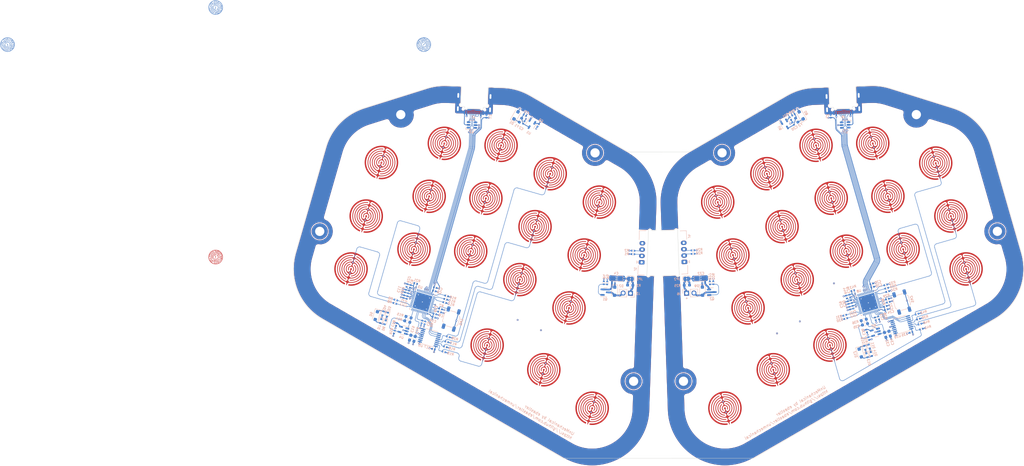
<source format=kicad_pcb>
(kicad_pcb (version 20240108) (generator "pcbnew") (generator_version "8.0")
  (layers (0 "F.Cu" signal) (1 "In1.Cu" signal) (2 "In2.Cu" signal) (31 "B.Cu" signal) (34 "B.Paste" user) (35 "F.Paste" user) (36 "B.SilkS" user "B.Silkscreen") (37 "F.SilkS" user "F.Silkscreen") (38 "B.Mask" user) (39 "F.Mask" user) (44 "Edge.Cuts" user))
  (net 0 "")
  (net 1 "+5V")
  (net 2 "GND")
  (net 3 "+3V3")
  (net 4 "/unmechanical-sweepish-l/nRST")
  (net 5 "/unmechanical-sweepish-l/aplex_out")
  (net 6 "/unmechanical-sweepish-r/nRST")
  (net 7 "/unmechanical-sweepish-r/aplex_out")
  (net 19 "/unmechanical-sweepish-l/VBUS")
  (net 30 "/unmechanical-sweepish-l/USART3_RX")
  (net 31 "/unmechanical-sweepish-l/USART3_TX")
  (net 32 "/unmechanical-sweepish-r/VBUS")
  (net 33 "/unmechanical-sweepish-r/USART3_RX")
  (net 34 "/unmechanical-sweepish-r/USART3_TX")
  (net 35 "/unmechanical-sweepish-l/r0")
  (net 36 "/unmechanical-sweepish-l/c0")
  (net 37 "/unmechanical-sweepish-l/c1")
  (net 38 "/unmechanical-sweepish-l/c2")
  (net 39 "/unmechanical-sweepish-l/c3")
  (net 40 "/unmechanical-sweepish-l/c4")
  (net 41 "Net-(U4--)")
  (net 42 "/unmechanical-sweepish-l/r1")
  (net 43 "Net-(D2-A)")
  (net 44 "Net-(U9--)")
  (net 45 "/unmechanical-sweepish-l/r2")
  (net 46 "/unmechanical-sweepish-l/r3")
  (net 47 "/unmechanical-sweepish-r/r0")
  (net 49 "/unmechanical-sweepish-r/c0")
  (net 50 "/unmechanical-sweepish-r/c1")
  (net 51 "Net-(U3-PA5)")
  (net 52 "Net-(U3-PA6)")
  (net 53 "Net-(U3-PA13)")
  (net 54 "Net-(U3-PA14)")
  (net 55 "Net-(U3-PA15)")
  (net 56 "/unmechanical-sweepish-r/c2")
  (net 57 "/unmechanical-sweepish-r/c3")
  (net 58 "Net-(Q1-G)")
  (net 59 "/unmechanical-sweepish-r/c4")
  (net 60 "Net-(D1-K)")
  (net 61 "+5VL")
  (net 62 "GND1")
  (net 63 "+3.3V")
  (net 64 "/unmechanical-sweepish-r/r1")
  (net 65 "/unmechanical-sweepish-r/r2")
  (net 66 "Net-(D8-K)")
  (net 67 "/unmechanical-sweepish-r/r3")
  (net 68 "/unmechanical-sweepish-l/USBGND")
  (net 69 "/unmechanical-sweepish-r/USBGND")
  (net 70 "/unmechanical-sweepish-l/CC1")
  (net 71 "/unmechanical-sweepish-l/USB_D+")
  (net 72 "/unmechanical-sweepish-l/USB_D-")
  (net 73 "/unmechanical-sweepish-l/CC2")
  (net 74 "/unmechanical-sweepish-r/CC1")
  (net 75 "/unmechanical-sweepish-r/USB_D+")
  (net 76 "/unmechanical-sweepish-r/USB_D-")
  (net 77 "/unmechanical-sweepish-r/CC2")
  (net 78 "/unmechanical-sweepish-l/hapt")
  (net 79 "/unmechanical-sweepish-l/BOOT0")
  (net 80 "/unmechanical-sweepish-l/handsense")
  (net 81 "/unmechanical-sweepish-l/ADC")
  (net 82 "/unmechanical-sweepish-r/hapt")
  (net 84 "/unmechanical-sweepish-r/BOOT0")
  (net 86 "Net-(D9-A)")
  (net 87 "Net-(Q2-G)")
  (net 88 "/unmechanical-sweepish-r/ADC")
  (net 89 "/unmechanical-sweepish-r/handsense")
  (net 90 "Net-(U8-PA5)")
  (net 91 "Net-(U8-PA6)")
  (net 92 "Net-(U8-PA13)")
  (net 93 "Net-(U8-PA14)")
  (net 94 "Net-(U8-PA15)")
  (net 95 "Net-(J6-Pin_1)")
  (net 96 "/unmechanical-sweepish-l/amux_sel_2")
  (net 99 "Net-(J3-Pin_1)")
  (net 118 "/unmechanical-sweepish-l/amux_sel_1")
  (net 119 "/unmechanical-sweepish-l/amux_sel_0")
  (net 120 "/unmechanical-sweepish-r/amux_sel_2")
  (net 121 "/unmechanical-sweepish-r/amux_sel_1")
  (net 122 "/unmechanical-sweepish-r/amux_sel_0")
  (net 129 "Net-(J1-Pin_2)")
  (net 130 "Net-(J1-Pin_3)")
  (net 131 "Net-(J4-Pin_2)")
  (net 132 "Net-(J4-Pin_3)")
  (footprint "ec_finger_touch:capsense_finger_1" (layer "F.Cu") (at 122.23855 107.933924 -16)
    (property "Reference" "EC15" (hide yes))
    (property "Value" "EC")
  )
  (footprint "ec_finger_touch:capsense_finger_1" (layer "F.Cu") (at 184.182759 107.921694 16)
    (property "Reference" "EC29" (hide yes))
    (property "Value" "EC")
  )
  (footprint "ec_finger_touch:capsense_finger_1" (layer "F.Cu") (at 93.48376 69.9887 -16)
    (property "Reference" "EC8" (hide yes))
    (property "Value" "EC")
  )
  (footprint "ec_finger_touch:capsense_finger_1" (layer "F.Cu") (at 218.188441 88.288503 16)
    (property "Reference" "EC31" (hide yes))
    (property "Value" "EC")
  )
  (footprint "ec_finger_touch:capsense_finger_1" (layer "F.Cu") (at 105.23571 98.11733 -16)
    (property "Reference" "EC14" (hide yes))
    (property "Value" "EC")
  )
  (footprint "ec_finger_touch:capsense_finger_1" (layer "F.Cu") (at 127.489441 89.62189 -16)
    (property "Reference" "EC10" (hide yes))
    (property "Value" "EC")
  )
  (footprint "ec_finger_touch:capsense_finger_1" (layer "F.Cu") (at 249.085511 57.814296 16)
    (property "Reference" "EC23" (hide yes))
    (property "Value" "EC")
  )
  (footprint "ec_finger_touch:capsense_finger_1" (layer "F.Cu") (at 195.934709 79.793063 16)
    (property "Reference" "EC25" (hide yes))
    (property "Value" "EC")
  )
  (footprint "MountingHole:MountingHole_3.2mm_M3_DIN965_Pad" (layer "F.Cu") (at 242.389055 41.039219 2)
    (property "Reference" "H5" (hide yes))
    (property "Value" "screw")
  )
  (footprint "ec_finger_touch:capsense_finger_1" (layer "F.Cu") (at 98.734652 51.676665 -16)
    (property "Reference" "EC3" (hide yes))
    (property "Value" "EC")
  )
  (footprint "ec_finger_touch:capsense_finger_1" (layer "F.Cu") (at 132.740335 71.309851 -16)
    (property "Reference" "EC5" (hide yes))
    (property "Value" "EC")
  )
  (footprint "ec_finger_touch:capsense_finger_1" (layer "F.Cu") (at 201.185601 98.1051 16)
    (property "Reference" "EC30" (hide yes))
    (property "Value" "EC")
  )
  (footprint "MountingHole:MountingHole_3.2mm_M3_DIN965_Pad" (layer "F.Cu") (at 270.419512 81.423424 2)
    (property "Reference" "H6" (hide yes))
    (property "Value" "screw")
  )
  (footprint "MountingHole:MountingHole_3.2mm_M3_DIN965_Pad" (layer "F.Cu") (at 144.584505 133.28907 -2)
    (property "Reference" "H3" (hide yes))
    (property "Value" "screw")
  )
  (footprint "ec_finger_touch:capsense_finger_1" (layer "F.Cu") (at 88.232869 88.300735 -16)
    (property "Reference" "EC13" (hide yes))
    (property "Value" "EC")
  )
  (footprint "ec_finger_touch:capsense_finger_1" (layer "F.Cu") (at 176.170872 142.59886 16)
    (property "Reference" "EC34" (hide yes))
    (property "Value" "EC")
  )
  (footprint "ec_finger_touch:capsense_finger_1" (layer "F.Cu") (at 212.498811 120.770834 16)
    (property "Reference" "EC36" (hide yes))
    (property "Value" "EC")
  )
  (footprint "MountingHole:MountingHole_3.2mm_M3_DIN965_Pad" (layer "F.Cu") (at 161.836804 133.276841 2)
    (property "Reference" "H7" (hide yes))
    (property "Value" "screw")
  )
  (footprint "ec_finger_touch:capsense_finger_1" (layer "F.Cu") (at 46.834015 94.450597 -16)
    (property "Reference" "EC11" (hide yes))
    (property "Value" "EC")
  )
  (footprint "MountingHole:MountingHole_3.2mm_M3_DIN965_Pad" (layer "F.Cu") (at 36.001798 81.435658 -2)
    (property "Reference" "H4" (hide yes))
    (property "Value" "screw")
  )
  (footprint "ec_finger_touch:capsense_finger_1" (layer "F.Cu") (at 259.587293 94.438368 16)
    (property "Reference" "EC33" (hide yes))
    (property "Value" "EC")
  )
  (footprint "ec_finger_touch:capsense_finger_1" (layer "F.Cu") (at 173.680975 71.297622 16)
    (property "Reference" "EC19" (hide yes))
    (property "Value" "EC")
  )
  (footprint "ec_finger_touch:capsense_finger_1" (layer "F.Cu") (at 207.686659 51.664434 16)
    (property "Reference" "EC21" (hide yes))
    (property "Value" "EC")
  )
  (footprint "MountingHole:MountingHole_3.2mm_M3_DIN965_Pad" (layer "F.Cu") (at 64.032254 41.051451 -2)
    (property "Reference" "H1" (hide yes))
    (property "Value" "screw")
  )
  (footprint "ec_finger_touch:capsense_finger_1" (layer "F.Cu") (at 254.336402 76.126333 16)
    (property "Reference" "EC28" (hide yes))
    (property "Value" "EC")
  )
  (footprint "ec_finger_touch:capsense_finger_1" (layer "F.Cu") (at 212.937548 69.97647 16)
    (property "Reference" "EC26" (hide yes))
    (property "Value" "EC")
  )
  (footprint "ec_finger_touch:capsense_finger_1" (layer "F.Cu") (at 227.307887 50.979246 16)
    (property "Reference" "EC22" (hide yes))
    (property "Value" "EC")
  )
  (footprint "MountingHole:MountingHole_3.2mm_M3_DIN965_Pad" (layer "F.Cu") (at 131.238913 54.2772 -2)
    (property "Reference" "H2" (hide yes))
    (property "Value" "screw")
  )
  (footprint "ec_finger_touch:capsense_finger_1" (layer "F.Cu") (at 115.73749 61.493257 -16)
    (property "Reference" "EC4" (hide yes))
    (property "Value" "EC")
  )
  (footprint "LOGO" (layer "F.Cu") (at 0.000003 90.32099 90)
    (property "Reference" "G***" (hide yes))
    (property "Value" "LOGO" (hide yes))
  )
  (footprint "ec_finger_touch:capsense_finger_1" (layer "F.Cu") (at 57.343571 57.603923 -16)
    (property "Reference" "EC1" (hide yes))
    (property "Value" "EC")
  )
  (footprint "ec_finger_touch:capsense_finger_1" (layer "F.Cu") (at 192.897985 129.293516 16)
    (property "Reference" "EC35" (hide yes))
    (property "Value" "EC")
  )
  (footprint "ec_finger_touch:capsense_finger_1" (layer "F.Cu") (at 232.558779 69.291276 16)
    (property "Reference" "EC27" (hide yes))
    (property "Value" "EC")
  )
  (footprint "ec_finger_touch:capsense_finger_1" (layer "F.Cu") (at 113.523325 129.305744 -16)
    (property "Reference" "EC17" (hide yes))
    (property "Value" "EC")
  )
  (footprint "ec_finger_touch:capsense_finger_1" (layer "F.Cu") (at 178.931867 89.609657 16)
    (property "Reference" "EC24" (hide yes))
    (property "Value" "EC")
  )
  (footprint "ec_finger_touch:capsense_finger_1" (layer "F.Cu") (at 190.683815 61.481029 16)
    (property "Reference" "EC20" (hide yes))
    (property "Value" "EC")
  )
  (footprint "ec_finger_touch:capsense_finger_1" (layer "F.Cu") (at 79.113423 50.991475 -16)
    (property "Reference" "EC2" (hide yes))
    (property "Value" "EC")
  )
  (footprint "ec_finger_touch:capsense_finger_1" (layer "F.Cu") (at 93.922497 120.783065 -16)
    (property "Reference" "EC16" (hide yes))
    (property "Value" "EC")
  )
  (footprint "ec_finger_touch:capsense_finger_1" (layer "F.Cu") (at 237.809669 87.603314 16)
    (property "Reference" "EC32" (hide yes))
    (property "Value" "EC")
  )
  (footprint "ec_finger_touch:capsense_finger_1" (layer "F.Cu") (at 52.084906 76.138563 -16)
    (property "Reference" "EC6" (hide yes))
    (property "Value" "EC")
  )
  (footprint "MountingHole:MountingHole_3.2mm_M3_DIN965_Pad" (layer "F.Cu") (at 175.1824 54.264967 2)
    (property "Reference" "H8" (hide yes))
    (property "Value" "screw")
  )
  (footprint "ec_finger_touch:capsense_finger_1" (layer "F.Cu") (at 110.486601 79.805293 -16)
    (property "Reference" "EC9" (hide yes))
    (property "Value" "EC")
  )
  (footprint "ec_finger_touch:capsense_finger_1" (layer "F.Cu") (at 68.61164 87.615544 -16)
    (property "Reference" "EC12" (hide yes))
    (property "Value" "EC")
  )
  (footprint "ec_finger_touch:capsense_finger_1" (layer "F.Cu") (at 73.862531 69.303509 -16)
    (property "Reference" "EC7" (hide yes))
    (property "Value" "EC")
  )
  (footprint "ec_finger_touch:capsense_finger_1" (layer "F.Cu") (at 130.250439 142.611092 -16)
    (property "Reference" "EC18" (hide yes))
    (property "Value" "EC")
  )
  (footprint "Capacitor_SMD:C_0603_1608Metric_Pad1.08x0.95mm_HandSolder" (layer "B.Cu") (at 67.295727 118.198972 -106)
    (property "Reference" "C15")
    (property "Value" "DNP")
  )
  (footprint "Capacitor_SMD:C_0402_1005Metric" (layer "B.Cu") (at 228.204215 111.690066 106)
    (property "Reference" "C23")
    (property "Value" "100n")
  )
  (footprint "Diode_SMD:D_SOD-523" (layer "B.Cu") (at 225.294137 124.306831 -74)
    (property "Reference" "D13")
    (property "Value" "1N4148WT")
  )
  (footprint "Capacitor_SMD:C_0402_1005Metric" (layer "B.Cu") (at 75.634497 102.033739 -16)
    (property "Reference" "C8")
    (property "Value" "100n")
  )
  (footprint "PCM_marbastlib-various:SW_SPST_SKQG_WithStem" (layer "B.Cu") (at 237.370252 105.888836 106)
    (property "Reference" "SW2")
    (property "Value" "B/R")
  )
  (footprint "Resistor_SMD:R_0402_1005Metric" (layer "B.Cu") (at 77.789244 108.269214 -16)
    (property "Reference" "R7")
    (property "Value" "10k")
  )
  (footprint "Resistor_SMD:R_0402_1005Metric" (layer "B.Cu") (at 62.339107 105.19135 164)
    (property "Reference" "R9")
    (property "Value" "100R")
  )
  (footprint "Capacitor_SMD:C_0402_1005Metric" (layer "B.Cu") (at 66.78812 102.409915 74)
    (property "Reference" "C12")
    (property "Value" "10n")
  )
  (footprint "Capacitor_SMD:C_0402_1005Metric" (layer "B.Cu") (at 219.95278 105.733731 106)
    (property "Reference" "C30")
    (property "Value" "10n")
  )
  (footprint "Resistor_SMD:R_0603_1608Metric_Pad0.98x0.95mm_HandSolder" (layer "B.Cu") (at 143.408661 100.054382 -2)
    (property "Reference" "R3")
    (property "Value" "4R7")
  )
  (footprint "PCM_marbastlib-various:SOT-23-6-routable" (layer "B.Cu") (at 217.763748 44.625982 -178)
    (property "Reference" "U7")
    (property "Value" "SRV05-4")
  )
  (footprint "Resistor_SMD:R_0402_1005Metric" (layer "B.Cu") (at 61.805556 116.257985 -106)
    (property "Reference" "R16")
    (property "Value" "1k")
  )
  (footprint "Capacitor_SMD:C_0402_1005Metric" (layer "B.Cu") (at 231.98823 108.524419 16)
    (property "Reference" "C24")
    (property "Value" "100n")
  )
  (footprint "Capacitor_SMD:C_0402_1005Metric" (layer "B.Cu") (at 220.504059 107.656255 -74)
    (property "Reference" "C32")
    (property "Value" "100n")
  )
  (footprint "Capacitor_SMD:C_0402_1005Metric" (layer "B.Cu") (at 219.350541 107.98702 -74)
    (property "Reference" "C31")
    (property "Value" "1u")
  )
  (footprint "Resistor_SMD:R_0402_1005Metric" (layer "B.Cu") (at 229.348116 111.362057 106)
    (property "Reference" "R28")
    (property "Value" "10k")
  )
  (footprint "LOGO" (layer "B.Cu") (at -0.000001 4 -90)
    (property "Reference" "G***" (hide yes))
    (property "Value" "LOGO" (hide yes))
  )
  (footprint "Capacitor_SMD:C_0603_1608Metric_Pad1.08x0.95mm_HandSolder" (layer "B.Cu") (at 231.607476 117.255082 -74)
    (property "Reference" "C33")
    (property "Value" "DNP")
  )
  (footprint "PCM_marbastlib-various:SW_SPST_SKQG_WithStem" (layer "B.Cu") (at 81.476781 111.771303 74)
    (property "Reference" "SW1")
    (property "Value" "B/R")
  )
  (footprint "Diode_SMD:D_SOD-523" (layer "B.Cu") (at 57.105164 112.4785 -106)
    (property "Reference" "D7")
    (property "Value" "1N4148WT")
  )
  (footprint "Resistor_SMD:R_0402_1005Metric" (layer "B.Cu") (at 225.934996 118.51493 -74)
    (property "Reference" "R37")
    (property "Value" "1k")
  )
  (footprint "Package_TO_SOT_SMD:SOT-23" (layer "B.Cu") (at 134.793317 102.492702 -2)
    (property "Reference" "Q1")
    (property "Value" "AO3400A")
  )
  (footprint "Capacitor_SMD:C_0402_1005Metric" (layer "B.Cu") (at 199.883921 41.10948 -150)
    (property "Reference" "C19")
    (property "Value" "4u7")
  )
  (footprint "Capacitor_SMD:C_0402_1005Metric" (layer "B.Cu") (at 231.657464 107.370906 16)
    (property "Reference" "C27")
    (property "Value" "100n")
  )
  (footprint "Resistor_SMD:R_0402_1005Metric" (layer "B.Cu") (at 79.908876 103.779541 -16)
    (property "Reference" "R10")
    (property "Value" "100R")
  )
  (footprint "Diode_SMD:D_SOD-123F" (layer "B.Cu") (at 168.413802 102.129927 -88)
    (property "Reference" "D9")
    (property "Value" "D_Schottky")
  )
  (footprint "Capacitor_SMD:C_0402_1005Metric" (layer "B.Cu") (at 218.799264 106.064494 106)
    (property "Reference" "C29")
    (property "Value" "1u")
  )
  (footprint "Resistor_SMD:R_0402_1005Metric" (layer "B.Cu") (at 170.965336 99.264136 92)
    (property "Reference" "R27")
    (property "Value" "10k")
  )
  (footprint "Resistor_SMD:R_0402_1005Metric" (layer "B.Cu") (at 244.109842 115.243542 16)
    (property "Reference" "R41")
    (property "Value" "100k")
  )
  (footprint "Resistor_SMD:R_0402_1005Metric" (layer "B.Cu") (at 144.358934 89.32101 -2)
    (property "Reference" "R1")
    (property "Value" "100R")
  )
  (footprint "Resistor_SMD:R_0402_1005Metric" (layer "B.Cu") (at 165.109608 88.001637 -178)
    (property "Reference" "R24")
    (property "Value" "100R")
  )
  (footprint "Capacitor_SMD:C_0402_1005Metric" (layer "B.Cu") (at 65.634606 102.079151 74)
    (property "Reference" "C11")
    (property "Value" "1u")
  )
  (footprint "PCM_marbastlib-various:USB_C_Receptacle_HRO_TYPE-C-31-M-14" (layer "B.Cu") (at 217.07621 39.26419 2)
    (property "Reference" "J5")
    (property "Value" "USB_C_Receptacle_USB2.0")
    (fp_line (start -4.555 -2.075823) (end -4.554999 -6.435) (stroke (width 0.08)) (layer "Edge.Cuts"))
    (fp_line (start -3.404998 -0.905) (end -4.555 -0.905) (stroke (width 0.08)) (layer "Edge.Cuts"))
    (fp_line (start -3.204999 -0.504999) (end -3.204999 -0.705) (stroke (width 0.08)) (layer "Edge.Cuts"))
    (fp_line (start -0.004999 -0.355) (end -2.09878 -0.355) (stroke (width 0.08)) (layer "Edge.Cuts"))
    (fp_line (start -0.004999 -0.355) (end 2.088783 -0.355) (stroke (width 0.08)) (layer "Edge.Cuts"))
    (fp_line (start 3.195002 -0.505) (end 3.195001 -0.705001) (stroke (width 0.08)) (layer "Edge.Cuts"))
    (fp_line (start 3.395 -0.905001) (end 4.545001 -0.905) (stroke (width 0.08)) (layer "Edge.Cuts"))
    (fp_line (start 4.545003 -2.075821) (end 4.545001 -6.435) (stroke (width 0.08)) (layer "Edge.Cuts"))
    (fp_arc (start -4.555 -2.075823) (mid -4.594641 -1.956298) (end -4.697857 -1.884159) (stroke (width 0.08)) (layer "Edge.Cuts"))
    (fp_arc (start -4.555 -0.905) (mid -5.04976 -1.332815) (end -4.697857 -1.884157) (stroke (width 0.08)) (layer "Edge.Cuts"))
    (fp_arc (start -3.404998 -0.905) (mid -3.263576 -0.846421) (end -3.204998 -0.704999) (stroke (width 0.08)) (layer "Edge.Cuts"))
    (fp_arc (start -2.271986 -0.254999) (mid -2.834408 -0.022036) (end -3.204999 -0.504999) (stroke (width 0.08)) (layer "Edge.Cuts"))
    (fp_arc (start -2.271986 -0.254999) (mid -2.198779 -0.328202) (end -2.09878 -0.355) (stroke (width 0.08)) (layer "Edge.Cuts"))
    (fp_arc (start 2.088783 -0.355) (mid 2.188789 -0.328211) (end 2.261987 -0.255) (stroke (width 0.08)) (layer "Edge.Cuts"))
    (fp_arc (start 3.195001 -0.705001) (mid 3.25358 -0.84642) (end 3.394999 -0.905) (stroke (width 0.08)) (layer "Edge.Cuts"))
    (fp_arc (start 3.195002 -0.505) (mid 2.82441 -0.022036) (end 2.261987 -0.255) (stroke (width 0.08)) (layer "Edge.Cuts"))
    (fp_arc (start 4.687858 -1.884159) (mid 4.584653 -1.956301) (end 4.545003 -2.075821) (stroke (width 0.08)) (layer "Edge.Cuts"))
    (fp_arc (start 4.687858 -1.884159) (mid 5.039764 -1.332815) (end 4.545001 -0.904999) (stroke (width 0.08)) (layer "Edge.Cuts"))
  )
  (footprint "Diode_SMD:D_SOD-123F" (layer "B.Cu") (at 202.539177 41.308521 120)
    (property "Reference" "D8")
    (property "Value" "D_Schottky")
  )
  (footprint "Capacitor_SMD:C_0402_1005Metric" (layer "B.Cu") (at 226.924828 99.573333 16)
    (property "Reference" "C25")
    (property "Value" "4u7")
  )
  (footprint "Package_TO_SOT_SMD:SOT-23-3" (layer "B.Cu") (at 108.998852 44.405246 -120)
    (property "Reference" "U1")
    (property "Value" "XC6206PxxxMR")
  )
  (footprint "Package_TO_SOT_SMD:SOT-23-3" (layer "B.Cu") (at 197.22861 44.510346 -60)
    (property "Reference" "U6")
    (property "Value" "XC6206PxxxMR")
  )
  (footprint "Resistor_SMD:R_0402_1005Metric" (layer "B.Cu") (at 79.247346 106.086569 -16)
    (property "Reference" "R12")
    (property "Value" "100R")
  )
  (footprint "Connector_PinHeader_2.54mm:PinHeader_1x02_P2.54mm_Vertical" (layer "B.Cu") (at 162.91049 102.847423 -88)
    (property "Reference" "J6")
    (property "Value" "M")
  )
  (footprint "Resistor_SMD:R_0603_1608Metric_Pad0.98x0.95mm_HandSolder" (layer "B.Cu") (at 66.287986 112.643491 -16)
    (property "Reference" "R14")
    (property "Value" "100k")
  )
  (footprint "LOGO" (layer "B.Cu") (at 72.000001 16.82 62)
    (property "Reference" "G***" (hide yes))
    (property "Value" "LOGO" (hide yes))
  )
  (footprint "Resistor_SMD:R_0402_1005Metric" (layer "B.Cu") (at 134.256702 99.234485 -92)
    (property "Reference" "R4")
    (property "Value" "100R")
  )
  (footprint "Diode_SMD:D_SOD-123F" (layer "B.Cu") (at 222.985722 123.512339 -74)
    (property "Reference" "D12")
    (property "Value" "SMF3.3")
  )
  (footprint "Capacitor_SMD:C_0603_1608Metric_Pad1.08x0.95mm_HandSolder" (layer "B.Cu") (at 68.821729 118.636546 -106)
    (property "Reference" "C16")
    (property "Value" "220p")
  )
  (footprint "Capacitor_SMD:C_0402_1005Metric" (layer "B.Cu") (at 240.561196 116.391134 -164)
    (property "Reference" "C35")
    (property "Value" "100n")
  )
  (footprint "Capacitor_Tantalum_SMD:CP_EIA-3216-10_Kemet-I" (layer "B.Cu") (at 138.488486 97.681222 178)
    (property "Reference" "C4")
    (property "Value" "10u")
  )
  (footprint "Capacitor_SMD:C_0402_1005Metric" (layer "B.Cu") (at 75.334719 122.207608 164)
    (property "Reference" "C17")
    (property "Value" "100n")
  )
  (footprint "PCM_marbastlib-various:SOT-23-6-routable" (layer "B.Cu") (at 88.667555 44.638561 -2)
    (property "Reference" "U2")
    (property "Value" "SRV05-4")
  )
  (footprint "Resistor_SMD:R_0402_1005Metric" (layer "B.Cu") (at 79.944566 119.654345 -16)
    (property "Reference" "R17")
    (property "Value" "100k")
  )
  (footprint "Resistor_SMD:R_0402_1005Metric" (layer "B.Cu") (at 66.176267 100.153871 -106)
    (property "Reference" "R22")
    (property "Value" "4k7")
  )
  (footprint "Resistor_SMD:R_0402_1005Metric" (layer "B.Cu") (at 135.455968 99.276366 88)
    (property "Reference" "R5")
    (property "Value" "10k")
  )
  (footprint "Diode_SMD:D_SOD-523" (layer "B.Cu") (at 224.549917 121.711427 -74)
    (property "Reference" "D10")
    (property "Value" "1N4148WT")
  )
  (footprint "Capacitor_SMD:C_0402_1005Metric" (layer "B.Cu") (at 225.182508 115.890686 -74)
    (property "Reference" "C36")
    (property "Value" "100n")
  )
  (footprint "Package_SO:TSSOP-16_4.4x5mm_P0.65mm" (layer "B.Cu") (at 74.002348 118.210514 -16)
    (property "Reference" "U5")
    (property "Value" "74HC4051")
  )
  (footprint "Package_DFN_QFN:QFN-48-1EP_7x7mm_P0.5mm_EP5.6x5.6mm" (layer "B.Cu") (at 71.514172 105.845688 74)
    (property "Reference" "U3")
    (property "Value" "STM32G431CBUx")
  )
  (footprint "Fuse:Fuse_0603_1608Metric" (layer "B.Cu") (at 105.451748 42.985452 60)
    (property "Reference" "F1")
    (property "Value" "Polyfuse")
  )
  (footprint "Capacitor_SMD:C_0402_1005Metric" (layer "B.Cu") (at 62.558044 113.633741 -106)
    (property "Reference" "C18")
    (property "Value" "100n")
  )
  (footprint "Diode_SMD:D_SOD-523" (layer "B.Cu") (at 226.087936 121.270407 -74)
    (property "Reference" "D11")
    (property "Value" "1N4148WT")
  )
  (footprint "Resistor_SMD:R_0402_1005Metric" (layer "B.Cu") (at 172.16461 99.222254 -88)
    (property "Reference" "R26")
    (property "Value" "100R")
  )
  (footprint "PCM_marbastlib-various:USB_C_Receptacle_HRO_TYPE-C-31-M-14" (layer "B.Cu") (at 89.355094 39.276768 -2)
    (property "Reference" "J2")
    (property "Value" "USB_C_Receptacle_USB2.0")
    (fp_line (start -4.554999 -2.075821) (end -4.554999 -6.435) (stroke (width 0.08)) (layer "Edge.Cuts"))
    (fp_line (start -3.404998 -0.905001) (end -4.554999 -0.905) (stroke (width 0.08)) (layer "Edge.Cuts"))
    (fp_line (start -3.204999 -0.505) (end -3.205 -0.705) (stroke (width 0.08)) (layer "Edge.Cuts"))
    (fp_line (start -0.004998 -0.355001) (end -2.098781 -0.355) (stroke (width 0.08)) (layer "Edge.Cuts"))
    (fp_line (start -0.004998 -0.355001) (end 2.088784 -0.355) (stroke (width 0.08)) (layer "Edge.Cuts"))
    (fp_line (start 3.195001 -0.505001) (end 3.195001 -0.704999) (stroke (width 0.08)) (layer "Edge.Cuts"))
    (fp_line (start 3.395 -0.905) (end 4.545001 -0.905) (stroke (width 0.08)) (layer "Edge.Cuts"))
    (fp_line (start 4.545002 -2.075821) (end 4.545 -6.434999) (stroke (width 0.08)) (layer "Edge.Cuts"))
    (fp_arc (start -4.554999 -0.905) (mid -5.04976 -1.332815) (end -4.697856 -1.884157) (stroke (width 0.08)) (layer "Edge.Cuts"))
    (fp_arc (start -4.554999 -2.075821) (mid -4.594642 -1.956298) (end -4.697856 -1.884158) (stroke (width 0.08)) (layer "Edge.Cuts"))
    (fp_arc (start -3.404998 -0.905001) (mid -3.263577 -0.846421) (end -3.204999 -0.705001) (stroke (width 0.08)) (layer "Edge.Cuts"))
    (fp_arc (start -2.271986 -0.255) (mid -2.834409 -0.022037) (end -3.204999 -0.505) (stroke (width 0.08)) (layer "Edge.Cuts"))
    (fp_arc (start -2.271986 -0.255) (mid -2.198781 -0.328206) (end -2.098781 -0.355) (stroke (width 0.08)) (layer "Edge.Cuts"))
    (fp_arc (start 2.088784 -0.355) (mid 2.188776 -0.328203) (end 2.261989 -0.255001) (stroke (width 0.08)) (layer "Edge.Cuts"))
    (fp_arc (start 3.195001 -0.505001) (mid 2.824411 -0.022036) (end 2.261989 -0.255001) (stroke (width 0.08)) (layer "Edge.Cuts"))
    (fp_arc (start 3.195001 -0.704999) (mid 3.253579 -0.846421) (end 3.395 -0.904999) (stroke (width 0.08)) (layer "Edge.Cuts"))
    (fp_arc (start 4.687858 -1.884159) (mid 5.039764 -1.332815) (end 4.545001 -0.904999) (stroke (width 0.08)) (layer "Edge.Cuts"))
    (fp_arc (start 4.687858 -1.884159) (mid 4.584652 -1.956301) (end 4.545002 -2.075821) (stroke (width 0.08)) (layer "Edge.Cuts"))
  )
  (footprint "Package_SO:TSSOP-16_4.4x5mm_P0.65mm" (layer "B.Cu") (at 237.313147 113.707455 16)
    (property "Reference" "U10")
    (property "Value" "74HC4051")
  )
  (footprint "Package_TO_SOT_SMD:SOT-23-5" (layer "B.Cu") (at 228.284179 116.322478 -164)
    (property "Reference" "U9")
    (property "Value" "OPA340NA")
  )
  (footprint "Resistor_SMD:R_0402_1005Metric" (layer "B.Cu") (at 72.404238 113.08132 74)
    (property "Reference" "R6")
    (property "Value" "10k")
  )
  (footprint "Jumper:SolderJumper-2_P1.3mm_Bridged2Bar_RoundedPad1.0x1.5mm" (layer "B.Cu") (at 143.48544 97.855721 178)
    (property "Reference" "JP1")
    (property "Value" "JP")
  )
  (footprint "Diode_SMD:D_SOD-123F" (layer "B.Cu") (at 103.892128 41.321099 60)
    (property "Reference" "D1")
    (property "Value" "D_Schottky")
  )
  (footprint "Resistor_SMD:R_0402_1005Metric" (layer "B.Cu") (at 232.136368 101.095816 16)
    (property "Reference" "R33")
    (property "Value" "100R")
  )
  (footprint "Resistor_SMD:R_0402_1005Metric" (layer "B.Cu") (at 232.467131 102.249329 16)
    (property "Reference" "R34")
    (property "Value" "100R")
  )
  (footprint "Capacitor_SMD:C_0402_1005Metric" (layer "B.Cu") (at 106.976652 41.266284 -30)
    (property "Reference" "C1")
    (property "Value" "4u7")
  )
  (footprint "Capacitor_SMD:C_0402_1005Metric" (layer "B.Cu") (at 67.335291 100.465408 -106)
    (property "Reference" "C6")
    (property "Value" "100n")
  )
  (footprint "Diode_SMD:D_SOD-523" (layer "B.Cu") (at 57.876957 109.786967 -106)
    (property "Reference" "D4")
    (property "Value" "1N4148WT")
  )
  (footprint "Capacitor_SMD:C_0402_1005Metric" (layer "B.Cu") (at 75.846684 110.000854 -16)
    (property "Reference" "C9")
    (property "Value" "100n")
  )
  (footprint "Resistor_SMD:R_0402_1005Metric" (layer "B.Cu") (at 231.805604 99.9423 16)
    (property "Reference" "R32")
    (property "Value" "100R")
  )
  (footprint "PCM_marbastlib-xp-various:CON_HytePro_M411P_Receptacle_1x04-P2.20mm_Horizontal_FlushMount" (layer "B.Cu") (at 162.147605 92.00745 -88)
    (property "Reference" "J4")
    (property "Value" "HytePro F")
    (fp_line (start -11.05 7.250894) (end -11.049998 3.363997) (stroke (width 0.1)) (layer "Edge.Cuts"))
    (fp_line (start 4.449999 7.250892) (end 4.450002 3.363996) (stroke (width 0.1)) (layer "Edge.Cuts"))
    (fp_line (start -11.403554 2.803447) (end -11.196448 3.010446) (stroke (width 0.1)) (layer "Edge.Cuts"))
    (fp_line (start 4.596446 3.010447) (end 4.803552 2.803448) (stroke (width 0.1)) (layer "Edge.Cuts"))
    (fp_line (start -11.05 1.949892) (end 4.449999 1.949892) (stroke (width 0.1)) (layer "Edge.Cuts"))
    (fp_arc (start -11.05 7.250894) (mid -11.196457 7.604436) (end -11.55 7.750891) (stroke (width 0.1)) (layer "Edge.Cuts"))
    (fp_arc (start 4.950001 7.750892) (mid 4.596463 7.604429) (end 4.449999 7.250892) (stroke (width 0.1)) (layer "Edge.Cuts"))
    (fp_arc (start -11.196448 3.010446) (mid -11.088033 3.172647) (end -11.050002 3.364) (stroke (width 0.1)) (layer "Edge.Cuts"))
    (fp_arc (start 4.45 3.363999) (mid 4.488034 3.172647) (end 4.596446 3.010447) (stroke (width 0.1)) (layer "Edge.Cuts"))
    (fp_arc (start -11.403554 2.803447) (mid -11.511925 2.258557) (end -11.05 1.949892) (stroke (width 0.1)) (layer "Edge.Cuts"))
    (fp_arc (start 4.449999 1.949892) (mid 4.91197 2.258537) (end 4.803552 2.803448) (stroke (width 0.1)) (layer "Edge.Cuts"))
  )
  (footprint "Diode_SMD:D_SOD-123F" (layer "B.Cu") (at 55.580124 110.584784 -106)
    (property "Reference" "D5")
    (property "Value" "SMF3.3")
  )
  (footprint "Fuse:Fuse_0603_1608Metric" (layer "B.Cu") (at 200.99599 42.963383 120)
    (property "Reference" "F2")
    (property "Value" "Polyfuse")
  )
  (footprint "Resistor_SMD:R_0402_1005Metric" (layer "B.Cu") (at 69.20382 99.457854 -16)
    (property "Reference" "R21")
    (property "Value" "4k7")
  )
  (footprint "Capacitor_Tantalum_SMD:CP_EIA-3216-10_Kemet-I" (layer "B.Cu") (at 167.932825 97.668993 2)
    (property "Reference" "C22")
    (property "Value" "10u")
  )
  (footprint "LOGO" (layer "B.Cu") (at -72 16.82 -62)
    (property "Reference" "G***" (hide yes))
    (property "Value" "LOGO" (hide yes))
  )
  (footprint "Resistor_SMD:R_0603_1608Metric_Pad0.98x0.95mm_HandSolder" (layer "B.Cu") (at 163.012649 100.04215 -178)
    (property "Reference" "R25")
    (property "Value" "4R7")
  )
  (footprint "Jumper:SolderJumper-2_P1.3mm_Bridged2Bar_RoundedPad1.0x1.5mm" (layer "B.Cu") (at 162.935871 97.84349 2)
    (property "Reference" "JP2")
    (property "Value" "JP")
  )
  (footprint "Resistor_SMD:R_0402_1005Metric" (layer "B.Cu") (at 242.621398 110.052728 16)
    (property "Reference" "R42")
    (property "Value" "100k")
  )
  (footprint "Capacitor_SMD:C_0402_1005Metric" (layer "B.Cu") (at 227.255593 100.726846 16)
    (property "Reference" "C26")
    (property "Value" "100n")
  )
  (footprint "Diode_SMD:D_SOD-523" (layer "B.Cu") (at 58.654773 112.922843 -106)
    (property "Reference" "D6")
    (property "Value" "1N4148WT")
  )
  (footprint "Inductor_SMD:L_0402_1005Metric" (layer "B.Cu") (at 212.755668 41.616406 -88)
    (property "Reference" "L2")
    (property "Value" "BLM15PX121SN1D ")
  )
  (footprint "Capacitor_SMD:C_0402_1005Metric" (layer "B.Cu") (at 199.798278 44.161149 120)
    (property "Reference" "C20")
    (property "Value" "1u")
  )
  (footprint "Resistor_SMD:R_0402_1005Metric" (layer "B.Cu") (at 243.613689 113.513266 16)
    (property "Reference" "R40")
    (property "Value" "100k")
  )
  (footprint "Capacitor_SMD:C_0402_1005Metric" (layer "B.Cu") (at 75.515923 111.15437 -16)
    (property "Reference" "C10")
    (property "Value" "100n")
  )
  (footprint "Resistor_SMD:R_0402_1005Metric" (layer "B.Cu") (at 62.008341 106.34486 164)
    (property "Reference" "R8")
    (property "Value" "100R")
  )
  (footprint "Capacitor_SMD:C_0402_1005Metric" (layer "B.Cu") (at 198.807066 42.44432 -60)
    (property "Reference" "C21")
    (property "Value" "1u")
  )
  (footprint "Capacitor_SMD:C_0402_1005Metric" (layer "B.Cu") (at 71.352363 112.758894 74)
    (property "Reference" "C5")
    (property "Value" "100n")
  )
  (footprint "Package_TO_SOT_SMD:SOT-23" (layer "B.Cu") (at 171.627993 102.480469 2)
    (property "Reference" "Q2")
    (property "Value" "AO3400A")
  )
  (footprint "Connector_PinHeader_2.54mm:PinHeader_1x02_P2.54mm_Vertical" (layer "B.Cu") (at 143.51082 102.859656 88)
    (property "Reference" "J3")
    (property "Value" "M")
  )
  (footprint "Resistor_SMD:R_0402_1005Metric" (layer "B.Cu") (at 165.151489 89.200907 -178)
    (property "Reference" "R23")
    (property "Value" "100R")
  )
  (footprint "Capacitor_SMD:C_0402_1005Metric" (layer "B.Cu") (at 106.590987 43.774276 60)
    (property "Reference" "C2")
    (property "Value" "1u")
  )
  (footprint "Package_TO_SOT_SMD:SOT-23-5" (layer "B.Cu") (at 64.959597 115.643556 164)
    (property "Reference" "U4")
    (property "Value" "OPA340NA")
  )
  (footprint "Resistor_SMD:R_0402_1005Metric" (layer "B.Cu") (at 80.440719 117.924073 -16)
    (property "Reference" "R20")
    (property "Value" "100k")
  )
  (footprint "Resistor_SMD:R_0402_1005Metric" (layer "B.Cu") (at 217.984502 111.603654 -164)
    (property "Reference" "R30")
    (property "Value" "100R")
  )
  (footprint "Resistor_SMD:R_0402_1005Metric" (layer "B.Cu") (at 218.238375 104.144729 -74)
    (property "Reference" "R44")
    (property "Value" "4k7")
  )
  (footprint "PCM_marbastlib-xp-various:CON_HytePro_M411P_Plug_1x04-P2.20mm_Horizontal_FlushMount" (layer "B.Cu") (at 147.372811 92.127904 88)
    (property "Reference" "J1")
    (property "Value" "HytePro M")
    (fp_line (start -4.450001 1.949892) (end 11.05 1.949892) (stroke (width 0.1)) (layer "Edge.Cuts"))
    (fp_line (start -4.803554 2.803447) (end -4.596448 3.010448) (stroke (width 0.1)) (layer "Edge.Cuts"))
    (fp_line (start -4.450002 3.364) (end -4.45 4.149893) (stroke (width 0.1)) (layer "Edge.Cuts"))
    (fp_line (start 11.196447 3.010446) (end 11.403553 2.803448) (stroke (width 0.1)) (layer "Edge.Cuts"))
    (fp_line (start 11.05 3.363999) (end 11.049999 4.149895) (stroke (width 0.1)) (layer "Edge.Cuts"))
    (fp_arc (start 11.05 1.949892) (mid 11.511946 2.258554) (end 11.403553 2.803448) (stroke (width 0.1)) (layer "Edge.Cuts"))
    (fp_arc (start -4.803554 2.803447) (mid -4.911926 2.258558) (end -4.450001 1.949892) (stroke (width 0.1)) (layer "Edge.Cuts"))
    (fp_arc (start -4.596448 3.010448) (mid -4.488033 3.172647) (end -4.450002 3.364) (stroke (width 0.1)) (layer "Edge.Cuts"))
    (fp_arc (start 11.05 3.363999) (mid 11.088031 3.172649) (end 11.196447 3.010446) (stroke (width 0.1)) (layer "Edge.Cuts"))
    (fp_arc (start -4.45 4.149893) (mid -4.596466 4.503427) (end -4.95 4.649894) (stroke (width 0.1)) (layer "Edge.Cuts"))
    (fp_arc (start 11.55 4.649894) (mid 11.19642 4.503477) (end 11.049999 4.149895) (stroke (width 0.1)) (layer "Edge.Cuts"))
  )
  (footprint "Resistor_SMD:R_0402_1005Metric" (layer "B.Cu") (at 232.69042 105.930381 16)
    (property "Reference" "R38")
    (property "Value" "10k")
  )
  (footprint "Resistor_SMD:R_0402_1005Metric" (layer "B.Cu") (at 77.486041 109.326603 -16)
    (property "Reference" "R13")
    (property "Value" "10k")
  )
  (footprint "Capacitor_SMD:C_0402_1005Metric" (layer "B.Cu") (at 65.083328 104.001672 -106)
    (property "Reference" "C13")
    (property "Value" "1u")
  )
  (footprint "Diode_SMD:D_SOD-523" (layer "B.Cu") (at 226.832156 123.865812 -74)
    (property "Reference" "D14")
    (property "Value" "1N4148WT")
  )
  (footprint "Capacitor_SMD:C_0402_1005Metric" (layer "B.Cu") (at 219.386377 103.794739 -74)
    (property "Reference" "C28")
    (property "Value" "100n")
  )
  (footprint "Resistor_SMD:R_0402_1005Metric" (layer "B.Cu") (at 217.653738 110.450139 -164)
    (property "Reference" "R31")
    (property "Value" "100R")
  )
  (footprint "Resistor_SMD:R_0603_1608Metric_Pad0.98x0.95mm_HandSolder" (layer "B.Cu") (at 224.629504 113.599349 16)
    (property "Reference" "R35")
    (property "Value" "100k")
  )
  (footprint "Capacitor_SMD:C_0402_1005Metric" (layer "B.Cu") (at 75.965267 100.880225 -16)
    (property "Reference" "C7")
    (property "Value" "4u7")
  )
  (footprint "Capacitor_SMD:C_0402_1005Metric" (layer "B.Cu") (at 111.577316 44.739219 -120)
    (property "Reference" "C3")
    (property "Value" "1u")
  )
  (footprint "Resistor_SMD:R_0603_1608Metric_Pad0.98x0.95mm_HandSolder" (layer "B.Cu") (at 224.188485 112.061334 16)
    (property "Reference" "R36")
    (property "Value" "DNP")
  )
  (footprint "Resistor_SMD:R_0402_1005Metric" (layer "B.Cu") (at 144.400815 88.121741 -2)
    (property "Reference" "R2")
    (property "Value" "100R")
  )
  (footprint "Capacitor_SMD:C_0402_1005Metric" (layer "B.Cu") (at 66.236847 104.33244 -106)
    (property "Reference" "C14")
    (property "Value" "100n")
  )
  (footprint "Diode_SMD:D_SOD-523" (layer "B.Cu") (at 59.42656 110.231312 -106)
    (property "Reference" "D3")
    (property "Value" "1N4148WT")
  )
  (footprint "Resistor_SMD:R_0402_1005Metric" (layer "B.Cu") (at 79.448421 121.384611 -16)
    (property "Reference" "R18")
    (property "Value" "100k")
  )
  (footprint "Diode_SMD:D_SOD-123F" (layer "B.Cu") (at 138.007509 102.142158 -92)
    (property "Reference" "D2")
    (property "Value" "D_Schottky")
  )
  (footprint "Capacitor_SMD:C_0603_1608Metric_Pad1.08x0.95mm_HandSolder" (layer "B.Cu") (at 233.145496 116.814062 -74)
    (property "Reference" "C34")
    (property "Value" "220p")
  )
  (footprint "Resistor_SMD:R_0402_1005Metric" (layer "B.Cu") (at 243.117543 111.782998 16)
    (property "Reference" "R39")
    (property "Value" "100k")
  )
  (footprint "Resistor_SMD:R_0402_1005Metric" (layer "B.Cu") (at 232.387216 104.872993 16)
    (property "Reference" "R29")
    (property "Value" "10k")
  )
  (footprint "Resistor_SMD:R_0603_1608Metric_Pad0.98x0.95mm_HandSolder" (layer "B.Cu") (at 66.729006 111.105473 -16)
    (property "Reference" "R15")
    (property "Value" "DNP")
  )
  (footprint "Resistor_SMD:R_0402_1005Metric" (layer "B.Cu") (at 79.578112 104.933058 -16)
    (property "Reference" "R11")
    (property "Value" "100R")
  )
  (footprint "Resistor_SMD:R_0402_1005Metric" (layer "B.Cu") (at 220.414814 101.93939 16)
    (property "Reference" "R43")
    (property "Value" "4k7")
  )
  (footprint "Package_DFN_QFN:QFN-48-1EP_7x7mm_P0.5mm_EP5.6x5.6mm" (layer "B.Cu") (at 225.78138 106.143007 106)
    (property "Reference" "U8")
    (property "Value" "STM32G431CBUx")
  )
  (footprint "Inductor_SMD:L_0402_1005Metric" (layer "B.Cu") (at 93.675635 41.628986 -92)
    (property "Reference" "L1")
    (property "Value" "BLM15PX121SN1D ")
  )
  (footprint "Resistor_SMD:R_0402_1005Metric" (layer "B.Cu") (at 78.952275 123.114887 -16)
    (property "Reference" "R19")
    (property "Value" "100k")
  )
  (gr_line (start 99.432641 31.688849) (end 94.673949 31.522671) (stroke (width 0.1)) (layer "Edge.Cuts"))
  (gr_arc (start 226.609896 30.991427) (mid 229.991903 31.160152) (end 233.296968 31.89703) (stroke (width 0.1)) (layer "Edge.Cuts"))
  (gr_line (start 142.740332 53.989344) (end 108.734653 34.356156) (stroke (width 0.1)) (layer "Edge.Cuts"))
  (gr_line (start 197.686657 34.343925) (end 163.680975 53.977115) (stroke (width 0.1)) (layer "Edge.Cuts"))
  (gr_arc (start 278.812529 88.925619) (mid 278.130966 101.930495) (end 269.587294 111.758874) (stroke (width 0.1)) (layer "Edge.Cuts"))
  (gr_line (start 38.110563 52.313781) (end 27.60878 88.937852) (stroke (width 0.1)) (layer "Edge.Cuts"))
  (gr_line (start 120.25044 159.931597) (end 186.170871 159.919368) (stroke (width 0.1)) (layer "Edge.Cuts"))
  (gr_line (start 226.609896 30.991427) (end 221.841209 31.157954) (stroke (width 0.1)) (layer "Edge.Cuts"))
  (gr_line (start 211.74736 31.510439) (end 206.988671 31.676615) (stroke (width 0.1)) (layer "Edge.Cuts"))
  (gr_arc (start 99.432641 31.688849) (mid 104.247399 32.451431) (end 108.734653 34.356156) (stroke (width 0.1)) (layer "Edge.Cuts"))
  (gr_line (start 278.812529 88.925619) (end 268.310746 52.301549) (stroke (width 0.1)) (layer "Edge.Cuts"))
  (gr_line (start 120.25044 159.931597) (end 119.817428 159.681597) (stroke (width 0.1)) (layer "Edge.Cuts"))
  (gr_line (start 142.740332 53.989344) (end 163.680975 53.977115) (stroke (width 0.1)) (layer "Edge.Cuts"))
  (gr_line (start 73.124343 31.909261) (end 51.346718 38.744311) (stroke (width 0.1)) (layer "Edge.Cuts"))
  (gr_arc (start 211.74736 31.510439) (mid 212.105768 31.644501) (end 212.264506 31.992685) (stroke (width 0.1)) (layer "Edge.Cuts"))
  (gr_line (start 255.074587 38.73208) (end 233.296968 31.89703) (stroke (width 0.1)) (layer "Edge.Cuts"))
  (gr_line (start 85.027449 32.686722) (end 85.062346 31.68733) (stroke (width 0.1)) (layer "Edge.Cuts"))
  (gr_line (start 94.121907 33.004306) (end 94.156804 32.004917) (stroke (width 0.1)) (layer "Edge.Cuts"))
  (gr_arc (start 73.124343 31.909261) (mid 76.429408 31.172392) (end 79.811414 31.003659) (stroke (width 0.1)) (layer "Edge.Cuts"))
  (gr_line (start 186.603885 159.669369) (end 269.154281 112.008874) (stroke (width 0.1)) (layer "Edge.Cuts"))
  (gr_arc (start 84.580101 31.170186) (mid 84.92833 31.328879) (end 85.062346 31.68733) (stroke (width 0.1)) (layer "Edge.Cuts"))
  (gr_arc (start 38.110563 52.313781) (mid 43.018918 43.861321) (end 51.346718 38.744311) (stroke (width 0.1)) (layer "Edge.Cuts"))
  (gr_arc (start 94.156804 32.004917) (mid 94.315473 31.656661) (end 94.673949 31.522671) (stroke (width 0.1)) (layer "Edge.Cuts"))
  (gr_line (start 36.834015 111.771105) (end 37.267029 112.021105) (stroke (width 0.1)) (layer "Edge.Cuts"))
  (gr_arc (start 36.834015 111.771105) (mid 28.290339 101.94273) (end 27.60878 88.937852) (stroke (width 0.1)) (layer "Edge.Cuts"))
  (gr_line (start 212.299406 32.992076) (end 212.264506 31.992685) (stroke (width 0.1)) (layer "Edge.Cuts"))
  (gr_line (start 84.580101 31.170186) (end 79.811414 31.003659) (stroke (width 0.1)) (layer "Edge.Cuts"))
  (gr_line (start 269.154281 112.008874) (end 269.587294 111.758874) (stroke (width 0.1)) (layer "Edge.Cuts"))
  (gr_arc (start 197.686657 34.343925) (mid 202.173912 32.439199) (end 206.988671 31.676615) (stroke (width 0.1)) (layer "Edge.Cuts"))
  (gr_arc (start 255.074587 38.73208) (mid 263.402382 43.849088) (end 268.310746 52.301549) (stroke (width 0.1)) (layer "Edge.Cuts"))
  (gr_line (start 186.603885 159.669369) (end 186.170871 159.919368) (stroke (width 0.1)) (layer "Edge.Cuts"))
  (gr_line (start 119.817428 159.681597) (end 37.267029 112.021105) (stroke (width 0.1)) (layer "Edge.Cuts"))
  (gr_arc (start 221.358964 31.675101) (mid 221.492959 31.316631) (end 221.841209 31.157954) (stroke (width 0.1)) (layer "Edge.Cuts"))
  (gr_line (start 221.393864 32.674491) (end 221.358964 31.675101) (stroke (width 0.1)) (layer "Edge.Cuts"))
  (gr_text "UnMechanical by ebastler\nhttps://github.com/ebastler/unmechanical" (at 212.067807 137.063555 30) (layer "B.SilkS") (effects (font (size 1 1) (thickness 0.15) (bold yes)) (justify left bottom mirror)))
  (gr_text "+" (at 143.573641 101.060755 -2) (layer "B.SilkS") (effects (font (size 0.8 0.8) (thickness 0.15) (bold yes)) (justify mirror)))
  (gr_text "+" (at 162.973305 104.646324 -178) (layer "B.SilkS") (effects (font (size 0.8 0.8) (thickness 0.15) (bold yes)) (justify mirror)))
  (gr_text "UnMechanical by ebastler\nhttps://github.com/ebastler/unmechanical" (at 122.931307 153.583193 -30) (layer "B.SilkS") (effects (font (size 1 1) (thickness 0.15) (bold yes)) (justify left bottom mirror)))
  (via (at 91.092305 44.702233) (size 0.6) (drill 0.3) (layers "F.Cu" "B.Cu") (net 1))
  (via (at 141.222851 98.176955) (size 0.6) (drill 0.3) (layers "F.Cu" "B.Cu") (net 1))
  (via (at 107.060962 40.160259) (size 0.6) (drill 0.3) (layers "F.Cu" "B.Cu") (net 1))
  (via (at 138.107843 99.26891) (size 0.6) (drill 0.3) (layers "F.Cu" "B.Cu") (net 1))
  (via (at 141.25077 97.377445) (size 0.6) (drill 0.3) (layers "F.Cu" "B.Cu") (net 1))
  (segment (start 106.56096 41.026283) (end 107.060962 40.160259) (width 0.25) (layer "B.Cu") (net 1))
  (segment (start 142.850905 98.834172) (end 142.88406 97.884751) (width 0.6) (layer "B.Cu") (net 1))
  (segment (start 142.835836 97.833036) (end 139.837662 97.728337) (width 0.6) (layer "B.Cu") (net 1))
  (segment (start 106.56096 41.026283) (end 105.829065 42.293967) (width 0.25) (layer "B.Cu") (net 1))
  (segment (start 138.107843 99.26891) (end 138.056368 100.743012) (width 0.6) (layer "B.Cu") (net 1))
  (segment (start 142.496716 100.022535) (end 142.527691 99.135576) (width 0.6) (layer "B.Cu") (net 1))
  (segment (start 105.8455 42.303458) (end 106.35099 44.189969) (width 0.25) (layer "B.Cu") (net 1))
  (segment (start 142.527691 99.135576) (end 142.850905 98.834172) (width 0.6) (layer "B.Cu") (net 1))
  (segment (start 91.070598 44.722477) (end 91.092305 44.702233) (width 0.25) (layer "B.Cu") (net 1))
  (segment (start 142.88406 97.884751) (end 142.835836 97.833036) (width 0.6) (layer "B.Cu") (net 1))
  (segment (start 89.841839 44.67957) (end 91.070598 44.722477) (width 0.25) (layer "B.Cu") (net 1))
  (segment (start 108.430102 45.39035) (end 106.35099 44.189969) (width 0.25) (layer "B.Cu") (net 1))
  (via (at 77.163616 110.378474) (size 0.6) (drill 0.3) (layers "F.Cu" "B.Cu") (net 2))
  (via (at 109.244879 42.079115) (size 0.6) (drill 0.3) (layers "F.Cu" "B.Cu") (net 2))
  (via (at 138.524494 98.082725) (size 0.6) (drill 0.3) (layers "F.Cu" "B.Cu") (net 2))
  (via (at 57.669644 113.36857) (size 0.6) (drill 0.3) (layers "F.Cu" "B.Cu") (net 2))
  (via (at 94.45822 42.141609) (size 0.6) (drill 0.3) (layers "F.Cu" "B.Cu") (net 2))
  (via (at 76.95143 102.411359) (size 0.6) (drill 0.3) (layers "F.Cu" "B.Cu") (net 2))
  (via (at 135.504825 97.877219) (size 0.6) (drill 0.3) (layers "F.Cu" "B.Cu") (net 2))
  (via (at 66.761683 120.061418) (size 0.6) (drill 0.3) (layers "F.Cu" "B.Cu") (net 2))
  (via (at 68.287683 120.49899) (size 0.6) (drill 0.3) (layers "F.Cu" "B.Cu") (net 2))
  (via (at 74.017786 121.829981) (size 0.6) (drill 0.3) (layers "F.Cu" "B.Cu") (net 2))
  (via (at 138.552415 97.283216) (size 0.6) (drill 0.3) (layers "F.Cu" "B.Cu") (net 2))
  (via (at 69.040373 107.216937) (size 0.6) (drill 0.3) (layers "F.Cu" "B.Cu") (net 2))
  (via (at 70.430715 120.281256) (size 0.6) (drill 0.3) (layers "F.Cu" "B.Cu") (net 2))
  (via (at 81.786481 118.309964) (size 0.6) (drill 0.3) (layers "F.Cu" "B.Cu") (net 2))
  (via (at 64.911536 115.629773) (size 0.6) (drill 0.3) (layers "F.Cu" "B.Cu") (net 2))
  (via (at 110.892317 45.925675) (size 0.6) (drill 0.3) (layers "F.Cu" "B.Cu") (net 2))
  (via (at 68.05851 101.172131) (size 0.6) (drill 0.3) (layers "F.Cu" "B.Cu") (net 2))
  (via (at 107.330989 42.49256) (size 0.6) (drill 0.3) (layers "F.Cu" "B.Cu") (net 2))
  (via (at 72.885419 108.319482) (size 0.6) (drill 0.3) (layers "F.Cu" "B.Cu") (net 2))
  (via (at 64.91139 101.372428) (size 0.6) (drill 0.3) (layers "F.Cu" "B.Cu") (net 2))
  (via (at 81.290335 120.040236) (size 0.6) (drill 0.3) (layers "F.Cu" "B.Cu") (net 2))
  (via (at 62.180425 114.950668) (size 0.6) (drill 0.3) (layers "F.Cu" "B.Cu") (net 2))
  (via (at 76.83285 111.531991) (size 0.6) (drill 0.3) (layers "F.Cu" "B.Cu") (net 2))
  (via (at 70.736316 114.907315) (size 0.6) (drill 0.3) (layers "F.Cu" "B.Cu") (net 2))
  (via (at 70.198824 116.781777) (size 0.6) (drill 0.3) (layers "F.Cu" "B.Cu") (net 2))
  (via (at 70.14292 103.37189) (size 0.6) (drill 0.3) (layers "F.Cu" "B.Cu") (net 2))
  (via (at 77.282192 101.257845) (size 0.6) (drill 0.3) (layers "F.Cu" "B.Cu") (net 2))
  (via (at 80.298041 123.50078) (size 0.6) (drill 0.3) (layers "F.Cu" "B.Cu") (net 2))
  (via (at 61.419664 117.603751) (size 0.6) (drill 0.3) (layers "F.Cu" "B.Cu") (net 2))
  (via (at 70.974741 114.075824) (size 0.6) (drill 0.3) (layers "F.Cu" "B.Cu") (net 2))
  (via (at 79.135006 108.655111) (size 0.6) (drill 0.3) (layers "F.Cu" "B.Cu") (net 2))
  (via (at 107.892348 40.640258) (size 0.6) (drill 0.3) (layers "F.Cu" "B.Cu") (net 2))
  (via (at 73.987967 104.474436) (size 0.6) (drill 0.3) (layers "F.Cu" "B.Cu") (net 2))
  (via (at 64.095503 104.21776) (size 0.6) (drill 0.3) (layers "F.Cu" "B.Cu") (net 2))
  (via (at 71.514172 105.845686) (size 0.6) (drill 0.3) (layers "F.Cu" "B.Cu") (net 2))
  (via (at 80.794187 121.770506) (size 0.6) (drill 0.3) (layers "F.Cu" "B.Cu") (net 2))
  (segment (start 61.664984 116.74823) (end 61.419664 117.603751) (width 0.25) (layer "B.Cu") (net 2))
  (segment (start 79.442518 123.25546) (end 80.298041 123.50078) (width 0.25) (layer "B.Cu") (net 2))
  (segment (start 70.430715 120.281256) (end 70.802827 118.983555) (width 0.25) (layer "B.Cu") (net 2))
  (segment (start 62.425738 114.095149) (end 62.180425 114.950668) (width 0.25) (layer "B.Cu") (net 2))
  (segment (start 67.20299 100.926814) (end 68.05851 101.172131) (width 0.25) (layer "B.Cu") (net 2))
  (segment (start 71.161157 117.733914) (end 71.340321 117.109097) (width 0.25) (layer "B.Cu") (net 2))
  (segment (start 76.426673 101.012531) (end 77.282192 101.257845) (width 0.25) (layer "B.Cu") (net 2))
  (segment (start 65.766915 101.617747) (end 64.91139 101.372428) (width 0.25) (layer "B.Cu") (net 2))
  (segment (start 68.287683 120.49899) (end 68.287683 120.49899) (width 0.25) (layer "B.Cu") (net 2))
  (segment (start 76.503046 98.774194) (end 77.385519 100.36621) (width 0.25) (layer "B.Cu") (net 2))
  (segment (start 137.035047 100.619795) (end 137.139308 97.634109) (width 0.6) (layer "B.Cu") (net 2))
  (segment (start 66.920424 101.948508) (end 65.766915 101.617747) (width 0.25) (layer "B.Cu") (net 2))
  (segment (start 66.104539 104.793843) (end 64.951024 104.463081) (width 0.25) (layer "B.Cu") (net 2))
  (segment (start 64.951024 104.463081) (end 64.095503 104.21776) (width 0.25) (layer "B.Cu") (net 2))
  (segment (start 56.900633 113.14806) (end 57.669644 113.36857) (width 0.25) (layer "B.Cu") (net 2))
  (segment (start 106.830987 43.358588) (end 107.330989 42.49256) (width 0.25) (layer "B.Cu") (net 2))
  (segment (start 66.053034 115.957093) (end 64.911536 115.629773) (width 0.25) (layer "B.Cu") (net 2))
  (segment (start 92.024782 43.057244) (end 91.938819 45.518983) (width 0.25) (layer "B.Cu") (net 2))
  (segment (start 71.698644 115.859454) (end 71.877817 115.234631) (width 0.25) (layer "B.Cu") (net 2))
  (segment (start 70.430715 120.281256) (end 70.430715 120.281256) (width 0.25) (layer "B.Cu") (net 2))
  (segment (start 75.977322 111.286677) (end 76.83285 111.531991) (width 0.25) (layer "B.Cu") (net 2))
  (segment (start 107.392348 41.506285) (end 107.892348 40.640258) (width 0.25) (layer "B.Cu") (net 2))
  (segment (start 108.744881 42.94514) (end 109.244879 42.079115) (width 0.25) (layer "B.Cu") (net 2))
  (segment (start 76.095908 102.16604) (end 76.95143 102.411359) (width 0.25) (layer "B.Cu") (net 2))
  (segment (start 55.573762 112.615242) (end 55.194233 111.930551) (width 0.25) (layer "B.Cu") (net 2))
  (segment (start 76.459727 98.393973) (end 89.456503 53.068813) (width 0.25) (layer "B.Cu") (net 2))
  (segment (start 74.873313 122.075302) (end 74.017786 121.829981) (width 0.25) (layer "B.Cu") (net 2))
  (segment (start 91.669034 46.110969) (end 90.057474 47.613769) (width 0.25) (layer "B.Cu") (net 2))
  (segment (start 76.308093 110.133161) (end 77.163616 110.378474) (width 0.25) (layer "B.Cu") (net 2))
  (segment (start 93.658708 42.113691) (end 94.45822 42.141609) (width 0.25) (layer "B.Cu") (net 2))
  (segment (start 79.938668 121.525188) (end 80.794187 121.770506) (width 0.25) (layer "B.Cu") (net 2))
  (segment (start 77.428842 100.746437) (end 77.282192 101.257845) (width 0.25) (layer "B.Cu") (net 2))
  (segment (start 68.583992 119.465637) (end 68.287683 120.49899) (width 0.25) (layer "B.Cu") (net 2))
  (segment (start 80.434813 119.794923) (end 81.290335 120.040236) (width 0.25) (layer "B.Cu") (net 2))
  (segment (start 135.473766 98.766677) (end 135.504825 97.877219) (width 0.15) (layer "B.Cu") (net 2))
  (segment (start 89.740082 48.310227) (end 89.607114 52.1179) (width 0.25) (layer "B.Cu") (net 2))
  (segment (start 133.889541 101.510561) (end 136.000755 101.584286) (width 0.6) (layer "B.Cu") (net 2))
  (segment (start 71.340321 117.109097) (end 70.198824 116.781777) (width 0.25) (layer "B.Cu") (net 2))
  (segment (start 71.220056 113.220301) (end 70.974741 114.075824) (width 0.25) (layer "B.Cu") (net 2))
  (segment (start 111.337316 45.154909) (end 110.892317 45.925675) (width 0.25) (layer "B.Cu") (net 2))
  (segment (start 56.912219 113.151384) (end 55.86652 112.851535) (width 0.25) (layer "B.Cu") (net 2))
  (segment (start 93.658708 42.113691) (end 93.059074 42.092751) (width 0.25) (layer "B.Cu") (net 2))
  (segment (start 71.877817 115.234631) (end 70.736316 114.907315) (width 0.25) (layer "B.Cu") (net 2))
  (segment (start 67.057991 119.028059) (end 66.761679 120.061414) (width 0.25) (layer "B.Cu") (net 2))
  (segment (start 80.93096 118.064651) (end 81.786481 118.309964) (width 0.25) (layer "B.Cu") (net 2))
  (segment (start 66.761679 120.061414) (end 66.761683 120.061418) (width 0.25) (layer "B.Cu") (net 2))
  (segment (start 58.45024 113.592404) (end 57.669644 113.36857) (width 0.25) (layer "B.Cu") (net 2))
  (segment (start 78.279485 108.409791) (end 79.135006 108.655111) (width 0.25) (layer "B.Cu") (net 2))
  (arc (start 55.573762 112.615242) (mid 55.699818 112.764142) (end 55.873252 112.853467) (width 0.25) (layer "B.Cu") (net 2))
  (arc (start 90.057474 47.613769) (mid 89.829512 47.930432) (end 89.740082 48.310227) (width 0.25) (layer "B.Cu") (net 2))
  (arc (start 93.059074 42.092751) (mid 92.342174 42.360785) (end 92.024782 43.057244) (width 0.25) (layer "B.Cu") (net 2))
  (arc (start 77.385519 100.36621) (mid 77.444991 100.552017) (end 77.428842 100.746437) (width 0.25) (layer "B.Cu") (net 2))
  (arc (start 76.459727 98.393973) (mid 76.443573 98.588389) (end 76.503046 98.774194) (width 0.25) (layer "B.Cu") (net 2))
  (arc (start 137.035047 100.619795) (mid 136.717653 101.316249) (end 136.000755 101.584286) (width 0.6) (layer "B.Cu") (net 2))
  (arc (start 91.938819 45.518983) (mid 91.862801 45.84181) (end 91.669034 46.110969) (width 0.25) (layer "B.Cu") (net 2))
  (arc (start 89.456503 53.068813) (mid 89.560892 52.597962) (end 89.607114 52.1179) (width 0.25) (layer "B.Cu") (net 2))
  (via (at 65.461323 99.41831) (size 0.6) (drill 0.3) (layers "F.Cu" "B.Cu") (net 3))
  (via (at 64.360114 103.294953) (size 0.6) (drill 0.3) (layers "F.Cu" "B.Cu") (net 3))
  (via (at 91.066147 45.451282) (size 0.6) (drill 0.3) (layers "F.Cu" "B.Cu") (net 3))
  (via (at 61.834826 112.927018) (size 0.6) (drill 0.3) (layers "F.Cu" "B.Cu") (net 3))
  (via (at 83.25512 112.281232) (size 0.6) (drill 0.3) (layers "F.Cu" "B.Cu") (net 3))
  (via (at 75.749177 99.892394) (size 0.6) (drill 0.3) (layers "F.Cu" "B.Cu") (net 3))
  (via (at 58.838907 109.334592) (size 0.6) (drill 0.3) (layers "F.Cu" "B.Cu") (net 3))
  (via (at 72.018348 114.427088) (size 0.6) (drill 0.3) (layers "F.Cu" "B.Cu") (net 3))
  (via (at 64.646776 102.295238) (size 0.6) (drill 0.3) (layers "F.Cu" "B.Cu") (net 3))
  (via (at 112.26232 43.552765) (size 0.6) (drill 0.3) (layers "F.Cu" "B.Cu") (net 3))
  (via (at 78.831807 109.712496) (size 0.6) (drill 0.3) (layers "F.Cu" "B.Cu") (net 3))
  (via (at 75.550805 123.195432) (size 0.6) (drill 0.3) (layers "F.Cu" "B.Cu") (net 3))
  (via (at 74.809198 111.877587) (size 0.6) (drill 0.3) (layers "F.Cu" "B.Cu") (net 3))
  (segment (start 67.115517 104.08505) (end 66.369152 103.871035) (width 0.25) (layer "B.Cu") (net 3))
  (segment (start 111.366989 44.063525) (end 110.899121 44.188892) (width 0.25) (layer "B.Cu") (net 3))
  (segment (start 65.215636 103.540269) (end 64.360114 103.294953) (width 0.25) (layer "B.Cu") (net 3))
  (segment (start 66.323694 99.675995) (end 66.316843 99.663626) (width 0.25) (layer "B.Cu") (net 3))
  (segment (start 74.818151 102.486248) (end 75.040787 102.362837) (width 0.25) (layer "B.Cu") (net 3))
  (segment (start 111.817316 44.323527) (end 112.26232 43.552765) (width 0.25) (layer "B.Cu") (net 3))
  (segment (start 91.066147 45.451282) (end 91.056591 45.724949) (width 0.25) (layer "B.Cu") (net 3))
  (segment (start 75.503864 100.747919) (end 75.173092 101.901432) (width 0.25) (layer "B.Cu") (net 3))
  (segment (start 67.551924 103.204453) (end 67.636636 103.357275) (width 0.25) (layer "B.Cu") (net 3))
  (segment (start 75.511446 99.161444) (end 88.783605 52.87593) (width 0.25) (layer "B.Cu") (net 3))
  (segment (start 59.619505 109.558428) (end 58.838907 109.334592) (width 0.25) (layer "B.Cu") (net 3))
  (segment (start 74.753741 110.935818) (end 75.054516 111.022062) (width 0.25) (layer "B.Cu") (net 3))
  (segment (start 66.316838 99.663626) (end 65.461323 99.41831) (width 0.25) (layer "B.Cu") (net 3))
  (segment (start 89.040494 48.285804) (end 88.907525 52.093533) (width 0.25) (layer "B.Cu") (net 3))
  (segment (start 66.655813 102.871322) (end 67.402183 103.085338) (width 0.25) (layer "B.Cu") (net 3))
  (segment (start 77.976283 109.467177) (end 78.831807 109.712496) (width 0.25) (layer "B.Cu") (net 3))
  (segment (start 68.416564 104.177236) (end 67.648566 103.957018) (width 0.25) (layer "B.Cu") (net 3))
  (segment (start 76.126885 121.186394) (end 75.796125 122.339912) (width 0.25) (layer "B.Cu") (net 3))
  (segment (start 66.369152 103.871035) (end 65.215636 103.540269) (width 0.25) (layer "B.Cu") (net 3))
  (segment (start 62.690352 113.172336) (end 62.99593 113.259959) (width 0.25) (layer "B.Cu") (net 3))
  (segment (start 58.069902 109.114084) (end 57.030935 108.816166) (width 0.25) (layer "B.Cu") (net 3))
  (segment (start 84.109592 109.301322) (end 83.25512 112.281232) (width 0.25) (layer "B.Cu") (net 3))
  (segment (start 63.29542 113.498185) (end 63.643105 114.125426) (width 0.25) (layer "B.Cu") (net 3))
  (segment (start 68.436958 100.281965) (end 68.375774 100.495338) (width 0.25) (layer "B.Cu") (net 3))
  (segment (start 66.655813 102.871322) (end 65.502301 102.540555) (width 0.25) (layer "B.Cu") (net 3))
  (segment (start 91.056591 45.724949) (end 89.580063 47.101835) (width 0.25) (layer "B.Cu") (net 3))
  (segment (start 63.942597 114.363651) (end 64.128016 114.416818) (width 0.25) (layer "B.Cu") (net 3))
  (segment (start 68.436958 100.281965) (end 66.323694 99.675995) (width 0.25) (layer "B.Cu") (net 3))
  (segment (start 74.624517 103.161537) (end 74.818151 102.486248) (width 0.25) (layer "B.Cu") (net 3))
  (segment (start 56.650708 108.859487) (end 55.966016 109.239019) (width 0.25) (layer "B.Cu") (net 3))
  (segment (start 75.054516 111.022062) (end 75.38528 109.868548) (width 0.25) (layer "B.Cu") (net 3))
  (segment (start 73.210138 109.908027) (end 73.969911 110.125891) (width 0.25) (layer "B.Cu") (net 3))
  (segment (start 75.554767 99.541666) (end 75.749177 99.892394) (width 0.25) (layer "B.Cu") (net 3))
  (segment (start 65.502301 102.540555) (end 64.646776 102.295238) (width 0.25) (layer "B.Cu") (net 3))
  (segment (start 68.25572 102.153243) (end 68.403345 101.638418) (width 0.25) (layer "B.Cu") (net 3))
  (segment (start 74.2694 110.364113) (end 74.45425 110.697593) (width 0.25) (layer "B.Cu") (net 3))
  (segment (start 68.381084 102.530441) (end 68.277379 102.343354) (width 0.25) (layer "B.Cu") (net 3))
  (segment (start 111.817316 44.323527) (end 111.366989 44.063525) (width 0.25) (layer "B.Cu") (net 3))
  (segment (start 67.786385 103.476388) (end 68.554381 103.69661) (width 0.25) (layer "B.Cu") (net 3))
  (segment (start 62.690352 113.172336) (end 61.834826 112.927018) (width 0.25) (layer "B.Cu") (net 3))
  (segment (start 75.040787 102.362837) (end 75.173092 101.901432) (width 0.25) (layer "B.Cu") (net 3))
  (segment (start 68.403345 101.638418) (end 68.455019 101.609774) (width 0.25) (layer "B.Cu") (net 3))
  (segment (start 68.574127 101.460033) (end 68.688817 101.060079) (width 0.25) (layer "B.Cu") (net 3))
  (segment (start 75.796125 122.339912) (end 75.550805 123.195432) (width 0.25) (layer "B.Cu") (net 3))
  (segment (start 75.054516 111.022062) (end 74.809198 111.877587) (width 0.25) (layer "B.Cu") (net 3))
  (segment (start 68.713578 99.317279) (end 68.436958 100.281965) (width 0.25) (layer "B.Cu") (net 3))
  (segment (start 72.263663 113.571563) (end 72.018348 114.427088) (width 0.25) (layer "B.Cu") (net 3))
  (segment (start 68.375774 100.495338) (end 68.688817 101.060079) (width 0.25) (layer "B.Cu") (net 3))
  (segment (start 67.45845 103.978681) (end 67.305632 104.06339) (width 0.25) (layer "B.Cu") (net 3))
  (segment (start 83.25512 112.281232) (end 82.40064 115.261144) (width 0.25) (layer "B.Cu") (net 3))
  (segment (start 58.069901 109.114083) (end 58.838907 109.334592) (width 0.25) (layer "B.Cu") (net 3))
  (segment (start 110.899121 44.188892) (end 110.390332 43.895142) (width 0.25) (layer "B.Cu") (net 3))
  (segment (start 75.503864 100.747919) (end 75.749177 99.892394) (width 0.25) (layer "B.Cu") (net 3))
  (segment (start 57.030935 108.816166) (end 57.030933 108.816167) (width 0.25) (layer "B.Cu") (net 3))
  (segment (start 68.830016 102.735347) (end 68.530832 102.649555) (width 0.25) (layer "B.Cu") (net 3))
  (segment (start 74.060506 109.436661) (end 75.351 109.806706) (width 0.25) (layer "B.Cu") (net 3))
  (arc (start 88.783605 52.87593) (mid 88.869492 52.48852) (end 88.907525 52.093533) (width 0.25) (layer "B.Cu") (net 3))
  (arc (start 68.574127 101.460033) (mid 68.529468 101.546747) (end 68.455019 101.609774) (width 0.25) (layer "B.Cu") (net 3))
  (arc (start 67.402183 103.085338) (mid 67.488902 103.130003) (end 67.551924 103.204453) (width 0.25) (layer "B.Cu") (net 3))
  (arc (start 67.786385 103.476388) (mid 67.699662 103.431724) (end 67.636636 103.357275) (width 0.25) (layer "B.Cu") (net 3))
  (arc (start 75.511446 99.161444) (mid 75.49529 99.355864) (end 75.554767 99.541666) (width 0.25) (layer "B.Cu") (net 3))
  (arc (start 63.942597 114.363651) (mid 63.76916 114.274325) (end 63.643105 114.125426) (width 0.25) (layer "B.Cu") (net 3))
  (arc (start 68.277379 102.343354) (mid 68.247642 102.250453) (end 68.25572 102.153243) (width 0.25) (layer "B.Cu") (net 3))
  (arc (start 68.381084 102.530441) (mid 68.444113 102.604889) (end 68.530832 102.649555) (width 0.25) (layer "B.Cu") (net 3))
  (arc (start 67.45845 103.978681) (mid 67.551355 103.948942) (end 67.648566 103.957018) (width 0.25) (layer "B.Cu") (net 3))
  (arc (start 74.2694 110.364113) (mid 74.143351 110.215214) (end 73.969911 110.125891) (width 0.25) (layer "B.Cu") (net 3))
  (arc (start 74.45425 110.697593) (mid 74.580305 110.846492) (end 74.753741 110.935818) (width 0.25) (layer "B.Cu") (net 3))
  (arc (start 89.040494 48.285804) (mid 89.192526 47.640157) (end 89.580063 47.101835) (width 0.25) (layer "B.Cu") (net 3))
  (arc (start 57.030933 108.816167) (mid 56.836511 108.800015) (end 56.650708 108.859487) (width 0.25) (layer "B.Cu") (net 3))
  (arc (start 67.305632 104.06339) (mid 67.212728 104.093129) (end 67.115517 104.08505) (width 0.25) (layer "B.Cu") (net 3))
  (arc (start 62.99593 113.259959) (mid 63.169367 113.349286) (end 63.29542 113.498185) (width 0.25) (layer "B.Cu") (net 3))
  (segment (start 70.326351 109.081116) (end 69.699966 111.265582) (width 0.15) (layer "B.Cu") (net 4))
  (segment (start 70.042777 111.884032) (end 71.484669 112.297488) (width 0.15) (layer "B.Cu") (net 4))
  (segment (start 72.532448 112.597932) (end 72.544812 112.591075) (width 0.15) (layer "B.Cu") (net 4))
  (segment (start 71.48467 112.297491) (end 72.532448 112.597932) (width 0.15) (layer "B.Cu") (net 4))
  (arc (start 70.042777 111.884032) (mid 69.743288 111.645806) (end 69.699966 111.265582) (width 0.15) (layer "B.Cu") (net 4))
  (segment (start 70.98199 118.358733) (end 69.059468 117.807458) (width 0.15) (layer "B.Cu") (net 5))
  (segment (start 69.008473 111.863129) (end 69.845723 108.943297) (width 0.15) (layer "B.Cu") (net 5))
  (segment (start 65.791178 116.870292) (end 67.533464 117.369884) (width 0.15) (layer "B.Cu") (net 5))
  (segment (start 70.01215 112.67108) (end 69.351287 112.481579) (width 0.15) (layer "B.Cu") (net 5))
  (segment (start 67.533464 117.369884) (end 69.059468 117.807458) (width 0.15) (layer "B.Cu") (net 5))
  (segment (start 69.059468 117.807458) (end 70.354961 113.289528) (width 0.15) (layer "B.Cu") (net 5))
  (arc (start 70.354961 113.289528) (mid 70.311641 112.909305) (end 70.01215 112.67108) (width 0.15) (layer "B.Cu") (net 5))
  (arc (start 69.351287 112.481579) (mid 69.051793 112.24335) (end 69.008473 111.863129) (width 0.15) (layer "B.Cu") (net 5))
  (segment (start 226.488568 109.516251) (end 226.924764 111.03745) (width 0.15) (layer "B.Cu") (net 6))
  (segment (start 228.071908 111.228662) (end 229.186974 110.90892) (width 0.15) (layer "B.Cu") (net 6))
  (segment (start 227.543212 111.38026) (end 228.071908 111.228662) (width 0.15) (layer "B.Cu") (net 6))
  (segment (start 229.186974 110.90892) (end 229.207539 110.871814) (width 0.15) (layer "B.Cu") (net 6))
  (arc (start 226.924764 111.03745) (mid 227.162989 111.33694) (end 227.543212 111.38026) (width 0.15) (layer "B.Cu") (net 6))
  (segment (start 227.184818 113.227041) (end 228.368657 113.883254) (width 0.15) (layer "B.Cu") (net 7))
  (segment (start 232.907759 115.984973) (end 234.830284 115.433698) (width 0.15) (layer "B.Cu") (net 7))
  (segment (start 228.748878 113.926574) (end 230.027741 113.559864) (width 0.15) (layer "B.Cu") (net 7))
  (segment (start 229.639469 116.92214) (end 231.369739 116.425993) (width 0.15) (layer "B.Cu") (net 7))
  (segment (start 231.369739 116.425993) (end 231.36974 116.425993) (width 0.15) (layer "B.Cu") (net 7))
  (segment (start 231.36974 116.425993) (end 232.907756 115.984973) (width 0.15) (layer "B.Cu") (net 7))
  (segment (start 232.907756 115.984973) (end 232.907759 115.984973) (width 0.15) (layer "B.Cu") (net 7))
  (segment (start 230.646192 113.902678) (end 231.36974 116.425993) (width 0.15) (layer "B.Cu") (net 7))
  (segment (start 226.007936 109.654072) (end 226.946592 112.927549) (width 0.15) (layer "B.Cu") (net 7))
  (arc (start 228.368657 113.883254) (mid 228.554459 113.942729) (end 228.748878 113.926574) (width 0.15) (layer "B.Cu") (net 7))
  (arc (start 226.946592 112.927549) (mid 227.035918 113.100987) (end 227.184818 113.227041) (width 0.15) (layer "B.Cu") (net 7))
  (arc (start 230.646192 113.902678) (mid 230.407965 113.603187) (end 230.027741 113.559864) (width 0.15) (layer "B.Cu") (net 7))
  (via (at 105.192125 39.069433) (size 0.6) (drill 0.3) (layers "F.Cu" "B.Cu") (net 19))
  (via (at 91.719841 41.760813) (size 0.6) (drill 0.3) (layers "F.Cu" "B.Cu") (net 19))
  (via (at 86.822824 41.589804) (size 0.6) (drill 0.3) (layers "F.Cu" "B.Cu") (net 19))
  (via (at 72.997226 100.755879) (size 0.6) (drill 0.3) (layers "F.Cu" "B.Cu") (net 19))
  (via (at 76.097618 99.228814) (size 0.6) (drill 0.3) (layers "F.Cu" "B.Cu") (net 19))
  (segment (start 72.292092 101.229892) (end 72.229295 101.448888) (width 0.15) (layer "B.Cu") (net 19))
  (segment (start 91.589031 45.506768) (end 91.719842 41.76081) (width 0.15) (layer "B.Cu") (net 19))
  (segment (start 72.997226 100.755879) (end 72.701708 100.91969) (width 0.15) (layer "B.Cu") (net 19))
  (segment (start 72.250956 101.638999) (end 72.338754 101.797391) (width 0.15) (layer "B.Cu") (net 19))
  (segment (start 72.701027 100.919495) (end 72.411207 101.080149) (width 0.15) (layer "B.Cu") (net 19))
  (segment (start 72.360416 101.987505) (end 72.221359 102.472443) (width 0.15) (layer "B.Cu") (net 19))
  (segment (start 91.430336 45.854994) (end 89.818764 47.357805) (width 0.15) (layer "B.Cu") (net 19))
  (segment (start 75.995619 98.742726) (end 89.120052 52.972384) (width 0.15) (layer "B.Cu") (net 19))
  (segment (start 104.592123 40.108665) (end 105.192125 39.069433) (width 0.25) (layer "B.Cu") (net 19))
  (segment (start 76.097618 99.228814) (end 76.038935 99.122932) (width 0.15) (layer "B.Cu") (net 19))
  (segment (start 89.390284 48.298022) (end 89.257317 52.105727) (width 0.15) (layer "B.Cu") (net 19))
  (segment (start 91.761722 40.561539) (end 91.719841 41.760813) (width 0.5) (layer "B.Cu") (net 19))
  (segment (start 86.864708 40.390533) (end 86.822824 41.589804) (width 0.5) (layer "B.Cu") (net 19))
  (segment (start 72.701708 100.91969) (end 72.701027 100.919495) (width 0.15) (layer "B.Cu") (net 19))
  (arc (start 72.250956 101.638999) (mid 72.221218 101.546099) (end 72.229295 101.448888) (width 0.15) (layer "B.Cu") (net 19))
  (arc (start 89.818764 47.357805) (mid 89.511015 47.785298) (end 89.390284 48.298022) (width 0.15) (layer "B.Cu") (net 19))
  (arc (start 76.038935 99.122932) (mid 75.979465 98.937135) (end 75.995619 98.742726) (width 0.15) (layer "B.Cu") (net 19))
  (arc (start 72.360416 101.987505) (mid 72.368493 101.890292) (end 72.338754 101.797391) (width 0.15) (layer "B.Cu") (net 19))
  (arc (start 72.292092 101.229892) (mid 72.336754 101.143173) (end 72.411207 101.080149) (width 0.15) (layer "B.Cu") (net 19))
  (arc (start 91.589031 45.506768) (mid 91.544313 45.696666) (end 91.430336 45.854994) (width 0.15) (layer "B.Cu") (net 19))
  (arc (start 89.120052 52.972384) (mid 89.215188 52.543254) (end 89.257317 52.105727) (width 0.15) (layer "B.Cu") (net 19))
  (via (at 59.040668 111.577076) (size 0.6) (drill 0.3) (layers "F.Cu" "B.Cu") (net 30))
  (via (at 143.091613 88.076024) (size 0.6) (drill 0.3) (layers "F.Cu" "B.Cu") (net 30))
  (via (at 69.268769 100.799294) (size 0.6) (drill 0.3) (layers "F.Cu" "B.Cu") (net 30))
  (segment (start 58.847722 112.249961) (end 59.040668 111.577076) (width 0.15) (layer "B.Cu") (net 30))
  (segment (start 69.345488 100.937701) (end 69.268769 100.799294) (width 0.15) (layer "B.Cu") (net 30))
  (segment (start 69.36502 100.745941) (end 69.268769 100.799294) (width 0.15) (layer "B.Cu") (net 30))
  (segment (start 59.233613 110.904196) (end 59.040668 111.577076) (width 0.15) (layer "B.Cu") (net 30))
  (segment (start 68.967838 102.254714) (end 69.345488 100.937701) (width 0.15) (layer "B.Cu") (net 30))
  (segment (start 143.891127 88.103943) (end 143.091613 88.076024) (width 0.15) (layer "B.Cu") (net 30))
  (segment (start 69.694064 99.598429) (end 69.36502 100.745941) (width 0.15) (layer "B.Cu") (net 30))
  (via (at 143.064723 89.275816) (size 0.6) (drill 0.3) (layers "F.Cu" "B.Cu") (net 31))
  (via (at 67.671206 102.559106) (size 0.6) (drill 0.3) (layers "F.Cu" "B.Cu") (net 31))
  (via (at 57.491061 111.132734) (size 0.6) (drill 0.3) (layers "F.Cu" "B.Cu") (net 31))
  (segment (start 57.298111 111.805617) (end 57.491061 111.132734) (width 0.15) (layer "B.Cu") (net 31))
  (segment (start 67.708156 102.164597) (end 67.408289 101.623621) (width 0.15) (layer "B.Cu") (net 31))
  (segment (start 143.864236 89.303737) (end 143.064723 89.275816) (width 0.15) (layer "B.Cu") (net 31))
  (segment (start 67.860969 102.90145) (end 67.671206 102.559106) (width 0.15) (layer "B.Cu") (net 31))
  (segment (start 67.258544 101.504508) (end 66.471187 101.278736) (width 0.15) (layer "B.Cu") (net 31))
  (segment (start 67.671206 102.559106) (end 67.729815 102.354711) (width 0.15) (layer "B.Cu") (net 31))
  (segment (start 57.684005 110.459851) (end 57.491061 111.132734) (width 0.15) (layer "B.Cu") (net 31))
  (segment (start 66.321443 101.159621) (end 66.035694 100.644112) (width 0.15) (layer "B.Cu") (net 31))
  (segment (start 68.692201 103.215978) (end 68.010715 103.020565) (width 0.15) (layer "B.Cu") (net 31))
  (arc (start 67.408289 101.623621) (mid 67.345264 101.549172) (end 67.258544 101.504508) (width 0.15) (layer "B.Cu") (net 31))
  (arc (start 66.471187 101.278736) (mid 66.384468 101.234073) (end 66.321443 101.159621) (width 0.15) (layer "B.Cu") (net 31))
  (arc (start 68.010715 103.020565) (mid 67.923999 102.975904) (end 67.860969 102.90145) (width 0.15) (layer "B.Cu") (net 31))
  (arc (start 67.708156 102.164597) (mid 67.737897 102.2575) (end 67.729815 102.354711) (width 0.15) (layer "B.Cu") (net 31))
  (via (at 201.239175 39.056853) (size 0.6) (drill 0.3) (layers "F.Cu" "B.Cu") (net 32))
  (via (at 219.608475 41.577221) (size 0.6) (drill 0.3) (layers "F.Cu" "B.Cu") (net 32))
  (via (at 214.711456 41.748234) (size 0.6) (drill 0.3) (layers "F.Cu" "B.Cu") (net 32))
  (segment (start 224.593564 102.907581) (end 224.454509 102.422643) (width 0.15) (layer "B.Cu") (net 32))
  (segment (start 214.846669 45.620131) (end 214.711456 41.748234) (width 0.15) (layer "B.Cu") (net 32))
  (segment (start 224.454509 102.422643) (end 224.439678 102.375418) (width 0.15) (layer "B.Cu") (net 32))
  (segment (start 224.178085 101.336229) (end 224.534481 100.69327) (width 0.15) (layer "B.Cu") (net 32))
  (segment (start 224.378073 102.297963) (end 224.335397 102.272892) (width 0.15) (layer "B.Cu") (net 32))
  (segment (start 224.534481 100.69327) (end 224.564691 100.635028) (width 0.15) (layer "B.Cu") (net 32))
  (segment (start 224.177006 102.185096) (end 224.134619 102.159678) (width 0.15) (layer "B.Cu") (net 32))
  (segment (start 224.577801 100.31305) (end 224.453788 99.880561) (width 0.15) (layer "B.Cu") (net 32))
  (segment (start 216.417314 47.485264) (end 215.164063 46.316588) (width 0.15) (layer "B.Cu") (net 32))
  (segment (start 224.057891 102.035351) (end 223.995096 101.816356) (width 0.15) (layer "B.Cu") (net 32))
  (segment (start 224.134619 102.159678) (end 224.073122 102.082365) (width 0.15) (layer "B.Cu") (net 32))
  (segment (start 201.839181 40.096085) (end 201.239175 39.056853) (width 0.25) (layer "B.Cu") (net 32))
  (segment (start 223.983102 101.768413) (end 223.994286 101.670263) (width 0.15) (layer "B.Cu") (net 32))
  (segment (start 224.594151 100.376594) (end 224.577801 100.31305) (width 0.15) (layer "B.Cu") (net 32))
  (segment (start 224.016755 101.626245) (end 224.177406 101.336422) (width 0.15) (layer "B.Cu") (net 32))
  (segment (start 224.073122 102.082365) (end 224.057891 102.035351) (width 0.15) (layer "B.Cu") (net 32))
  (segment (start 224.177406 101.336422) (end 224.178085 101.336229) (width 0.15) (layer "B.Cu") (net 32))
  (segment (start 219.566596 40.377953) (end 219.608475 41.577221) (width 0.5) (layer "B.Cu") (net 32))
  (segment (start 223.994286 101.670263) (end 224.016755 101.626245) (width 0.15) (layer "B.Cu") (net 32))
  (segment (start 216.845793 48.425477) (end 216.952726 51.487666) (width 0.15) (layer "B.Cu") (net 32))
  (segment (start 223.995096 101.816356) (end 223.983102 101.768413) (width 0.15) (layer "B.Cu") (net 32))
  (segment (start 224.335397 102.272892) (end 224.177006 102.185096) (width 0.15) (layer "B.Cu") (net 32))
  (segment (start 224.674723 97.941417) (end 228.052456 91.847828) (width 0.15) (layer "B.Cu") (net 32))
  (segment (start 214.66958 40.548961) (end 214.711456 41.748234) (width 0.5) (layer "B.Cu") (net 32))
  (segment (start 224.439678 102.375418) (end 224.378073 102.297963) (width 0.15) (layer "B.Cu") (net 32))
  (segment (start 224.596435 100.507748) (end 224.594151 100.376594) (width 0.15) (layer "B.Cu") (net 32))
  (segment (start 217.048048 52.08951) (end 228.16509 90.859243) (width 0.15) (layer "B.Cu") (net 32))
  (segment (start 224.564691 100.635028) (end 224.596435 100.507748) (width 0.15) (layer "B.Cu") (net 32))
  (arc (start 216.417314 47.485264) (mid 216.725063 47.912754) (end 216.845793 48.425477) (width 0.15) (layer "B.Cu") (net 32))
  (arc (start 224.674723 97.941417) (mid 224.371396 98.889015) (end 224.453788 99.880561) (width 0.15) (layer "B.Cu") (net 32))
  (arc (start 228.16509 90.859243) (mid 228.207094 91.364738) (end 228.052456 91.847828) (width 0.15) (layer "B.Cu") (net 32))
  (arc (start 214.846669 45.620131) (mid 214.936098 45.999927) (end 215.164063 46.316588) (width 0.15) (layer "B.Cu") (net 32))
  (arc (start 216.952726 51.487666) (mid 216.981981 51.791503) (end 217.048048 52.08951) (width 0.15) (layer "B.Cu") (net 32))
  (via (at 221.202985 103.053304) (size 0.6) (drill 0.3) (layers "F.Cu" "B.Cu") (net 33))
  (via (at 224.922026 123.00913) (size 0.6) (drill 0.3) (layers "F.Cu" "B.Cu") (net 33))
  (via (at 166.418809 87.955921) (size 0.6) (drill 0.3) (layers "F.Cu" "B.Cu") (net 33))
  (segment (start 165.619298 87.983839) (end 166.418809 87.955921) (width 0.15) (layer "B.Cu") (net 33))
  (segment (start 221.71904 104.447038) (end 221.341395 103.130025) (width 0.15) (layer "B.Cu") (net 33))
  (segment (start 224.742862 122.384308) (end 224.922026 123.00913) (width 0.15) (layer "B.Cu") (net 33))
  (segment (start 221.341395 103.130025) (end 221.202985 103.053304) (width 0.15) (layer "B.Cu") (net 33))
  (segment (start 221.243709 102.979836) (end 221.202985 103.053304) (width 0.15) (layer "B.Cu") (net 33))
  (segment (start 225.101193 123.633949) (end 224.922026 123.00913) (width 0.15) (layer "B.Cu") (net 33))
  (segment (start 220.905057 101.798815) (end 221.243709 102.979836) (width 0.15) (layer "B.Cu") (net 33))
  (via (at 220.780739 105.392287) (size 0.6) (drill 0.3) (layers "F.Cu" "B.Cu") (net 34))
  (via (at 226.460047 122.568109) (size 0.6) (drill 0.3) (layers "F.Cu" "B.Cu") (net 34))
  (via (at 166.47568 89.154665) (size 0.6) (drill 0.3) (layers "F.Cu" "B.Cu") (net 34))
  (segment (start 220.603014 105.038144) (end 220.062038 104.738278) (width 0.15) (layer "B.Cu") (net 34))
  (segment (start 165.661177 89.183108) (end 166.460691 89.155187) (width 0.15) (layer "B.Cu") (net 34))
  (segment (start 221.123082 105.582054) (end 220.780739 105.392287) (width 0.15) (layer "B.Cu") (net 34))
  (segment (start 220.780739 105.392287) (end 220.722128 105.187892) (width 0.15) (layer "B.Cu") (net 34))
  (segment (start 218.894462 104.920726) (end 218.378953 104.634973) (width 0.15) (layer "B.Cu") (net 34))
  (segment (start 226.280882 121.943287) (end 226.460047 122.568109) (width 0.15) (layer "B.Cu") (net 34))
  (segment (start 226.639212 123.192928) (end 226.460047 122.568109) (width 0.15) (layer "B.Cu") (net 34))
  (segment (start 221.994677 105.408301) (end 221.313196 105.603716) (width 0.15) (layer "B.Cu") (net 34))
  (segment (start 219.871927 104.716616) (end 219.084574 104.942386) (width 0.15) (layer "B.Cu") (net 34))
  (arc (start 219.084574 104.942386) (mid 218.987363 104.950465) (end 218.894462 104.920726) (width 0.15) (layer "B.Cu") (net 34))
  (arc (start 221.313196 105.603716) (mid 221.215988 105.611794) (end 221.123082 105.582054) (width 0.15) (layer "B.Cu") (net 34))
  (arc (start 220.062038 104.738278) (mid 219.969141 104.708535) (end 219.871927 104.716616) (width 0.15) (layer "B.Cu") (net 34))
  (arc (start 220.603014 105.038144) (mid 220.677467 105.10117) (end 220.722128 105.187892) (width 0.15) (layer "B.Cu") (net 34))
  (segment (start 115.337572 62.887942) (end 113.849129 68.078756) (width 0.15) (layer "B.Cu") (net 35))
  (segment (start 76.843545 118.687114) (end 77.888916 118.98687) (width 0.15) (layer "B.Cu") (net 35))
  (segment (start 78.198139 118.815465) (end 78.535793 117.637919) (width 0.15) (layer "B.Cu") (net 35))
  (segment (start 78.845021 117.466515) (end 79.950475 117.783496) (width 0.15) (layer "B.Cu") (net 35))
  (segment (start 82.707444 117.637776) (end 80.679174 117.056183) (width 0.15) (layer "B.Cu") (net 35))
  (segment (start 103.20461 67.107087) (end 94.149922 98.684533) (width 0.15) (layer "B.Cu") (net 35))
  (segment (start 92.913024 99.370156) (end 90.245524 98.605264) (width 0.15) (layer "B.Cu") (net 35))
  (segment (start 112.612231 68.764381) (end 104.441508 66.421462) (width 0.15) (layer "B.Cu") (net 35))
  (segment (start 80.060724 117.398993) (end 79.950477 117.7835) (width 0.15) (layer "B.Cu") (net 35))
  (segment (start 89.008626 99.290889) (end 83.944341 116.95215) (width 0.15) (layer "B.Cu") (net 35))
  (arc (start 90.245524 98.605264) (mid 89.485075 98.691906) (end 89.008626 99.290889) (width 0.15) (layer "B.Cu") (net 35))
  (arc (start 104.441508 66.421462) (mid 103.681059 66.508101) (end 103.20461 67.107087) (width 0.15) (layer "B.Cu") (net 35))
  (arc (start 113.849129 68.078756) (mid 113.372677 68.67774) (end 112.612231 68.764381) (width 0.15) (layer "B.Cu") (net 35))
  (arc (start 80.679174 117.056183) (mid 80.298954 117.099501) (end 80.060724 117.398993) (width 0.15) (layer "B.Cu") (net 35))
  (arc (start 78.845021 117.466515) (mid 78.654911 117.488175) (end 78.535793 117.637919) (width 0.15) (layer "B.Cu") (net 35))
  (arc (start 77.888916 118.98687) (mid 78.079029 118.965213) (end 78.198139 118.815465) (width 0.15) (layer "B.Cu") (net 35))
  (arc (start 94.149922 98.684533) (mid 93.673472 99.283515) (end 92.913024 99.370156) (width 0.15) (layer "B.Cu") (net 35))
  (arc (start 82.707444 117.637776) (mid 83.467887 117.551133) (end 83.944341 116.95215) (width 0.15) (layer "B.Cu") (net 35))
  (segment (start 61.518095 106.204287) (end 53.679006 103.956466) (width 0.15) (layer "B.Cu") (net 36))
  (segment (start 52.993382 102.719565) (end 56.70095 89.789743) (width 0.15) (layer "B.Cu") (net 36))
  (segment (start 47.468407 92.238211) (end 48.818602 87.529514) (width 0.15) (layer "B.Cu") (net 36))
  (segment (start 56.015325 88.55284) (end 50.055502 86.84389) (width 0.15) (layer "B.Cu") (net 36))
  (arc (start 48.818602 87.529514) (mid 49.295056 86.930532) (end 50.055502 86.84389) (width 0.15) (layer "B.Cu") (net 36))
  (arc (start 56.015325 88.55284) (mid 56.614309 89.029292) (end 56.70095 89.789743) (width 0.15) (layer "B.Cu") (net 36))
  (arc (start 53.679006 103.956466) (mid 53.080024 103.48001) (end 52.993382 102.719565) (width 0.15) (layer "B.Cu") (net 36))
  (segment (start 64.094968 77.789955) (end 69.910604 79.457564) (width 0.15) (layer "B.Cu") (net 37))
  (segment (start 61.848862 105.050775) (end 56.701303 103.574736) (width 0.15) (layer "B.Cu") (net 37))
  (segment (start 69.246031 85.403162) (end 70.596228 80.694461) (width 0.15) (layer "B.Cu") (net 37))
  (segment (start 56.01568 102.337834) (end 62.858068 78.475581) (width 0.15) (layer "B.Cu") (net 37))
  (arc (start 70.596228 80.694461) (mid 70.509588 79.934017) (end 69.910604 79.457564) (width 0.15) (layer "B.Cu") (net 37))
  (arc (start 56.701303 103.574736) (mid 56.102319 103.098282) (end 56.01568 102.337834) (width 0.15) (layer "B.Cu") (net 37))
  (arc (start 64.094968 77.789955) (mid 63.334525 77.8766) (end 62.858068 78.475581) (width 0.15) (layer "B.Cu") (net 37))
  (via (at 80.496987 106.4449) (size 0.6) (drill 0.3) (layers "F.Cu" "B.Cu") (net 38))
  (segment (start 79.737588 106.227145) (end 80.496987 106.4449) (width 0.15) (layer "B.Cu") (net 38))
  (via (at 80.827751 105.291386) (size 0.6) (drill 0.3) (layers "F.Cu" "B.Cu") (net 39))
  (via (at 104.47479 112.072066) (size 0.6) (drill 0.3) (layers "F.Cu" "B.Cu") (net 39))
  (segment (start 80.068357 105.073633) (end 80.827751 105.291386) (width 0.15) (layer "B.Cu") (net 39))
  (via (at 112.540642 115.633271) (size 0.6) (drill 0.3) (layers "F.Cu" "B.Cu") (net 40))
  (via (at 81.158513 104.13787) (size 0.6) (drill 0.3) (layers "F.Cu" "B.Cu") (net 40))
  (segment (start 80.399118 103.920117) (end 81.158513 104.13787) (width 0.15) (layer "B.Cu") (net 40))
  (segment (start 65.410834 112.391971) (end 65.851855 110.853953) (width 0.15) (layer "B.Cu") (net 41))
  (segment (start 65.410834 112.391971) (end 62.062534 111.431862) (width 0.15) (layer "B.Cu") (net 41))
  (segment (start 61.946129 115.767741) (end 60.912773 115.471431) (width 0.15) (layer "B.Cu") (net 41))
  (segment (start 60.227149 114.23453) (end 60.833551 112.119757) (width 0.15) (layer "B.Cu") (net 41))
  (segment (start 63.604307 116.243215) (end 61.946129 115.767742) (width 0.15) (layer "B.Cu") (net 41))
  (arc (start 60.912773 115.471431) (mid 60.313793 114.99498) (end 60.227149 114.23453) (width 0.15) (layer "B.Cu") (net 41))
  (arc (start 60.833551 112.119757) (mid 61.310003 111.520773) (end 62.070452 111.434133) (width 0.15) (layer "B.Cu") (net 41))
  (segment (start 110.086682 81.199975) (end 108.59824 86.39079) (width 0.15) (layer "B.Cu") (net 42))
  (segment (start 89.719698 101.16463) (end 84.601705 119.013187) (width 0.15) (layer "B.Cu") (net 42))
  (segment (start 94.558987 101.511976) (end 90.956597 100.479003) (width 0.15) (layer "B.Cu") (net 42))
  (segment (start 79.564579 119.129266) (end 79.454323 119.513769) (width 0.15) (layer "B.Cu") (net 42))
  (segment (start 78.52028 119.506011) (end 78.499607 119.578105) (width 0.15) (layer "B.Cu") (net 42))
  (segment (start 100.042121 86.017962) (end 95.795885 100.826348) (width 0.15) (layer "B.Cu") (net 42))
  (segment (start 78.190383 119.74951) (end 76.66438 119.311937) (width 0.15) (layer "B.Cu") (net 42))
  (segment (start 83.364808 119.698814) (end 80.183028 118.786454) (width 0.15) (layer "B.Cu") (net 42))
  (segment (start 79.454323 119.513769) (end 78.829504 119.334605) (width 0.15) (layer "B.Cu") (net 42))
  (segment (start 107.361342 87.076415) (end 101.279022 85.33234) (width 0.15) (layer "B.Cu") (net 42))
  (arc (start 78.829504 119.334605) (mid 78.639392 119.356267) (end 78.52028 119.506011) (width 0.15) (layer "B.Cu") (net 42))
  (arc (start 108.59824 86.39079) (mid 108.121788 86.989772) (end 107.361342 87.076415) (width 0.15) (layer "B.Cu") (net 42))
  (arc (start 78.499607 119.578105) (mid 78.380495 119.727851) (end 78.190383 119.74951) (width 0.15) (layer "B.Cu") (net 42))
  (arc (start 84.601705 119.013187) (mid 84.125255 119.612169) (end 83.364808 119.698814) (width 0.15) (layer "B.Cu") (net 42))
  (arc (start 90.956597 100.479003) (mid 90.196151 100.565648) (end 89.719698 101.16463) (width 0.15) (layer "B.Cu") (net 42))
  (arc (start 100.042121 86.017962) (mid 100.518577 85.418979) (end 101.279022 85.33234) (width 0.15) (layer "B.Cu") (net 42))
  (arc (start 95.795885 100.826348) (mid 95.319433 101.425333) (end 94.558987 101.511976) (width 0.15) (layer "B.Cu") (net 42))
  (arc (start 80.183028 118.786454) (mid 79.802806 118.829775) (end 79.564579 119.129266) (width 0.15) (layer "B.Cu") (net 42))
  (segment (start 137.958648 103.541309) (end 139.653398 103.600488) (width 0.6) (layer "B.Cu") (net 43))
  (segment (start 136.640478 102.557201) (end 135.730246 102.525416) (width 0.6) (layer "B.Cu") (net 43))
  (segment (start 137.958648 103.541309) (end 137.33693 102.874596) (width 0.6) (layer "B.Cu") (net 43))
  (segment (start 140.370296 103.33245) (end 140.972368 102.771009) (width 0.6) (layer "B.Cu") (net 43))
  (arc (start 137.33693 102.874596) (mid 137.020271 102.64663) (end 136.640478 102.557201) (width 0.6) (layer "B.Cu") (net 43))
  (arc (start 139.653398 103.600488) (mid 140.038506 103.537771) (end 140.370296 103.33245) (width 0.6) (layer "B.Cu") (net 43))
  (segment (start 223.311335 112.312853) (end 223.752352 113.85087) (width 0.15) (layer "B.Cu") (net 44))
  (segment (start 227.4526 117.549215) (end 225.794422 118.02469) (width 0.15) (layer "B.Cu") (net 44))
  (segment (start 225.794423 118.02469) (end 224.028102 118.531173) (width 0.15) (layer "B.Cu") (net 44))
  (segment (start 222.767063 114.133396) (end 223.752352 113.85087) (width 0.15) (layer "B.Cu") (net 44))
  (segment (start 223.409655 118.18836) (end 222.424249 114.751846) (width 0.15) (layer "B.Cu") (net 44))
  (arc (start 224.028102 118.531173) (mid 223.647881 118.48785) (end 223.409655 118.18836) (width 0.15) (layer "B.Cu") (net 44))
  (arc (start 222.767063 114.133396) (mid 222.467573 114.371623) (end 222.424249 114.751846) (width 0.15) (layer "B.Cu") (net 44))
  (segment (start 84.022171 121.759846) (end 84.02217 121.759848) (width 0.15) (layer "B.Cu") (net 45))
  (segment (start 103.34735 104.702825) (end 104.835791 99.51201) (width 0.15) (layer "B.Cu") (net 45))
  (segment (start 78.182621 120.683558) (end 78.161953 120.75565) (width 0.15) (layer "B.Cu") (net 45))
  (segment (start 91.656732 102.390894) (end 102.110451 105.38845) (width 0.15) (layer "B.Cu") (net 45))
  (segment (start 85.259068 121.074222) (end 85.259074 121.074222) (width 0.15) (layer "B.Cu") (net 45))
  (segment (start 78.958178 121.244035) (end 79.068435 120.859534) (width 0.15) (layer "B.Cu") (net 45))
  (segment (start 76.485216 119.936755) (end 78.011221 120.374336) (width 0.15) (layer "B.Cu") (net 45))
  (segment (start 78.33336 121.06488) (end 78.958178 121.244035) (width 0.15) (layer "B.Cu") (net 45))
  (segment (start 85.259074 121.074222) (end 90.419832 103.076519) (width 0.15) (layer "B.Cu") (net 45))
  (segment (start 79.686884 120.516725) (end 84.022171 121.759846) (width 0.15) (layer "B.Cu") (net 45))
  (arc (start 78.011221 120.374336) (mid 78.160967 120.493445) (end 78.182621 120.683558) (width 0.15) (layer "B.Cu") (net 45))
  (arc (start 90.419832 103.076519) (mid 90.896284 102.477536) (end 91.656732 102.390894) (width 0.15) (layer "B.Cu") (net 45))
  (arc (start 79.068435 120.859534) (mid 79.306659 120.560044) (end 79.686884 120.516725) (width 0.15) (layer "B.Cu") (net 45))
  (arc (start 78.161953 120.75565) (mid 78.183611 120.945764) (end 78.33336 121.06488) (width 0.15) (layer "B.Cu") (net 45))
  (arc (start 84.02217 121.759848) (mid 84.782603 121.673193) (end 85.259068 121.074222) (width 0.15) (layer "B.Cu") (net 45))
  (arc (start 102.110451 105.38845) (mid 102.870897 105.301809) (end 103.34735 104.702825) (width 0.15) (layer "B.Cu") (net 45))
  (segment (start 84.211651 124.72702) (end 84.106068 125.095223) (width 0.15) (layer "B.Cu") (net 46))
  (segment (start 77.185174 122.348102) (end 77.522827 121.170553) (width 0.15) (layer "B.Cu") (net 46))
  (segment (start 78.462032 122.974311) (end 77.356581 122.657328) (width 0.15) (layer "B.Cu") (net 46))
  (segment (start 84.791693 126.332121) (end 90.797238 128.054184) (width 0.15) (layer "B.Cu") (net 46))
  (segment (start 83.526024 123.490117) (end 79.190734 122.246994) (width 0.15) (layer "B.Cu") (net 46))
  (segment (start 78.572284 122.589806) (end 78.462032 122.974311) (width 0.15) (layer "B.Cu") (net 46))
  (segment (start 92.034137 127.36856) (end 93.522578 122.177745) (width 0.15) (layer "B.Cu") (net 46))
  (segment (start 77.351426 120.861332) (end 76.306046 120.561577) (width 0.15) (layer "B.Cu") (net 46))
  (arc (start 90.797238 128.054184) (mid 91.557687 127.967542) (end 92.034137 127.36856) (width 0.15) (layer "B.Cu") (net 46))
  (arc (start 84.211651 124.72702) (mid 84.125008 123.96657) (end 83.526024 123.490117) (width 0.15) (layer "B.Cu") (net 46))
  (arc (start 79.190734 122.246994) (mid 78.810513 122.290315) (end 78.572284 122.589806) (width 0.15) (layer "B.Cu") (net 46))
  (arc (start 77.356581 122.657328) (mid 77.206836 122.538215) (end 77.185174 122.348102) (width 0.15) (layer "B.Cu") (net 46))
  (arc (start 84.106068 125.095223) (mid 84.19271 125.855667) (end 84.791693 126.332121) (width 0.15) (layer "B.Cu") (net 46))
  (arc (start 77.522827 121.170553) (mid 77.50117 120.980447) (end 77.351426 120.861332) (width 0.15) (layer "B.Cu") (net 46))
  (segment (start 243.577266 108.842421) (end 243.577299 108.842357) (width 0.15) (layer "B.Cu") (net 47))
  (segment (start 241.025707 110.510283) (end 242.131158 110.193302) (width 0.15) (layer "B.Cu") (net 47))
  (segment (start 242.550091 67.855576) (end 250.28825 65.636695) (width 0.15) (layer "B.Cu") (net 47))
  (segment (start 239.975176 112.606033) (end 241.020545 112.306279) (width 0.15) (layer "B.Cu") (net 47))
  (segment (start 243.577299 108.842357) (end 251.565455 106.551792) (width 0.15) (layer "B.Cu") (net 47))
  (segment (start 250.973873 64.399795) (end 249.485432 59.20898) (width 0.15) (layer "B.Cu") (net 47))
  (segment (start 242.131154 110.193303) (end 242.020894 109.808801) (width 0.15) (layer "B.Cu") (net 47))
  (segment (start 241.191955 111.997054) (end 240.854299 110.819511) (width 0.15) (layer "B.Cu") (net 47))
  (segment (start 252.25108 105.314891) (end 241.864467 69.092473) (width 0.15) (layer "B.Cu") (net 47))
  (segment (start 242.363669 109.190414) (end 243.577266 108.842421) (width 0.15) (layer "B.Cu") (net 47))
  (arc (start 241.025707 110.510283) (mid 240.875961 110.629396) (end 240.854299 110.819511) (width 0.15) (layer "B.Cu") (net 47))
  (arc (start 251.565455 106.551792) (mid 252.164438 106.07534) (end 252.25108 105.314891) (width 0.15) (layer "B.Cu") (net 47))
  (arc (start 242.020894 109.808801) (mid 242.064216 109.428575) (end 242.363708 109.190353) (width 0.15) (layer "B.Cu") (net 47))
  (arc (start 241.020545 112.306279) (mid 241.170293 112.187166) (end 241.191955 111.997054) (width 0.15) (layer "B.Cu") (net 47))
  (arc (start 241.864467 69.092473) (mid 241.951109 68.332025) (end 242.550091 67.855576) (width 0.15) (layer "B.Cu") (net 47))
  (arc (start 250.28825 65.636695) (mid 250.887233 65.160242) (end 250.973873 64.399795) (width 0.15) (layer "B.Cu") (net 47))
  (via (at 216.734862 111.961979) (size 0.6) (drill 0.3) (layers "F.Cu" "B.Cu") (net 49))
  (via (at 194.197405 116.725635) (size 0.6) (drill 0.3) (layers "F.Cu" "B.Cu") (net 49))
  (segment (start 217.494256 111.744229) (end 216.734862 111.961979) (width 0.15) (layer "B.Cu") (net 49))
  (via (at 216.404096 110.808464) (size 0.6) (drill 0.3) (layers "F.Cu" "B.Cu") (net 50))
  (via (at 202.093448 112.57223) (size 0.6) (drill 0.3) (layers "F.Cu" "B.Cu") (net 50))
  (segment (start 217.163496 110.590713) (end 216.404096 110.808464) (width 0.15) (layer "B.Cu") (net 50))
  (segment (start 66.393542 107.390545) (end 66.322905 107.429694) (width 0.15) (layer "B.Cu") (net 51))
  (segment (start 65.94268 107.473019) (end 62.498587 106.485437) (width 0.15) (layer "B.Cu") (net 51))
  (segment (start 67.451832 107.541655) (end 66.773768 107.34722) (width 0.15) (layer "B.Cu") (net 51))
  (arc (start 66.773768 107.34722) (mid 66.57934 107.331065) (end 66.393542 107.390545) (width 0.15) (layer "B.Cu") (net 51))
  (arc (start 65.94268 107.473019) (mid 66.137103 107.489174) (end 66.322905 107.429694) (width 0.15) (layer "B.Cu") (net 51))
  (segment (start 67.589649 107.061022) (end 66.911583 106.866591) (width 0.15) (layer "B.Cu") (net 52))
  (segment (start 66.273447 106.319503) (end 62.829353 105.331921) (width 0.15) (layer "B.Cu") (net 52))
  (segment (start 66.612091 106.628366) (end 66.572935 106.557729) (width 0.15) (layer "B.Cu") (net 52))
  (arc (start 66.273447 106.319503) (mid 66.446883 106.40883) (end 66.572935 106.557729) (width 0.15) (layer "B.Cu") (net 52))
  (arc (start 66.911583 106.866591) (mid 66.738141 106.777264) (end 66.612091 106.628366) (width 0.15) (layer "B.Cu") (net 52))
  (segment (start 77.608673 103.119972) (end 79.418631 103.638969) (width 0.15) (layer "B.Cu") (net 53))
  (segment (start 76.523906 103.553828) (end 77.228453 103.163293) (width 0.15) (layer "B.Cu") (net 53))
  (segment (start 75.10514 103.299356) (end 76.143685 103.597149) (width 0.15) (layer "B.Cu") (net 53))
  (arc (start 76.523906 103.553828) (mid 76.338105 103.613304) (end 76.143685 103.597149) (width 0.15) (layer "B.Cu") (net 53))
  (arc (start 77.228453 103.163293) (mid 77.414256 103.103818) (end 77.608673 103.119972) (width 0.15) (layer "B.Cu") (net 53))
  (segment (start 76.893408 104.163231) (end 79.087867 104.792483) (width 0.15) (layer "B.Cu") (net 54))
  (segment (start 76.44255 104.245707) (end 76.513185 104.206551) (width 0.15) (layer "B.Cu") (net 54))
  (segment (start 75.576511 104.149723) (end 76.062326 104.289024) (width 0.15) (layer "B.Cu") (net 54))
  (arc (start 76.513185 104.206551) (mid 76.698988 104.147077) (end 76.893408 104.163231) (width 0.15) (layer "B.Cu") (net 54))
  (arc (start 76.062326 104.289024) (mid 76.256748 104.305183) (end 76.44255 104.245707) (width 0.15) (layer "B.Cu") (net 54))
  (segment (start 76.224002 105.007886) (end 76.263153 105.078521) (width 0.15) (layer "B.Cu") (net 55))
  (segment (start 75.438691 104.630354) (end 75.924504 104.769658) (width 0.15) (layer "B.Cu") (net 55))
  (segment (start 76.562644 105.316742) (end 78.757102 105.945994) (width 0.15) (layer "B.Cu") (net 55))
  (arc (start 75.924504 104.769658) (mid 76.097946 104.858983) (end 76.224002 105.007886) (width 0.15) (layer "B.Cu") (net 55))
  (arc (start 76.562644 105.316742) (mid 76.389205 105.227415) (end 76.263153 105.078521) (width 0.15) (layer "B.Cu") (net 55))
  (via (at 233.716772 101.890999) (size 0.6) (drill 0.3) (layers "F.Cu" "B.Cu") (net 56))
  (via (at 213.887739 99.411458) (size 0.6) (drill 0.3) (layers "F.Cu" "B.Cu") (net 56))
  (segment (start 232.957373 102.108752) (end 233.716772 101.890999) (width 0.15) (layer "B.Cu") (net 56))
  (segment (start 232.62661 100.955242) (end 246.913427 96.858561) (width 0.15) (layer "B.Cu") (net 57))
  (segment (start 241.784904 78.97328) (end 236.786345 80.406595) (width 0.15) (layer "B.Cu") (net 57))
  (segment (start 236.10072 81.643493) (end 237.175281 85.39093) (width 0.15) (layer "B.Cu") (net 57))
  (segment (start 247.59905 95.621664) (end 243.021804 79.658905) (width 0.15) (layer "B.Cu") (net 57))
  (arc (start 246.913427 96.858561) (mid 247.512411 96.382112) (end 247.59905 95.621664) (width 0.15) (layer "B.Cu") (net 57))
  (arc (start 236.10072 81.643493) (mid 236.187364 80.883049) (end 236.786345 80.406595) (width 0.15) (layer "B.Cu") (net 57))
  (arc (start 243.021804 79.658905) (mid 242.545352 79.059922) (end 241.784904 78.97328) (width 0.15) (layer "B.Cu") (net 57))
  (segment (start 134.238903 99.744173) (end 135.438171 99.786054) (width 0.15) (layer "B.Cu") (net 58))
  (segment (start 132.396523 102.358969) (end 132.455068 100.682488) (width 0.15) (layer "B.Cu") (net 58))
  (segment (start 133.489357 99.717998) (end 134.238903 99.744173) (width 0.15) (layer "B.Cu") (net 58))
  (segment (start 133.82323 103.409402) (end 133.361014 103.393262) (width 0.15) (layer "B.Cu") (net 58))
  (segment (start 133.361014 103.393262) (end 133.361014 103.393259) (width 0.15) (layer "B.Cu") (net 58))
  (arc (start 132.455068 100.682488) (mid 132.77246 99.986035) (end 133.489357 99.717998) (width 0.15) (layer "B.Cu") (net 58))
  (arc (start 133.361014 103.393259) (mid 132.664561 103.075868) (end 132.396523 102.358969) (width 0.15) (layer "B.Cu") (net 58))
  (via (at 233.055244 99.583973) (size 0.6) (drill 0.3) (layers "F.Cu" "B.Cu") (net 59))
  (segment (start 232.295848 99.801727) (end 233.055244 99.583973) (width 0.15) (layer "B.Cu") (net 59))
  (segment (start 103.210083 42.600554) (end 103.192128 42.533534) (width 0.25) (layer "B.Cu") (net 60))
  (segment (start 105.041561 43.657958) (end 103.210083 42.600554) (width 0.25) (layer "B.Cu") (net 60))
  (via (at 165.17054 97.365209) (size 0.6) (drill 0.3) (layers "F.Cu" "B.Cu") (net 61))
  (via (at 165.198462 98.164723) (size 0.6) (drill 0.3) (layers "F.Cu" "B.Cu") (net 61))
  (via (at 168.313465 99.256679) (size 0.6) (drill 0.3) (layers "F.Cu" "B.Cu") (net 61))
  (via (at 215.348019 44.692807) (size 0.6) (drill 0.3) (layers "F.Cu" "B.Cu") (net 61))
  (via (at 199.799611 40.003455) (size 0.6) (drill 0.3) (layers "F.Cu" "B.Cu") (net 61))
  (segment (start 168.313465 99.256679) (end 168.364941 100.730781) (width 0.6) (layer "B.Cu") (net 61))
  (segment (start 216.589463 44.666988) (end 215.366142 44.709707) (width 0.25) (layer "B.Cu") (net 61))
  (segment (start 163.924594 100.010305) (end 163.89362 99.123344) (width 0.6) (layer "B.Cu") (net 61))
  (segment (start 200.299612 40.869478) (end 199.799611 40.003455) (width 0.25) (layer "B.Cu") (net 61))
  (segment (start 163.585474 97.820806) (end 166.583647 97.716107) (width 0.6) (layer "B.Cu") (net 61))
  (segment (start 200.038279 44.57684) (end 200.630199 42.367772) (width 0.25) (layer "B.Cu") (net 61))
  (segment (start 163.53725 97.872521) (end 163.585474 97.820806) (width 0.6) (layer "B.Cu") (net 61))
  (segment (start 197.79736 45.495452) (end 198.241206 45.61438) (width 0.25) (layer "B.Cu") (net 61))
  (segment (start 200.764705 41.675048) (end 200.602239 42.28139) (width 0.25) (layer "B.Cu") (net 61))
  (segment (start 198.241206 45.61438) (end 200.038279 44.57684) (width 0.25) (layer "B.Cu") (net 61))
  (segment (start 163.570403 98.82194) (end 163.53725 97.872521) (width 0.6) (layer "B.Cu") (net 61))
  (segment (start 163.89362 99.123344) (end 163.570403 98.82194) (width 0.6) (layer "B.Cu") (net 61))
  (segment (start 200.299612 40.869478) (end 200.764705 41.675048) (width 0.25) (layer "B.Cu") (net 61))
  (segment (start 200.630199 42.367772) (end 200.585802 42.290877) (width 0.25) (layer "B.Cu") (net 61))
  (segment (start 215.366142 44.709707) (end 215.348019 44.692807) (width 0.25) (layer "B.Cu") (net 61))
  (via (at 233.305158 108.146795) (size 0.6) (drill 0.3) (layers "F.Cu" "B.Cu") (net 62))
  (via (at 234.036183 105.544491) (size 0.6) (drill 0.3) (layers "F.Cu" "B.Cu") (net 62))
  (via (at 235.381757 117.356922) (size 0.6) (drill 0.3) (layers "F.Cu" "B.Cu") (net 62))
  (via (at 224.410132 108.616806) (size 0.6) (drill 0.3) (layers "F.Cu" "B.Cu") (net 62))
  (via (at 167.868893 97.270981) (size 0.6) (drill 0.3) (layers "F.Cu" "B.Cu") (net 62))
  (via (at 218.627323 108.693742) (size 0.6) (drill 0.3) (layers "F.Cu" "B.Cu") (net 62))
  (via (at 198.787517 44.190459) (size 0.6) (drill 0.3) (layers "F.Cu" "B.Cu") (net 62))
  (via (at 225.560132 117.207618) (size 0.6) (drill 0.3) (layers "F.Cu" "B.Cu") (net 62))
  (via (at 245.455605 114.85765) (size 0.6) (drill 0.3) (layers "F.Cu" "B.Cu") (net 62))
  (via (at 228.236115 116.336257) (size 0.6) (drill 0.3) (layers "F.Cu" "B.Cu") (net 62))
  (via (at 228.24176 99.195709) (size 0.6) (drill 0.3) (layers "F.Cu" "B.Cu") (net 62))
  (via (at 223.307583 104.771759) (size 0.6) (drill 0.3) (layers "F.Cu" "B.Cu") (net 62))
  (via (at 224.038974 100.505319) (size 0.6) (drill 0.3) (layers "F.Cu" "B.Cu") (net 62))
  (via (at 220.373116 103.968928) (size 0.6) (drill 0.3) (layers "F.Cu" "B.Cu") (net 62))
  (via (at 232.974393 106.99328) (size 0.6) (drill 0.3) (layers "F.Cu" "B.Cu") (net 62))
  (via (at 198.968227 40.483454) (size 0.6) (drill 0.3) (layers "F.Cu" "B.Cu") (net 62))
  (via (at 225.78138 106.143007) (size 0.6) (drill 0.3) (layers "F.Cu" "B.Cu") (net 62))
  (via (at 233.674926 118.660381) (size 0.6) (drill 0.3) (layers "F.Cu" "B.Cu") (net 62))
  (via (at 232.79296 112.63692) (size 0.6) (drill 0.3) (layers "F.Cu" "B.Cu") (net 62))
  (via (at 243.967163 109.666832) (size 0.6) (drill 0.3) (layers "F.Cu" "B.Cu") (net 62))
  (via (at 228.572522 100.349223) (size 0.6) (drill 0.3) (layers "F.Cu" "B.Cu") (net 62))
  (via (at 228.581834 113.006993) (size 0.6) (drill 0.3) (layers "F.Cu" "B.Cu") (net 62))
  (via (at 226.93109 118.759859) (size 0.6) (drill 0.3) (layers "F.Cu" "B.Cu") (net 62))
  (via (at 228.255178 107.514251) (size 0.6) (drill 0.3) (layers "F.Cu" "B.Cu") (net 62))
  (via (at 244.95946 113.127372) (size 0.6) (drill 0.3) (layers "F.Cu" "B.Cu") (net 62))
  (via (at 211.973082 42.129031) (size 0.6) (drill 0.3) (layers "F.Cu" "B.Cu") (net 62))
  (via (at 227.15263 103.669209) (size 0.6) (drill 0.3) (layers "F.Cu" "B.Cu") (net 62))
  (via (at 226.256094 124.759205) (size 0.6) (drill 0.3) (layers "F.Cu" "B.Cu") (net 62))
  (via (at 244.463311 111.397105) (size 0.6) (drill 0.3) (layers "F.Cu" "B.Cu") (net 62))
  (via (at 232.136906 119.101401) (size 0.6) (drill 0.3) (layers "F.Cu" "B.Cu") (net 62))
  (via (at 239.244266 116.768757) (size 0.6) (drill 0.3) (layers "F.Cu" "B.Cu") (net 62))
  (via (at 195.337136 43.134218) (size 0.6) (drill 0.3) (layers "F.Cu" "B.Cu") (net 62))
  (via (at 170.91648 97.864987) (size 0.6) (drill 0.3) (layers "F.Cu" "B.Cu") (net 62))
  (via (at 233.732985 104.487101) (size 0.6) (drill 0.3) (layers "F.Cu" "B.Cu") (net 62))
  (via (at 226.332655 108.06553) (size 0.6) (drill 0.3) (layers "F.Cu" "B.Cu") (net 62))
  (via (at 167.896815 98.070494) (size 0.6) (drill 0.3) (layers "F.Cu" "B.Cu") (net 62))
  (via (at 233.330458 114.511377) (size 0.6) (drill 0.3) (layers "F.Cu" "B.Cu") (net 62))
  (via (at 217.811439 105.848407) (size 0.6) (drill 0.3) (layers "F.Cu" "B.Cu") (net 62))
  (segment (start 214.925361 46.572559) (end 216.178612 47.741236) (width 0.25) (layer "B.Cu") (net 62))
  (segment (start 224.190465 100.232026) (end 224.038974 100.505319) (width 0.25) (layer "B.Cu") (net 62))
  (segment (start 227.025101 124.538693) (end 226.256094 124.759205) (width 0.25) (layer "B.Cu") (net 62))
  (segment (start 170.91648 97.864987) (end 170.94754 98.754445) (width 0.15) (layer "B.Cu") (net 62))
  (segment (start 220.636361 108.11766) (end 219.482847 108.448428) (width 0.25) (layer "B.Cu") (net 62))
  (segment (start 234.113623 112.934422) (end 233.934461 112.309597) (width 0.25) (layer "B.Cu") (net 62))
  (segment (start 244.103935 113.372693) (end 244.95946 113.127372) (width 0.25) (layer "B.Cu") (net 62))
  (segment (start 224.237445 125.338042) (end 223.371616 124.858107) (width 0.25) (layer "B.Cu") (net 62))
  (segment (start 198.787515 44.190454) (end 199.558281 43.745454) (width 0.25) (layer "B.Cu") (net 62))
  (segment (start 169.282002 97.621877) (end 169.339962 99.281658) (width 0.6) (layer "B.Cu") (net 62))
  (segment (start 198.968227 40.483454) (end 199.468229 41.349482) (width 0.25) (layer "B.Cu") (net 62))
  (segment (start 218.66696 105.603092) (end 219.820473 105.272328) (width 0.25) (layer "B.Cu") (net 62))
  (segment (start 232.118871 107.238599) (end 232.974393 106.99328) (width 0.25) (layer "B.Cu") (net 62))
  (segment (start 199.047065 42.860013) (end 199.558276 43.745457) (width 0.25) (layer "B.Cu") (net 62))
  (segment (start 227.716996 100.594541) (end 228.572522 100.349223) (width 0.25) (layer "B.Cu") (net 62))
  (segment (start 211.973082 42.129031) (end 211.973085 42.129028) (width 0.25) (layer "B.Cu") (net 62))
  (segment (start 234.651117 114.808882) (end 234.471953 114.18406) (width 0.25) (layer "B.Cu") (net 62))
  (segment (start 244.600083 115.102964) (end 245.455605 114.85765) (width 0.25) (layer "B.Cu") (net 62))
  (segment (start 214.406517 43.044663) (end 214.496882 45.632349) (width 0.25) (layer "B.Cu") (net 62))
  (segment (start 225.487084 124.979714) (end 224.237445 125.338042) (width 0.25) (layer "B.Cu") (net 62))
  (segment (start 234.471953 114.18406) (end 233.330458 114.511377) (width 0.25) (layer "B.Cu") (net 62))
  (segment (start 243.111644 109.912156) (end 243.967163 109.666832) (width 0.25) (layer "B.Cu") (net 62))
  (segment (start 233.180661 105.789806) (end 234.036183 105.544491) (width 0.25) (layer "B.Cu") (net 62))
  (segment (start 216.602939 51.499874) (end 216.602937 51.499877) (width 0.25) (layer "B.Cu") (net 62))
  (segment (start 233.674918 118.660378) (end 233.674926 118.660381) (width 0.25) (layer "B.Cu") (net 62))
  (segment (start 170.94754 98.754445) (end 170.947538 98.754448) (width 0.15) (layer "B.Cu") (net 62))
  (segment (start 226.075572 119.005174) (end 226.93109 118.759859) (width 0.25) (layer "B.Cu") (net 62))
  (segment (start 219.482847 108.448428) (end 218.627323 108.693742) (width 0.25) (layer "B.Cu") (net 62))
  (segment (start 232.449632 108.392117) (end 233.305158 108.146795) (width 0.25) (layer "B.Cu") (net 62))
  (segment (start 218.66696 105.603089) (end 217.811439 105.848407) (width 0.25) (layer "B.Cu") (net 62))
  (segment (start 235.381757 117.35692) (end 235.381757 117.356922) (width 0.25) (layer "B.Cu") (net 62))
  (segment (start 169.657355 99.978113) (end 170.331416 100.606683) (width 0.6) (layer "B.Cu") (net 62))
  (segment (start 216.496006 48.437692) (end 216.602939 51.499874) (width 0.25) (layer "B.Cu") (net 62))
  (segment (start 228.336519 112.151474) (end 228.581834 113.006993) (width 0.25) (layer "B.Cu") (net 62))
  (segment (start 227.386234 99.441025) (end 228.24176 99.195709) (width 0.25) (layer "B.Cu") (net 62))
  (segment (start 231.845214 118.08417) (end 232.136901 119.101398) (width 0.25) (layer "B.Cu") (net 62))
  (segment (start 229.377614 116.00894) (end 228.236115 116.336257) (width 0.25) (layer "B.Cu") (net 62))
  (segment (start 233.383233 117.643149) (end 233.674918 118.660378) (width 0.25) (layer "B.Cu") (net 62))
  (segment (start 240.099791 116.523443) (end 239.244266 116.768757) (width 0.25) (layer "B.Cu") (net 62))
  (segment (start 216.711606 52.18598) (end 227.822941 90.93581) (width 0.25) (layer "B.Cu") (net 62))
  (segment (start 233.934461 112.309597) (end 232.79296 112.63692) (width 0.25) (layer "B.Cu") (net 62))
  (segment (start 227.736297 91.696256) (end 224.368605 97.771735) (width 0.25) (layer "B.Cu") (net 62))
  (segment (start 225.314815 116.352095) (end 225.560132 117.207618) (width 0.25) (layer "B.Cu") (net 62))
  (segment (start 235.18861 116.683338) (end 235.381757 117.35692) (width 0.25) (layer "B.Cu") (net 62))
  (segment (start 235.18861 116.683343) (end 235.009444 116.058519) (width 0.25) (layer "B.Cu") (net 62))
  (segment (start 232.136901 119.101398) (end 232.136906 119.101401) (width 0.25) (layer "B.Cu") (net 62))
  (segment (start 224.117345 99.977031) (end 224.190465 100.232026) (width 0.25) (layer "B.Cu") (net 62))
  (segment (start 195.837135 44.000245) (end 195.337136 43.134218) (width 0.25) (layer "B.Cu") (net 62))
  (segment (start 232.87746 104.732418) (end 233.732985 104.487101) (width 0.25) (layer "B.Cu") (net 62))
  (segment (start 220.37725 103.983349) (end 219.52173 104.228661) (width 0.25) (layer "B.Cu") (net 62))
  (segment (start 243.607791 111.642423) (end 244.463311 111.397105) (width 0.25) (layer "B.Cu") (net 62))
  (segment (start 211.973085 42.129028) (end 213.372228 42.080171) (width 0.25) (layer "B.Cu") (net 62))
  (segment (start 170.648807 101.303138) (end 170.657908 101.563766) (width 0.6) (layer "B.Cu") (net 62))
  (segment (start 225.487084 124.979714) (end 226.256094 124.759205) (width 0.25) (layer "B.Cu") (net 62))
  (arc (start 214.496882 45.632349) (mid 214.617614 46.145068) (end 214.925361 46.572559) (width 0.25) (layer "B.Cu") (net 62))
  (arc (start 224.368605 97.771735) (mid 224.023646 98.849392) (end 224.117345 99.977031) (width 0.25) (layer "B.Cu") (net 62))
  (arc (start 170.331416 100.606683) (mid 170.559378 100.923344) (end 170.648807 101.303138) (width 0.6) (layer "B.Cu") (net 62))
  (arc (start 216.602937 51.499877) (mid 216.63629 51.846252) (end 216.711606 52.18598) (width 0.25) (layer "B.Cu") (net 62))
  (arc (start 169.657355 99.978113) (mid 169.429393 99.661453) (end 169.339962 99.281658) (width 0.6) (layer "B.Cu") (net 62))
  (arc (start 213.372228 42.080171) (mid 214.089127 42.348208) (end 214.406517 43.044663) (width 0.25) (layer "B.Cu") (net 62))
  (arc (start 227.822941 90.93581) (mid 227.855252 91.324653) (end 227.736297 91.696256) (width 0.25) (layer "B.Cu") (net 62))
  (arc (start 216.178612 47.741236) (mid 216.406576 48.057898) (end 216.496006 48.437692) (width 0.25) (layer "B.Cu") (net 62))
  (via (at 218.503901 46.494185) (size 0.6) (drill 0.3) (layers "F.Cu" "B.Cu") (net 63))
  (via (at 226.628804 100.282394) (size 0.6) (drill 0.3) (layers "F.Cu" "B.Cu") (net 63))
  (via (at 218.076051 106.771218) (size 0.6) (drill 0.3) (layers "F.Cu" "B.Cu") (net 63))
  (via (at 225.125979 120.818031) (size 0.6) (drill 0.3) (layers "F.Cu" "B.Cu") (net 63))
  (via (at 197.998281 41.043454) (size 0.6) (drill 0.3) (layers "F.Cu" "B.Cu") (net 63))
  (via (at 218.362713 107.770934) (size 0.6) (drill 0.3) (layers "F.Cu" "B.Cu") (net 63))
  (via (at 239.148588 105.378902) (size 0.6) (drill 0.3) (layers "F.Cu" "B.Cu") (net 63))
  (via (at 217.242279 103.899799) (size 0.6) (drill 0.3) (layers "F.Cu" "B.Cu") (net 63))
  (via (at 241.267914 117.11435) (size 0.6) (drill 0.3) (layers "F.Cu" "B.Cu") (net 63))
  (via (at 229.740864 112.695458) (size 0.6) (drill 0.3) (layers "F.Cu" "B.Cu") (net 63))
  (via (at 224.194681 115.6746) (size 0.6) (drill 0.3) (layers "F.Cu" "B.Cu") (net 63))
  (via (at 231.772139 109.512248) (size 0.6) (drill 0.3) (layers "F.Cu" "B.Cu") (net 63))
  (segment (start 221.118117 106.980836) (end 220.371752 107.194848) (width 0.25) (layer "B.Cu") (net 63))
  (segment (start 221.352575 106.708897) (end 221.267862 106.861721) (width 0.25) (layer "B.Cu") (net 63))
  (segment (start 218.931571 106.525903) (end 220.085084 106.195139) (width 0.25) (layer "B.Cu") (net 63))
  (segment (start 218.0978 103.654487) (end 217.242279 103.899799) (width 0.25) (layer "B.Cu") (net 63))
  (segment (start 220.20572 103.060452) (end 218.110169 103.661341) (width 0.25) (layer "B.Cu") (net 63))
  (segment (start 226.325202 98.161004) (end 229.408118 92.599279) (width 0.25) (layer "B.Cu") (net 63))
  (segment (start 223.011204 121.424435) (end 222.599829 122.166574) (width 0.25) (layer "B.Cu") (net 63))
  (segment (start 220.261827 103.256121) (end 220.20572 103.060452) (width 0.25) (layer "B.Cu") (net 63))
  (segment (start 229.495548 111.839934) (end 229.740864 112.695458) (width 0.25) (layer "B.Cu") (net 63))
  (segment (start 230.51235 108.514799) (end 230.845827 108.699651) (width 0.25) (layer "B.Cu") (net 63))
  (segment (start 225.736005 115.384981) (end 226.363245 115.732666) (width 0.25) (layer "B.Cu") (net 63))
  (segment (start 226.80308 101.543195) (end 226.926492 101.320557) (width 0.25) (layer "B.Cu") (net 63))
  (segment (start 198.116738 42.288624) (end 198.567061 42.028626) (width 0.25) (layer "B.Cu") (net 63))
  (segment (start 226.743468 115.775985) (end 226.928887 115.722816) (width 0.25) (layer "B.Cu") (net 63))
  (segment (start 220.371752 107.194848) (end 219.218233 107.525617) (width 0.25) (layer "B.Cu") (net 63))
  (segment (start 197.991372 42.756496) (end 197.482583 43.050245) (width 0.25) (layer "B.Cu") (net 63))
  (segment (start 229.843718 107.838971) (end 231.134215 107.468927) (width 0.25) (layer "B.Cu") (net 63))
  (segment (start 224.356971 121.03854) (end 223.011204 121.424435) (width 0.25) (layer "B.Cu") (net 63))
  (segment (start 221.364498 106.109151) (end 222.132496 105.888934) (width 0.25) (layer "B.Cu") (net 63))
  (segment (start 231.526825 108.656724) (end 231.196057 107.503212) (width 0.25) (layer "B.Cu") (net 63))
  (segment (start 231.526825 108.656724) (end 231.772139 109.512248) (width 0.25) (layer "B.Cu") (net 63))
  (segment (start 221.021566 106.002782) (end 221.174387 106.087491) (width 0.25) (layer "B.Cu") (net 63))
  (segment (start 219.92457 102.079965) (end 220.20572 103.060452) (width 0.25) (layer "B.Cu") (net 63))
  (segment (start 222.270316 106.369562) (end 221.502317 106.589785) (width 0.25) (layer "B.Cu") (net 63))
  (segment (start 219.218233 107.525617) (end 218.362713 107.770934) (width 0.25) (layer "B.Cu") (net 63))
  (segment (start 226.99672 102.218489) (end 226.80308 101.543195) (width 0.25) (layer "B.Cu") (net 63))
  (segment (start 218.931571 106.525903) (end 218.076051 106.771218) (width 0.25) (layer "B.Cu") (net 63))
  (segment (start 229.372353 108.689339) (end 230.132126 108.471478) (width 0.25) (layer "B.Cu") (net 63))
  (segment (start 198.567066 42.028624) (end 198.567067 42.028629) (width 0.25) (layer "B.Cu") (net 63))
  (segment (start 239.148588 105.378902) (end 240.003061 108.358814) (width 0.25) (layer "B.Cu") (net 63))
  (segment (start 240.691834 115.105314) (end 241.022602 116.258828) (width 0.25) (layer "B.Cu") (net 63))
  (segment (start 231.226052 108.742969) (end 231.526825 108.656724) (width 0.25) (layer "B.Cu") (net 63))
  (segment (start 221.367558 104.991803) (end 221.180473 104.888097) (width 0.25) (layer "B.Cu") (net 63))
  (segment (start 224.356971 121.03854) (end 225.125979 120.818031) (width 0.25) (layer "B.Cu") (net 63))
  (segment (start 220.849357 103.581794) (end 220.261827 103.256121) (width 0.25) (layer "B.Cu") (net 63))
  (segment (start 220.085084 106.195139) (end 220.831454 105.981119) (width 0.25) (layer "B.Cu") (net 63))
  (segment (start 218.501571 51.42744) (end 218.335598 46.67467) (width 0.25) (layer "B.Cu") (net 63))
  (segment (start 238.294112 102.398995) (end 239.148588 105.378902) (width 0.25) (layer "B.Cu") (net 63))
  (segment (start 220.913738 104.223527) (end 220.942382 104.171854) (width 0.25) (layer "B.Cu") (net 63))
  (segment (start 225.894991 120.597522) (end 225.125979 120.818031) (width 0.25) (layer "B.Cu") (net 63))
  (segment (start 221.856858 104.927673) (end 221.557673 105.013462) (width 0.25) (layer "B.Cu") (net 63))
  (segment (start 218.335598 46.67467) (end 218.503901 46.494185) (width 0.25) (layer "B.Cu") (net 63))
  (segment (start 197.998281 41.043454) (end 198.567066 42.028624) (width 0.25) (layer "B.Cu") (net 63))
  (segment (start 225.050202 115.429282) (end 224.194681 115.6746) (width 0.25) (layer "B.Cu") (net 63))
  (segment (start 226.926492 101.320557) (end 226.794186 100.859153) (width 0.25) (layer "B.Cu") (net 63))
  (segment (start 218.110169 103.661341) (end 218.097799 103.654486) (width 0.25) (layer "B.Cu") (net 63))
  (segment (start 220.96404 103.981744) (end 220.849357 103.581794) (width 0.25) (layer "B.Cu") (net 63))
  (segment (start 226.628804 100.282394) (end 226.794186 100.859153) (width 0.25) (layer "B.Cu") (net 63))
  (segment (start 226.628804 100.282394) (end 226.238561 98.921453) (width 0.25) (layer "B.Cu") (net 63))
  (segment (start 221.06136 104.73835) (end 220.913738 104.223527) (width 0.25) (layer "B.Cu") (net 63))
  (segment (start 241.022602 116.258828) (end 241.267914 117.11435) (width 0.25) (layer "B.Cu") (net 63))
  (segment (start 225.050202 115.429282) (end 225.35578 115.341658) (width 0.25) (layer "B.Cu") (net 63))
  (segment (start 229.655045 90.432006) (end 218.539698 51.668176) (width 0.25) (layer "B.Cu") (net 63))
  (segment (start 198.567061 42.028626) (end 198.567067 42.028629) (width 0.25) (layer "B.Cu") (net 63))
  (segment (start 198.116738 42.288624) (end 197.991372 42.756496) (width 0.25) (layer "B.Cu") (net 63))
  (arc (start 220.96404 103.981744) (mid 220.972115 104.078952) (end 220.942382 104.171854) (width 0.25) (layer "B.Cu") (net 63))
  (arc (start 230.51235 108.514799) (mid 230.326547 108.455327) (end 230.132126 108.471478) (width 0.25) (layer "B.Cu") (net 63))
  (arc (start 230.845827 108.699651) (mid 231.031632 108.759126) (end 231.226052 108.742969) (width 0.25) (layer "B.Cu") (net 63))
  (arc (start 218.539698 51.668176) (mid 218.513272 51.548974) (end 218.501571 51.42744) (width 0.25) (layer "B.Cu") (net 63))
  (arc (start 221.352575 106.708897) (mid 221.415598 106.634448) (end 221.502317 106.589785) (width 0.25) (layer "B.Cu") (net 63))
  (arc (start 221.367558 104.991803) (mid 221.460458 105.021539) (end 221.557673 105.013462) (width 0.25) (layer "B.Cu") (net 63))
  (arc (start 220.831454 105.981119) (mid 220.928667 105.973044) (end 221.021566 106.002782) (width 0.25) (layer "B.Cu") (net 63))
  (arc (start 225.35578 115.341658) (mid 225.550201 115.325505) (end 225.736005 115.384981) (width 0.25) (layer "B.Cu") (net 63))
  (arc (start 221.364498 106.109151) (mid 221.267287 106.117229) (end 221.174387 106.087491) (width 0.25) (layer "B.Cu") (net 63))
  (arc (start 226.238561 98.921453) (mid 226.206252 98.532612) (end 226.325202 98.161004) (width 0.25) (layer "B.Cu") (net 63))
  (arc (start 226.743468 115.775985) (mid 226.549048 115.792141) (end 226.363245 115.732666) (width 0.25) (layer "B.Cu") (net 63))
  (arc (start 229.408118 92.599279) (mid 229.747129 91.540201) (end 229.655045 90.432006) (width 0.25) (layer "B.Cu") (net 63))
  (arc (start 221.267862 106.861721) (mid 221.204835 106.936168) (end 221.118117 106.980836) (width 0.25) (layer "B.Cu") (net 63))
  (arc (start 221.180473 104.888097) (mid 221.106022 104.825072) (end 221.06136 104.73835) (width 0.25) (layer "B.Cu") (net 63))
  (segment (start 242.859853 110.920624) (end 253.647687 107.827262) (width 0.15) (layer "B.Cu") (net 64))
  (segment (start 241.851748 112.484055) (end 241.831081 112.411962) (width 0.15) (layer "B.Cu") (net 64))
  (segment (start 242.627301 111.923574) (end 242.517037 111.539074) (width 0.15) (layer "B.Cu") (net 64))
  (segment (start 256.224762 82.71183) (end 254.73632 77.521014) (width 0.15) (layer "B.Cu") (net 64))
  (segment (start 240.154339 113.230854) (end 241.680341 112.793281) (width 0.15) (layer "B.Cu") (net 64))
  (segment (start 242.002482 112.102736) (end 242.6273 111.923575) (width 0.15) (layer "B.Cu") (net 64))
  (segment (start 254.333311 106.590364) (end 248.701444 86.949708) (width 0.15) (layer "B.Cu") (net 64))
  (segment (start 249.387068 85.712808) (end 255.539139 83.948729) (width 0.15) (layer "B.Cu") (net 64))
  (arc (start 255.539139 83.948729) (mid 256.138122 83.472278) (end 256.224762 82.71183) (width 0.15) (layer "B.Cu") (net 64))
  (arc (start 241.831081 112.411962) (mid 241.852737 112.221851) (end 242.002482 112.102736) (width 0.15) (layer "B.Cu") (net 64))
  (arc (start 248.701444 86.949708) (mid 248.788084 86.189259) (end 249.387068 85.712808) (width 0.15) (layer "B.Cu") (net 64))
  (arc (start 253.647687 107.827262) (mid 254.246671 107.350811) (end 254.333311 106.590364) (width 0.15) (layer "B.Cu") (net 64))
  (arc (start 242.517037 111.539074) (mid 242.560362 111.158849) (end 242.859853 110.920624) (width 0.15) (layer "B.Cu") (net 64))
  (arc (start 241.680341 112.793281) (mid 241.830088 112.674167) (end 241.851748 112.484055) (width 0.15) (layer "B.Cu") (net 64))
  (segment (start 243.013186 113.26934) (end 243.123448 113.65384) (width 0.15) (layer "B.Cu") (net 65))
  (segment (start 241.85951 113.418103) (end 240.333503 113.855673) (width 0.15) (layer "B.Cu") (net 65))
  (segment (start 262.21843 107.242172) (end 243.356001 112.650887) (width 0.15) (layer "B.Cu") (net 65))
  (segment (start 242.189403 113.6616) (end 242.168731 113.58951) (width 0.15) (layer "B.Cu") (net 65))
  (segment (start 259.987216 95.83305) (end 262.904052 106.005276) (width 0.15) (layer "B.Cu") (net 65))
  (segment (start 243.123448 113.65384) (end 242.498634 113.833007) (width 0.15) (layer "B.Cu") (net 65))
  (arc (start 242.168731 113.58951) (mid 242.049623 113.439761) (end 241.85951 113.418103) (width 0.15) (layer "B.Cu") (net 65))
  (arc (start 242.498634 113.833007) (mid 242.308516 113.811348) (end 242.189403 113.6616) (width 0.15) (layer "B.Cu") (net 65))
  (arc (start 243.356001 112.650887) (mid 243.056509 112.889116) (end 243.013186 113.26934) (width 0.15) (layer "B.Cu") (net 65))
  (arc (start 262.904052 106.005276) (mid 262.81741 106.765723) (end 262.21843 107.242172) (width 0.15) (layer "B.Cu") (net 65))
  (segment (start 203.221219 42.587974) (end 203.239173 42.520954) (width 0.25) (layer "B.Cu") (net 66))
  (segment (start 201.389739 43.645376) (end 203.221219 42.587974) (width 0.25) (layer "B.Cu") (net 66))
  (segment (start 243.619597 115.384116) (end 242.514146 115.701098) (width 0.15) (layer "B.Cu") (net 67))
  (segment (start 217.294374 132.989295) (end 243.873283 117.643962) (width 0.15) (layer "B.Cu") (net 67))
  (segment (start 243.619599 115.384117) (end 244.103913 117.073133) (width 0.15) (layer "B.Cu") (net 67))
  (segment (start 241.558042 114.180742) (end 240.512666 114.480493) (width 0.15) (layer "B.Cu") (net 67))
  (segment (start 242.204923 115.529691) (end 241.867263 114.352144) (width 0.15) (layer "B.Cu") (net 67))
  (segment (start 212.898733 122.165515) (end 215.83311 132.398909) (width 0.15) (layer "B.Cu") (net 67))
  (arc (start 242.514146 115.701098) (mid 242.324037 115.679436) (end 242.204923 115.529691) (width 0.15) (layer "B.Cu") (net 67))
  (arc (start 217.294374 132.989295) (mid 216.419763 133.050454) (end 215.83311 132.398909) (width 0.15) (layer "B.Cu") (net 67))
  (arc (start 241.867263 114.352144) (mid 241.748155 114.202399) (end 241.558042 114.180742) (width 0.15) (layer "B.Cu") (net 67))
  (arc (start 244.103913 117.073133) (mid 244.086874 117.398253) (end 243.873283 117.643962) (width 0.15) (layer "B.Cu") (net 67))
  (segment (start 92.511265 40.587718) (end 93.710533 40.629597) (width 0.6) (layer "B.Cu") (net 68))
  (segment (start 93.692562 41.144282) (end 93.710533 40.629597) (width 0.6) (layer "B.Cu") (net 68))
  (segment (start 86.468892 44.561784) (end 87.493272 44.597557) (width 0.25) (layer "B.Cu") (net 68))
  (segment (start 86.115163 40.364361) (end 85.986644 44.044638) (width 0.25) (layer "B.Cu") (net 68))
  (arc (start 86.468892 44.561784) (mid 86.120663 44.403089) (end 85.986644 44.044638) (width 0.25) (layer "B.Cu") (net 68))
  (segment (start 220.316139 40.351779) (end 220.444658 44.032059) (width 0.25) (layer "B.Cu") (net 69))
  (segment (start 219.962409 44.549204) (end 218.93803 44.584976) (width 0.25) (layer "B.Cu") (net 69))
  (segment (start 212.738738 41.131703) (end 212.720768 40.617016) (width 0.6) (layer "B.Cu") (net 69))
  (segment (start 213.920036 40.575136) (end 212.720768 40.617016) (width 0.6) (layer "B.Cu") (net 69))
  (arc (start 219.962409 44.549204) (mid 220.310635 44.390507) (end 220.444658 44.032059) (width 0.25) (layer "B.Cu") (net 69))
  (via (at 72.765355 101.484101) (size 0.6) (drill 0.3) (layers "F.Cu" "B.Cu") (net 70))
  (via (at 88.058024 42.766149) (size 0.6) (drill 0.3) (layers "F.Cu" "B.Cu") (net 70))
  (via (at 75.669167 107.817341) (size 0.6) (drill 0.3) (layers "F.Cu" "B.Cu") (net 70))
  (via (at 87.601337 47.138031) (size 0.6) (drill 0.3) (layers "F.Cu" "B.Cu") (net 70))
  (segment (start 72.886218 101.70214) (end 72.765355 101.484101) (width 0.15) (layer "B.Cu") (net 70))
  (segment (start 88.03399 41.291098) (end 88.063976 40.432412) (width 0.15) (layer "B.Cu") (net 70))
  (segment (start 87.821567 47.374199) (end 87.658288 52.049894) (width 0.15) (layer "B.Cu") (net 70))
  (segment (start 87.691837 43.107629) (end 88.058024 42.766149) (width 0.15) (layer "B.Cu") (net 70))
  (segment (start 88.106809 41.369191) (end 88.03399 41.291098) (width 0.15) (layer "B.Cu") (net 70))
  (segment (start 73.749498 100.771138) (end 87.58203 52.531368) (width 0.15) (layer "B.Cu") (net 70))
  (segment (start 87.526425 43.648135) (end 87.533142 43.455854) (width 0.15) (layer "B.Cu") (net 70))
  (segment (start 87.601337 47.138031) (end 87.821567 47.374199) (width 0.15) (layer "B.Cu") (net 70))
  (segment (start 73.511272 101.070628) (end 72.765355 101.484101) (width 0.15) (layer "B.Cu") (net 70))
  (segment (start 88.058024 42.766149) (end 88.106809 41.369191) (width 0.15) (layer "B.Cu") (net 70))
  (segment (start 74.611779 107.51414) (end 75.669167 107.817341) (width 0.15) (layer "B.Cu") (net 70))
  (segment (start 72.701988 102.610262) (end 72.907874 101.892254) (width 0.15) (layer "B.Cu") (net 70))
  (arc (start 72.886218 101.70214) (mid 72.915955 101.795042) (end 72.907874 101.892254) (width 0.15) (layer "B.Cu") (net 70))
  (arc (start 73.749498 100.771138) (mid 73.660172 100.944577) (end 73.511272 101.070628) (width 0.15) (layer "B.Cu") (net 70))
  (arc (start 87.533142 43.455854) (mid 87.577855 43.265958) (end 87.691837 43.107629) (width 0.15) (layer "B.Cu") (net 70))
  (arc (start 87.58203 52.531368) (mid 87.634881 52.292963) (end 87.658288 52.049894) (width 0.15) (layer "B.Cu") (net 70))
  (segment (start 88.754392 46.44981) (end 88.754396 46.449807) (width 0.15) (layer "B.Cu") (net 71))
  (segment (start 88.754392 46.44981) (end 88.557735 52.08132) (width 0.15) (layer "B.Cu") (net 71))
  (segment (start 74.324768 102.392888) (end 74.143883 103.023714) (width 0.15) (layer "B.Cu") (net 71))
  (segment (start 88.948237 45.095081) (end 89.433911 45.615904) (width 0.15) (layer "B.Cu") (net 71))
  (segment (start 88.931144 41.388259) (end 88.93115 41.388265) (width 0.15) (layer "B.Cu") (net 71))
  (segment (start 89.90904 41.322353) (end 89.034576 41.291809) (width 0.15) (layer "B.Cu") (net 71))
  (segment (start 89.433911 45.615904) (end 89.808686 45.628991) (width 0.15) (layer "B.Cu") (net 71))
  (segment (start 74.256206 102.269198) (end 74.324768 102.392888) (width 0.15) (layer "B.Cu") (net 71))
  (segment (start 89.433911 45.615904) (end 88.913093 46.101579) (width 0.15) (layer "B.Cu") (net 71))
  (segment (start 90.038327 41.201786) (end 89.90904 41.322353) (width 0.15) (layer "B.Cu") (net 71))
  (segment (start 74.256206 102.269198) (end 88.447164 52.77946) (width 0.15) (layer "B.Cu") (net 71))
  (segment (start 90.062756 40.502213) (end 90.038327 41.201786) (width 0.15) (layer "B.Cu") (net 71))
  (segment (start 89.034576 41.291809) (end 88.931144 41.388259) (width 0.15) (layer "B.Cu") (net 71))
  (segment (start 88.93115 41.388269) (end 88.814223 44.736631) (width 0.15) (layer "B.Cu") (net 71))
  (segment (start 89.063365 40.467315) (end 89.034576 41.291809) (width 0.15) (layer "B.Cu") (net 71))
  (segment (start 88.93115 41.388265) (end 88.93115 41.388269) (width 0.15) (layer "B.Cu") (net 71))
  (arc (start 88.814223 44.736631) (mid 88.845576 44.929183) (end 88.948237 45.095081) (width 0.15) (layer "B.Cu") (net 71))
  (arc (start 88.913093 46.101579) (mid 88.79911 46.259909) (end 88.754396 46.449807) (width 0.15) (layer "B.Cu") (net 71))
  (arc (start 88.447164 52.77946) (mid 88.523798 52.433771) (end 88.557735 52.08132) (width 0.15) (layer "B.Cu") (net 71))
  (segment (start 88.454577 46.439338) (end 88.257921 52.070838) (width 0.15) (layer "B.Cu") (net 72))
  (segment (start 88.534875 41.274361) (end 88.631328 41.37779) (width 0.15) (layer "B.Cu") (net 72))
  (segment (start 88.66567 39.677953) (end 88.588102 39.750291) (width 0.15) (layer "B.Cu") (net 72))
  (segment (start 89.563062 40.484762) (end 89.587492 39.785188) (width 0.15) (layer "B.Cu") (net 72))
  (segment (start 73.844139 102.255068) (end 73.663252 102.885898) (width 0.15) (layer "B.Cu") (net 72))
  (segment (start 89.587492 39.785188) (end 89.515156 39.707616) (width 0.15) (layer "B.Cu") (net 72))
  (segment (start 88.588102 39.750291) (end 88.534875 41.274361) (width 0.15) (layer "B.Cu") (net 72))
  (segment (start 89.515156 39.707616) (end 88.66567 39.677953) (width 0.15) (layer "B.Cu") (net 72))
  (segment (start 73.967829 102.186503) (end 73.844139 102.255068) (width 0.15) (layer "B.Cu") (net 72))
  (segment (start 88.355704 45.074395) (end 87.834887 45.560065) (width 0.15) (layer "B.Cu") (net 72))
  (segment (start 88.514399 44.726168) (end 88.631328 41.37779) (width 0.15) (layer "B.Cu") (net 72))
  (segment (start 87.834887 45.560065) (end 88.320559 46.080886) (width 0.15) (layer "B.Cu") (net 72))
  (segment (start 87.834887 45.560065) (end 87.460112 45.546977) (width 0.15) (layer "B.Cu") (net 72))
  (segment (start 73.967829 102.186503) (end 88.158785 52.696755) (width 0.15) (layer "B.Cu") (net 72))
  (arc (start 88.355704 45.074395) (mid 88.469687 44.916063) (end 88.514399 44.726168) (width 0.15) (layer "B.Cu") (net 72))
  (arc (start 88.158785 52.696755) (mid 88.227495 52.386828) (end 88.257921 52.070838) (width 0.15) (layer "B.Cu") (net 72))
  (arc (start 88.320559 46.080886) (mid 88.423218 46.246782) (end 88.454577 46.439338) (width 0.15) (layer "B.Cu") (net 72))
  (via (at 73.485826 101.69069) (size 0.6) (drill 0.3) (layers "F.Cu" "B.Cu") (net 73))
  (via (at 89.406209 42.813228) (size 0.6) (drill 0.3) (layers "F.Cu" "B.Cu") (net 73))
  (via (at 87.928902 46.463901) (size 0.6) (drill 0.3) (layers "F.Cu" "B.Cu") (net 73))
  (via (at 75.944802 106.856076) (size 0.6) (drill 0.3) (layers "F.Cu" "B.Cu") (net 73))
  (segment (start 73.485826 101.69069) (end 73.675751 101.585413) (width 0.15) (layer "B.Cu") (net 73))
  (segment (start 73.913978 101.285921) (end 87.870448 52.61393) (width 0.15) (layer "B.Cu") (net 73))
  (segment (start 88.145464 46.696134) (end 87.958147 52.060233) (width 0.15) (layer "B.Cu") (net 73))
  (segment (start 88.145464 46.696134) (end 87.928902 46.463901) (width 0.15) (layer "B.Cu") (net 73))
  (segment (start 89.747689 43.179424) (end 89.406209 42.813228) (width 0.15) (layer "B.Cu") (net 73))
  (segment (start 89.430902 42.106139) (end 89.406209 42.813228) (width 0.15) (layer "B.Cu") (net 73))
  (segment (start 89.874995 43.73015) (end 89.881708 43.537871) (width 0.15) (layer "B.Cu") (net 73))
  (segment (start 74.887418 106.552874) (end 75.944802 106.856076) (width 0.15) (layer "B.Cu") (net 73))
  (segment (start 90.523189 41.643978) (end 89.948047 41.623895) (width 0.15) (layer "B.Cu") (net 73))
  (segment (start 91.062149 40.537108) (end 91.040336 41.161733) (width 0.15) (layer "B.Cu") (net 73))
  (segment (start 73.18262 102.74808) (end 73.485826 101.69069) (width 0.15) (layer "B.Cu") (net 73))
  (arc (start 89.948047 41.623895) (mid 89.589595 41.757914) (end 89.430902 42.106139) (width 0.15) (layer "B.Cu") (net 73))
  (arc (start 87.958147 52.060233) (mid 87.931231 52.339762) (end 87.870448 52.61393) (width 0.15) (layer "B.Cu") (net 73))
  (arc (start 90.523189 41.643978) (mid 90.881639 41.509959) (end 91.040336 41.161733) (width 0.15) (layer "B.Cu") (net 73))
  (arc (start 89.881708 43.537871) (mid 89.850346 43.345321) (end 89.747689 43.179424) (width 0.15) (layer "B.Cu") (net 73))
  (arc (start 73.675751 101.585413) (mid 73.824651 101.45936) (end 73.913978 101.285921) (width 0.15) (layer "B.Cu") (net 73))
  (via (at 230.349832 105.613253) (size 0.6) (drill 0.3) (layers "F.Cu" "B.Cu") (net 74))
  (via (at 217.025093 42.800646) (size 0.6) (drill 0.3) (layers "F.Cu" "B.Cu") (net 74))
  (via (at 224.531155 101.781143) (size 0.6) (drill 0.3) (layers "F.Cu" "B.Cu") (net 74))
  (via (at 216.874486 47.193737) (size 0.6) (drill 0.3) (layers "F.Cu" "B.Cu") (net 74))
  (segment (start 224.944622 101.035223) (end 224.975036 100.97706) (width 0.15) (layer "B.Cu") (net 74))
  (segment (start 216.045079 41.357423) (end 216.854519 42.112235) (width 0.15) (layer "B.Cu") (net 74))
  (segment (start 225.07419 102.769758) (end 224.868309 102.051751) (width 0.15) (layer "B.Cu") (net 74))
  (segment (start 217.252542 51.477193) (end 217.110651 47.413968) (width 0.15) (layer "B.Cu") (net 74))
  (segment (start 215.868849 40.50708) (end 215.886382 41.009195) (width 0.15) (layer "B.Cu") (net 74))
  (segment (start 216.683614 43.166839) (end 217.025093 42.800646) (width 0.15) (layer "B.Cu") (net 74))
  (segment (start 225.00449 100.718514) (end 224.987943 100.655004) (width 0.15) (layer "B.Cu") (net 74))
  (segment (start 229.292444 105.916453) (end 230.349832 105.613253) (width 0.15) (layer "B.Cu") (net 74))
  (segment (start 224.749194 101.902007) (end 224.531155 101.781143) (width 0.15) (layer "B.Cu") (net 74))
  (segment (start 224.987943 100.655004) (end 224.742164 99.797868) (width 0.15) (layer "B.Cu") (net 74))
  (segment (start 224.531155 101.781143) (end 224.944622 101.035223) (width 0.15) (layer "B.Cu") (net 74))
  (segment (start 224.937111 98.08686) (end 228.314842 91.993271) (width 0.15) (layer "B.Cu") (net 74))
  (segment (start 228.45347 90.776553) (end 217.336427 52.00682) (width 0.15) (layer "B.Cu") (net 74))
  (segment (start 217.110651 47.413968) (end 216.874486 47.193737) (width 0.15) (layer "B.Cu") (net 74))
  (segment (start 217.013214 42.460461) (end 217.025093 42.800646) (width 0.15) (layer "B.Cu") (net 74))
  (segment (start 216.556309 43.71757) (end 216.549594 43.525291) (width 0.15) (layer "B.Cu") (net 74))
  (segment (start 225.006781 100.849724) (end 225.00449 100.718514) (width 0.15) (layer "B.Cu") (net 74))
  (segment (start 224.975036 100.97706) (end 225.006781 100.849724) (width 0.15) (layer "B.Cu") (net 74))
  (arc (start 215.886382 41.009195) (mid 215.931097 41.199093) (end 216.045079 41.357423) (width 0.15) (layer "B.Cu") (net 74))
  (arc (start 228.314842 91.993271) (mid 228.505164 91.398697) (end 228.45347 90.776553) (width 0.15) (layer "B.Cu") (net 74))
  (arc (start 217.013214 42.460461) (mid 216.968496 42.270565) (end 216.854519 42.112235) (width 0.15) (layer "B.Cu") (net 74))
  (arc (start 217.336427 52.00682) (mid 217.27829 51.744573) (end 217.252542 51.477193) (width 0.15) (layer "B.Cu") (net 74))
  (arc (start 216.549594 43.525291) (mid 216.580954 43.332739) (end 216.683614 43.166839) (width 0.15) (layer "B.Cu") (net 74))
  (arc (start 224.742164 99.797868) (mid 224.669467 98.922976) (end 224.937111 98.08686) (width 0.15) (layer "B.Cu") (net 74))
  (arc (start 224.749194 101.902007) (mid 224.823645 101.965031) (end 224.868309 102.051751) (width 0.15) (layer "B.Cu") (net 74))
  (segment (start 226.516084 102.356304) (end 226.335198 101.725477) (width 0.15) (layer "B.Cu") (net 75))
  (segment (start 226.335198 101.725477) (end 226.211506 101.656911) (width 0.15) (layer "B.Cu") (net 75))
  (segment (start 218.110742 46.068308) (end 218.596416 45.547487) (width 0.15) (layer "B.Cu") (net 75))
  (segment (start 216.868238 40.472184) (end 216.843812 39.772609) (width 0.15) (layer "B.Cu") (net 75))
  (segment (start 217.765632 39.665371) (end 217.8432 39.73771) (width 0.15) (layer "B.Cu") (net 75))
  (segment (start 218.151996 51.44579) (end 217.976728 46.426761) (width 0.15) (layer "B.Cu") (net 75))
  (segment (start 216.916148 39.695038) (end 217.765632 39.665371) (width 0.15) (layer "B.Cu") (net 75))
  (segment (start 216.843812 39.772609) (end 216.916148 39.695038) (width 0.15) (layer "B.Cu") (net 75))
  (segment (start 226.211506 101.656911) (end 225.6073 99.549793) (width 0.15) (layer "B.Cu") (net 75))
  (segment (start 218.596416 45.547487) (end 218.971185 45.534395) (width 0.15) (layer "B.Cu") (net 75))
  (segment (start 217.896423 41.261781) (end 217.799975 41.36521) (width 0.15) (layer "B.Cu") (net 75))
  (segment (start 217.976728 46.426761) (end 217.976721 46.426755) (width 0.15) (layer "B.Cu") (net 75))
  (segment (start 218.075596 45.061811) (end 218.596416 45.547487) (width 0.15) (layer "B.Cu") (net 75))
  (segment (start 229.318607 90.528481) (end 218.201563 51.758748) (width 0.15) (layer "B.Cu") (net 75))
  (segment (start 217.916901 44.713587) (end 217.799975 41.36521) (width 0.15) (layer "B.Cu") (net 75))
  (segment (start 217.8432 39.73771) (end 217.896423 41.261781) (width 0.15) (layer "B.Cu") (net 75))
  (segment (start 225.724267 98.523189) (end 229.102001 92.429599) (width 0.15) (layer "B.Cu") (net 75))
  (arc (start 217.976721 46.426755) (mid 218.008081 46.234203) (end 218.110742 46.068308) (width 0.15) (layer "B.Cu") (net 75))
  (arc (start 218.201563 51.758748) (mid 218.167212 51.603785) (end 218.151996 51.44579) (width 0.15) (layer "B.Cu") (net 75))
  (arc (start 229.102001 92.429599) (mid 229.39938 91.500581) (end 229.318607 90.528481) (width 0.15) (layer "B.Cu") (net 75))
  (arc (start 225.6073 99.549793) (mid 225.563681 99.024858) (end 225.724267 98.523189) (width 0.15) (layer "B.Cu") (net 75))
  (arc (start 218.075596 45.061811) (mid 217.961617 44.903485) (end 217.916901 44.713587) (width 0.15) (layer "B.Cu") (net 75))
  (segment (start 217.500155 41.375685) (end 217.50015 41.37569) (width 0.15) (layer "B.Cu") (net 76))
  (segment (start 216.997388 45.603322) (end 216.622617 45.616412) (width 0.15) (layer "B.Cu") (net 76))
  (segment (start 225.852843 101.857284) (end 226.035454 102.494122) (width 0.15) (layer "B.Cu") (net 76))
  (segment (start 217.50015 41.37569) (end 217.617081 44.724054) (width 0.15) (layer "B.Cu") (net 76))
  (segment (start 225.921406 101.733597) (end 225.852843 101.857284) (width 0.15) (layer "B.Cu") (net 76))
  (segment (start 216.392977 41.189207) (end 216.52226 41.309769) (width 0.15) (layer "B.Cu") (net 76))
  (segment (start 217.367936 40.454734) (end 217.396727 41.279231) (width 0.15) (layer "B.Cu") (net 76))
  (segment (start 225.461883 98.377746) (end 228.839614 92.284153) (width 0.15) (layer "B.Cu") (net 76))
  (segment (start 217.48306 45.082504) (end 216.997388 45.603322) (width 0.15) (layer "B.Cu") (net 76))
  (segment (start 216.52226 41.309769) (end 217.396727 41.279231) (width 0.15) (layer "B.Cu") (net 76))
  (segment (start 225.31892 99.632484) (end 225.921406 101.733597) (width 0.15) (layer "B.Cu") (net 76))
  (segment (start 217.676901 46.437224) (end 217.676902 46.437222) (width 0.15) (layer "B.Cu") (net 76))
  (segment (start 217.913176 51.841409) (end 229.030226 90.61117) (width 0.15) (layer "B.Cu") (net 76))
  (segment (start 217.852169 51.456228) (end 217.676901 46.437224) (width 0.15) (layer "B.Cu") (net 76))
  (segment (start 216.368543 40.489635) (end 216.392977 41.189207) (width 0.15) (layer "B.Cu") (net 76))
  (segment (start 217.518208 46.088997) (end 216.997388 45.603322) (width 0.15) (layer "B.Cu") (net 76))
  (segment (start 217.500157 41.375682) (end 217.500155 41.375685) (width 0.15) (layer "B.Cu") (net 76))
  (segment (start 217.396727 41.279231) (end 217.500157 41.375682) (width 0.15) (layer "B.Cu") (net 76))
  (arc (start 217.617081 44.724054) (mid 217.585724 44.91661) (end 217.48306 45.082504) (width 0.15) (layer "B.Cu") (net 76))
  (arc (start 217.676902 46.437222) (mid 217.632189 46.247326) (end 217.518208 46.088997) (width 0.15) (layer "B.Cu") (net 76))
  (arc (start 217.852169 51.456228) (mid 217.870893 51.650683) (end 217.913176 51.841409) (width 0.15) (layer "B.Cu") (net 76))
  (arc (start 229.030226 90.61117) (mid 229.10131 91.46662) (end 228.839614 92.284153) (width 0.15) (layer "B.Cu") (net 76))
  (arc (start 225.461883 98.377746) (mid 225.265609 98.990897) (end 225.31892 99.632484) (width 0.15) (layer "B.Cu") (net 76))
  (via (at 217.154229 46.498397) (size 0.6) (drill 0.3) (layers "F.Cu" "B.Cu") (net 77))
  (via (at 218.373276 42.753569) (size 0.6) (drill 0.3) (layers "F.Cu" "B.Cu") (net 77))
  (via (at 230.074196 104.65199) (size 0.6) (drill 0.3) (layers "F.Cu" "B.Cu") (net 77))
  (via (at 225.251624 101.574551) (size 0.6) (drill 0.3) (layers "F.Cu" "B.Cu") (net 77))
  (segment (start 217.552358 51.466722) (end 217.386423 46.714925) (width 0.15) (layer "B.Cu") (net 77))
  (segment (start 218.739465 43.095048) (end 218.373276 42.753569) (width 0.15) (layer "B.Cu") (net 77))
  (segment (start 225.251624 101.574551) (end 225.356901 101.384626) (width 0.15) (layer "B.Cu") (net 77))
  (segment (start 218.343607 41.903933) (end 218.373276 42.753569) (width 0.15) (layer "B.Cu") (net 77))
  (segment (start 225.199494 98.232302) (end 228.577229 92.138713) (width 0.15) (layer "B.Cu") (net 77))
  (segment (start 217.386423 46.714925) (end 217.154229 46.498397) (width 0.15) (layer "B.Cu") (net 77))
  (segment (start 229.016804 104.955186) (end 230.074196 104.65199) (width 0.15) (layer "B.Cu") (net 77))
  (segment (start 225.356901 101.384626) (end 225.387313 101.326462) (width 0.15) (layer "B.Cu") (net 77))
  (segment (start 218.867021 40.402382) (end 218.884212 40.894742) (width 0.15) (layer "B.Cu") (net 77))
  (segment (start 225.400224 101.004401) (end 225.030545 99.715175) (width 0.15) (layer "B.Cu") (net 77))
  (segment (start 218.904875 43.635557) (end 218.898161 43.443278) (width 0.15) (layer "B.Cu") (net 77))
  (segment (start 225.419064 101.199127) (end 225.416773 101.067917) (width 0.15) (layer "B.Cu") (net 77))
  (segment (start 228.741849 90.693863) (end 217.624804 51.924126) (width 0.15) (layer "B.Cu") (net 77))
  (segment (start 225.387313 101.326462) (end 225.419064 101.199127) (width 0.15) (layer "B.Cu") (net 77))
  (segment (start 225.554824 102.631942) (end 225.251624 101.574551) (width 0.15) (layer "B.Cu") (net 77))
  (segment (start 218.750197 41.253189) (end 218.477624 41.545487) (width 0.15) (layer "B.Cu") (net 77))
  (segment (start 225.416773 101.067917) (end 225.400224 101.004401) (width 0.15) (layer "B.Cu") (net 77))
  (arc (start 217.624804 51.924126) (mid 217.574596 51.697637) (end 217.552358 51.466722) (width 0.15) (layer "B.Cu") (net 77))
  (arc (start 228.577229 92.138713) (mid 228.803237 91.432659) (end 228.741849 90.693863) (width 0.15) (layer "B.Cu") (net 77))
  (arc (start 225.030545 99.715175) (mid 224.96754 98.956935) (end 225.199494 98.232302) (width 0.15) (layer "B.Cu") (net 77))
  (arc (start 218.898161 43.443278) (mid 218.853449 43.253381) (end 218.739465 43.095048) (width 0.15) (layer "B.Cu") (net 77))
  (arc (start 218.477624 41.545487) (mid 218.374966 41.711381) (end 218.343607 41.903933) (width 0.15) (layer "B.Cu") (net 77))
  (arc (start 218.750197 41.253189) (mid 218.852852 41.087295) (end 218.884212 40.894742) (width 0.15) (layer "B.Cu") (net 77))
  (via (at 67.170562 104.686367) (size 0.6) (drill 0.3) (layers "F.Cu" "B.Cu") (net 78))
  (via (at 134.305559 97.835338) (size 0.6) (drill 0.3) (layers "F.Cu" "B.Cu") (net 78))
  (segment (start 134.274502 98.724798) (end 134.305559 97.835338) (width 0.15) (layer "B.Cu") (net 78))
  (segment (start 67.491693 104.508358) (end 67.170562 104.686367) (width 0.15) (layer "B.Cu") (net 78))
  (segment (start 68.278743 104.657871) (end 67.681806 104.486701) (width 0.15) (layer "B.Cu") (net 78))
  (arc (start 67.491693 104.508358) (mid 67.584595 104.478624) (end 67.681806 104.486701) (width 0.15) (layer "B.Cu") (net 78))
  (segment (start 77.746042 107.476603) (end 80.552926 108.281465) (width 0.15) (layer "B.Cu") (net 79))
  (segment (start 74.336145 108.475399) (end 75.08701 108.690708) (width 0.15) (layer "B.Cu") (net 79))
  (segment (start 77.436819 107.64801) (end 77.298999 108.128642) (width 0.15) (layer "B.Cu") (net 79))
  (segment (start 75.467232 108.647386) (end 76.527394 108.059734) (width 0.15) (layer "B.Cu") (net 79))
  (segment (start 76.907611 108.016414) (end 77.298999 108.128642) (width 0.15) (layer "B.Cu") (net 79))
  (arc (start 77.746042 107.476603) (mid 77.55593 107.498266) (end 77.436819 107.64801) (width 0.15) (layer "B.Cu") (net 79))
  (arc (start 75.467232 108.647386) (mid 75.281437 108.706866) (end 75.08701 108.690708) (width 0.15) (layer "B.Cu") (net 79))
  (arc (start 76.527394 108.059734) (mid 76.713193 108.00026) (end 76.907611 108.016414) (width 0.15) (layer "B.Cu") (net 79))
  (segment (start 75.448867 109.162271) (end 75.766882 108.98599) (width 0.15) (layer "B.Cu") (net 80))
  (segment (start 74.198324 108.956032) (end 75.068642 109.205593) (width 0.15) (layer "B.Cu") (net 80))
  (segment (start 76.147106 108.94267) (end 76.995798 109.186028) (width 0.15) (layer "B.Cu") (net 80))
  (arc (start 75.068642 109.205593) (mid 75.263068 109.22175) (end 75.448867 109.162271) (width 0.15) (layer "B.Cu") (net 80))
  (arc (start 76.147106 108.94267) (mid 75.952688 108.926518) (end 75.766882 108.98599) (width 0.15) (layer "B.Cu") (net 80))
  (segment (start 66.593189 114.889627) (end 66.314888 115.043895) (width 0.15) (layer "B.Cu") (net 81))
  (segment (start 67.597589 111.341534) (end 67.606157 111.356992) (width 0.15) (layer "B.Cu") (net 81))
  (segment (start 67.606157 111.356992) (end 67.165138 112.895011) (width 0.15) (layer "B.Cu") (net 81))
  (segment (start 68.403829 108.52984) (end 67.597589 111.341534) (width 0.15) (layer "B.Cu") (net 81))
  (segment (start 67.165138 112.895011) (end 66.593189 114.889627) (width 0.15) (layer "B.Cu") (net 81))
  (via (at 172.115749 97.823107) (size 0.6) (drill 0.3) (layers "F.Cu" "B.Cu") (net 82))
  (via (at 221.483443 107.461609) (size 0.6) (drill 0.3) (layers "F.Cu" "B.Cu") (net 82))
  (segment (start 221.661448 107.140476) (end 221.483443 107.461609) (width 0.15) (layer "B.Cu") (net 82))
  (segment (start 222.408135 106.850194) (end 221.811198 107.021363) (width 0.15) (layer "B.Cu") (net 82))
  (segment (start 172.14681 98.712565) (end 172.115749 97.823107) (width 0.15) (layer "B.Cu") (net 82))
  (arc (start 221.661448 107.140476) (mid 221.724477 107.066029) (end 221.811198 107.021363) (width 0.15) (layer "B.Cu") (net 82))
  (segment (start 231.505589 105.125799) (end 231.896972 105.013566) (width 0.15) (layer "B.Cu") (net 84))
  (segment (start 230.618441 106.424176) (end 231.206101 105.364022) (width 0.15) (layer "B.Cu") (net 84))
  (segment (start 231.759156 104.532936) (end 231.896972 105.013566) (width 0.15) (layer "B.Cu") (net 84))
  (segment (start 231.930558 104.22371) (end 234.737443 103.418851) (width 0.15) (layer "B.Cu") (net 84))
  (segment (start 229.568086 106.877708) (end 230.318952 106.662401) (width 0.15) (layer "B.Cu") (net 84))
  (arc (start 231.930558 104.22371) (mid 231.780811 104.342826) (end 231.759156 104.532936) (width 0.15) (layer "B.Cu") (net 84))
  (arc (start 230.618441 106.424176) (mid 230.492396 106.573076) (end 230.318952 106.662401) (width 0.15) (layer "B.Cu") (net 84))
  (arc (start 231.206101 105.364022) (mid 231.33215 105.215126) (end 231.505589 105.125799) (width 0.15) (layer "B.Cu") (net 84))
  (segment (start 169.084378 102.862364) (end 168.46266 103.529073) (width 0.6) (layer "B.Cu") (net 86))
  (segment (start 166.051011 103.320221) (end 165.44894 102.758778) (width 0.6) (layer "B.Cu") (net 86))
  (segment (start 166.767912 103.588258) (end 168.462658 103.529076) (width 0.6) (layer "B.Cu") (net 86))
  (segment (start 172.56492 102.447751) (end 169.780832 102.544971) (width 0.6) (layer "B.Cu") (net 86))
  (segment (start 168.462658 103.529076) (end 168.46266 103.529073) (width 0.6) (layer "B.Cu") (net 86))
  (arc (start 169.780832 102.544971) (mid 169.401039 102.634402) (end 169.084378 102.862364) (width 0.6) (layer "B.Cu") (net 86))
  (arc (start 166.767912 103.588258) (mid 166.382806 103.525537) (end 166.051011 103.320221) (width 0.6) (layer "B.Cu") (net 86))
  (segment (start 170.724218 103.462605) (end 173.060294 103.38103) (width 0.15) (layer "B.Cu") (net 87))
  (segment (start 172.931952 99.705769) (end 172.182406 99.731942) (width 0.15) (layer "B.Cu") (net 87))
  (segment (start 174.024787 102.346738) (end 173.966242 100.67026) (width 0.15) (layer "B.Cu") (net 87))
  (segment (start 172.182409 99.731942) (end 170.98314 99.773821) (width 0.15) (layer "B.Cu") (net 87))
  (arc (start 173.060294 103.38103) (mid 173.756748 103.063638) (end 174.024787 102.346738) (width 0.15) (layer "B.Cu") (net 87))
  (arc (start 173.966242 100.67026) (mid 173.648849 99.973806) (end 172.931952 99.705769) (width 0.15) (layer "B.Cu") (net 87))
  (segment (start 224.566044 110.067527) (end 225.065636 111.809815) (width 0.15) (layer "B.Cu") (net 88))
  (segment (start 226.318052 114.36353) (end 226.839916 114.213887) (width 0.15) (layer "B.Cu") (net 88))
  (segment (start 225.506655 113.347831) (end 225.699603 114.020717) (width 0.15) (layer "B.Cu") (net 88))
  (segment (start 229.062511 115.111011) (end 229.115757 115.095741) (width 0.15) (layer "B.Cu") (net 88))
  (segment (start 225.065636 111.809815) (end 225.506655 113.347831) (width 0.15) (layer "B.Cu") (net 88))
  (segment (start 227.22014 114.257208) (end 228.682287 115.06769) (width 0.15) (layer "B.Cu") (net 88))
  (arc (start 226.839916 114.213887) (mid 227.034336 114.197732) (end 227.22014 114.257208) (width 0.15) (layer "B.Cu") (net 88))
  (arc (start 229.062511 115.111011) (mid 228.868091 115.127166) (end 228.682287 115.06769) (width 0.15) (layer "B.Cu") (net 88))
  (arc (start 225.699603 114.020717) (mid 225.93783 114.320206) (end 226.318052 114.36353) (width 0.15) (layer "B.Cu") (net 88))
  (segment (start 230.875714 106.870556) (end 231.051989 106.55254) (width 0.15) (layer "B.Cu") (net 89))
  (segment (start 231.351481 106.314313) (end 232.200175 106.070954) (width 0.15) (layer "B.Cu") (net 89))
  (segment (start 229.705902 107.358343) (end 230.576222 107.108779) (width 0.15) (layer "B.Cu") (net 89))
  (arc (start 231.351481 106.314313) (mid 231.178046 106.403639) (end 231.051989 106.55254) (width 0.15) (layer "B.Cu") (net 89))
  (arc (start 230.576222 107.108779) (mid 230.74966 107.019454) (end 230.875714 106.870556) (width 0.15) (layer "B.Cu") (net 89))
  (segment (start 222.257488 110.166638) (end 222.218333 110.237271) (width 0.15) (layer "B.Cu") (net 90))
  (segment (start 223.235048 109.733976) (end 222.556979 109.928412) (width 0.15) (layer "B.Cu") (net 90))
  (segment (start 221.918842 110.475501) (end 218.474744 111.463077) (width 0.15) (layer "B.Cu") (net 90))
  (arc (start 222.556979 109.928412) (mid 222.383543 110.017739) (end 222.257488 110.166638) (width 0.15) (layer "B.Cu") (net 90))
  (arc (start 221.918842 110.475501) (mid 222.092282 110.386175) (end 222.218333 110.237271) (width 0.15) (layer "B.Cu") (net 90))
  (segment (start 223.097229 109.253347) (end 222.419159 109.447781) (width 0.15) (layer "B.Cu") (net 91))
  (segment (start 221.588078 109.321985) (end 218.14398 110.309563) (width 0.15) (layer "B.Cu") (net 91))
  (segment (start 222.038936 109.404459) (end 221.968299 109.365306) (width 0.15) (layer "B.Cu") (net 91))
  (arc (start 222.419159 109.447781) (mid 222.224739 109.463937) (end 222.038936 109.404459) (width 0.15) (layer "B.Cu") (net 91))
  (arc (start 221.588078 109.321985) (mid 221.7825 109.305828) (end 221.968299 109.365306) (width 0.15) (layer "B.Cu") (net 91))
  (segment (start 227.477346 102.080668) (end 228.515885 101.782871) (width 0.15) (layer "B.Cu") (net 92))
  (segment (start 229.505402 100.601874) (end 231.315361 100.082875) (width 0.15) (layer "B.Cu") (net 92))
  (segment (start 228.815375 101.544644) (end 229.205913 100.840098) (width 0.15) (layer "B.Cu") (net 92))
  (arc (start 228.815375 101.544644) (mid 228.689324 101.693544) (end 228.515885 101.782871) (width 0.15) (layer "B.Cu") (net 92))
  (arc (start 229.205913 100.840098) (mid 229.331966 100.691201) (end 229.505402 100.601874) (width 0.15) (layer "B.Cu") (net 92))
  (segment (start 229.451664 101.86564) (end 231.646124 101.236391) (width 0.15) (layer "B.Cu") (net 93))
  (segment (start 229.113022 102.174504) (end 229.152175 102.103868) (width 0.15) (layer "B.Cu") (net 93))
  (segment (start 228.327711 102.552034) (end 228.813527 102.412726) (width 0.15) (layer "B.Cu") (net 93))
  (arc (start 229.152175 102.103868) (mid 229.27823 101.954969) (end 229.451664 101.86564) (width 0.15) (layer "B.Cu") (net 93))
  (arc (start 228.813527 102.412726) (mid 228.986972 102.3234) (end 229.113022 102.174504) (width 0.15) (layer "B.Cu") (net 93))
  (segment (start 229.331571 102.936681) (end 229.40221 102.975837) (width 0.15) (layer "B.Cu") (net 94))
  (segment (start 228.465535 103.032666) (end 228.951346 102.893361) (width 0.15) (layer "B.Cu") (net 94))
  (segment (start 229.782429 103.019153) (end 231.976892 102.389902) (width 0.15) (layer "B.Cu") (net 94))
  (arc (start 228.951346 102.893361) (mid 229.14577 102.877203) (end 229.331571 102.936681) (width 0.15) (layer "B.Cu") (net 94))
  (arc (start 229.782429 103.019153) (mid 229.58801 103.035308) (end 229.40221 102.975837) (width 0.15) (layer "B.Cu") (net 94))
  (segment (start 162.337981 97.914398) (end 162.286266 97.866175) (width 0.6) (layer "B.Cu") (net 95))
  (segment (start 162.371136 98.863821) (end 162.337981 97.914398) (width 0.6) (layer "B.Cu") (net 95))
  (segment (start 162.100705 100.073997) (end 162.069734 99.187037) (width 0.6) (layer "B.Cu") (net 95))
  (segment (start 162.91049 102.847423) (end 162.890048 102.261996) (width 0.6) (layer "B.Cu") (net 95))
  (segment (start 162.572654 101.565541) (end 162.441595 101.443325) (width 0.6) (layer "B.Cu") (net 95))
  (segment (start 162.124203 100.74687) (end 162.100705 100.073997) (width 0.6) (layer "B.Cu") (net 95))
  (segment (start 162.069734 99.187037) (end 162.371136 98.863821) (width 0.6) (layer "B.Cu") (net 95))
  (arc (start 162.441595 101.443325) (mid 162.213631 101.126666) (end 162.124203 100.74687) (width 0.6) (layer "B.Cu") (net 95))
  (arc (start 162.572654 101.565541) (mid 162.800618 101.8822) (end 162.890048 102.261996) (width 0.6) (layer "B.Cu") (net 95))
  (segment (start 72.837336 111.208133) (end 73.215012 111.316432) (width 0.15) (layer "B.Cu") (net 96))
  (segment (start 74.933943 114.417468) (end 74.623054 115.501671) (width 0.15) (layer "B.Cu") (net 96))
  (segment (start 73.873892 111.840529) (end 74.83864 113.580976) (width 0.15) (layer "B.Cu") (net 96))
  (segment (start 72.729505 109.770208) (end 72.494523 110.589683) (width 0.15) (layer "B.Cu") (net 96))
  (segment (start 74.965866 116.12012) (end 77.381037 116.812659) (width 0.15) (layer "B.Cu") (net 96))
  (arc (start 73.873892 111.840529) (mid 73.596575 111.512948) (end 73.215012 111.316432) (width 0.15) (layer "B.Cu") (net 96))
  (arc (start 74.83864 113.580976) (mid 74.969485 113.989745) (end 74.933943 114.417468) (width 0.15) (layer "B.Cu") (net 96))
  (arc (start 72.494523 110.589683) (mid 72.537845 110.969907) (end 72.837336 111.208133) (width 0.15) (layer "B.Cu") (net 96))
  (arc (start 74.965866 116.12012) (mid 74.666376 115.881893) (end 74.623054 115.501671) (width 0.15) (layer "B.Cu") (net 96))
  (segment (start 144.050175 98.876051) (end 144.083329 97.926631) (width 0.6) (layer "B.Cu") (net 99))
  (segment (start 143.51082 102.859656) (end 143.531265 102.274226) (width 0.6) (layer "B.Cu") (net 99))
  (segment (start 144.351579 99.199267) (end 144.050175 98.876051) (width 0.6) (layer "B.Cu") (net 99))
  (segment (start 144.083329 97.926631) (end 144.135045 97.878406) (width 0.6) (layer "B.Cu") (net 99))
  (segment (start 143.848657 101.577771) (end 143.979715 101.455558) (width 0.6) (layer "B.Cu") (net 99))
  (segment (start 144.320607 100.086226) (end 144.351579 99.199267) (width 0.6) (layer "B.Cu") (net 99))
  (segment (start 144.297108 100.759103) (end 144.320607 100.086226) (width 0.6) (layer "B.Cu") (net 99))
  (arc (start 143.979715 101.455558) (mid 144.207679 101.138897) (end 144.297108 100.759103) (width 0.6) (layer "B.Cu") (net 99))
  (arc (start 143.848657 101.577771) (mid 143.620692 101.894431) (end 143.531265 102.274226) (width 0.6) (layer "B.Cu") (net 99))
  (segment (start 74.645565 114.334776) (end 74.238202 115.755422) (width 0.15) (layer "B.Cu") (net 118))
  (segment (start 72.562392 111.441383) (end 73.132319 111.604809) (width 0.15) (layer "B.Cu") (net 118))
  (segment (start 72.248877 109.632387) (end 72.013894 110.451866) (width 0.15) (layer "B.Cu") (net 118))
  (segment (start 74.786701 116.74494) (end 77.201875 117.437479) (width 0.15) (layer "B.Cu") (net 118))
  (segment (start 73.611506 111.985971) (end 74.576252 113.726421) (width 0.15) (layer "B.Cu") (net 118))
  (arc (start 73.132319 111.604809) (mid 73.409822 111.747731) (end 73.611506 111.985971) (width 0.15) (layer "B.Cu") (net 118))
  (arc (start 72.562392 111.441383) (mid 72.083209 111.060223) (end 72.013894 110.451866) (width 0.15) (layer "B.Cu") (net 118))
  (arc (start 74.645565 114.334776) (mid 74.671414 114.023705) (end 74.576252 113.726421) (width 0.15) (layer "B.Cu") (net 118))
  (arc (start 74.786701 116.74494) (mid 74.307517 116.363778) (end 74.238202 115.755422) (width 0.15) (layer "B.Cu") (net 118))
  (segment (start 73.34912 112.131412) (end 74.313867 113.871862) (width 0.15) (layer "B.Cu") (net 119))
  (segment (start 72.287452 111.674637) (end 73.049629 111.893188) (width 0.15) (layer "B.Cu") (net 119))
  (segment (start 71.768244 109.494569) (end 71.533263 110.314047) (width 0.15) (layer "B.Cu") (net 119))
  (segment (start 74.357188 114.252086) (end 73.853351 116.009174) (width 0.15) (layer "B.Cu") (net 119))
  (segment (start 74.607538 117.36976) (end 77.022709 118.062299) (width 0.15) (layer "B.Cu") (net 119))
  (arc (start 74.607538 117.36976) (mid 73.948658 116.845663) (end 73.853351 116.009174) (width 0.15) (layer "B.Cu") (net 119))
  (arc (start 72.287452 111.674637) (mid 71.628569 111.150537) (end 71.533263 110.314047) (width 0.15) (layer "B.Cu") (net 119))
  (arc (start 73.049629 111.893188) (mid 73.223067 111.982512) (end 73.34912 112.131412) (width 0.15) (layer "B.Cu") (net 119))
  (arc (start 74.313867 113.871862) (mid 74.373342 114.057666) (end 74.357188 114.252086) (width 0.15) (layer "B.Cu") (net 119))
  (segment (start 236.259978 111.642765) (end 239.437684 110.731571) (width 0.15) (layer "B.Cu") (net 120))
  (segment (start 231.210808 110.302586) (end 231.403469 110.974465) (width 0.15) (layer "B.Cu") (net 120))
  (segment (start 232.021917 111.317279) (end 234.228993 110.684411) (width 0.15) (layer "B.Cu") (net 120))
  (segment (start 228.89172 108.827158) (end 229.017826 109.266936) (width 0.15) (layer "B.Cu") (net 120))
  (segment (start 234.228993 110.684411) (end 235.879757 111.599444) (width 0.15) (layer "B.Cu") (net 120))
  (segment (start 229.636276 109.609748) (end 229.850219 109.548399) (width 0.15) (layer "B.Cu") (net 120))
  (arc (start 235.879757 111.599444) (mid 236.06556 111.658921) (end 236.259978 111.642765) (width 0.15) (layer "B.Cu") (net 120))
  (arc (start 229.017826 109.266936) (mid 229.256053 109.566425) (end 229.636276 109.609748) (width 0.15) (layer "B.Cu") (net 120))
  (arc (start 229.850219 109.548399) (mid 230.686712 109.643706) (end 231.210808 110.302586) (width 0.15) (layer "B.Cu") (net 120))
  (arc (start 231.403469 110.974465) (mid 231.641691 111.273957) (end 232.021917 111.317279) (width 0.15) (layer "B.Cu") (net 120))
  (segment (start 236.775584 112.171111) (end 239.616846 111.356391) (width 0.15) (layer "B.Cu") (net 121))
  (segment (start 234.192231 111.007041) (end 236.167228 112.101798) (width 0.15) (layer "B.Cu") (net 121))
  (segment (start 230.92243 110.385278) (end 231.11509 111.057156) (width 0.15) (layer "B.Cu") (net 121))
  (segment (start 232.104608 111.605658) (end 234.192231 111.007041) (width 0.15) (layer "B.Cu") (net 121))
  (segment (start 228.411092 108.964976) (end 228.537194 109.404756) (width 0.15) (layer "B.Cu") (net 121))
  (segment (start 229.526712 109.953255) (end 229.932909 109.836781) (width 0.15) (layer "B.Cu") (net 121))
  (arc (start 236.167228 112.101798) (mid 236.464512 112.196962) (end 236.775584 112.171111) (width 0.15) (layer "B.Cu") (net 121))
  (arc (start 229.932909 109.836781) (mid 230.541268 109.906096) (end 230.92243 110.385278) (width 0.15) (layer "B.Cu") (net 121))
  (arc (start 228.537194 109.404756) (mid 228.918357 109.88394) (end 229.526712 109.953255) (width 0.15) (layer "B.Cu") (net 121))
  (arc (start 231.11509 111.057156) (mid 231.496251 111.536343) (end 232.104608 111.605658) (width 0.15) (layer "B.Cu") (net 121))
  (segment (start 229.417155 110.296757) (end 230.015606 110.125159) (width 0.15) (layer "B.Cu") (net 122))
  (segment (start 237.291191 112.699459) (end 239.79601 111.981215) (width 0.15) (layer "B.Cu") (net 122))
  (segment (start 230.634053 110.46797) (end 230.82671 111.139849) (width 0.15) (layer "B.Cu") (net 122))
  (segment (start 232.187298 111.894035) (end 234.155473 111.329669) (width 0.15) (layer "B.Cu") (net 122))
  (segment (start 234.155473 111.329669) (end 236.454699 112.604152) (width 0.15) (layer "B.Cu") (net 122))
  (segment (start 227.93046 109.102797) (end 228.056564 109.542573) (width 0.15) (layer "B.Cu") (net 122))
  (arc (start 228.056564 109.542573) (mid 228.580661 110.201452) (end 229.417155 110.296757) (width 0.15) (layer "B.Cu") (net 122))
  (arc (start 230.015606 110.125159) (mid 230.395827 110.16848) (end 230.634053 110.46797) (width 0.15) (layer "B.Cu") (net 122))
  (arc (start 230.82671 111.139849) (mid 231.350807 111.79873) (end 232.187298 111.894035) (width 0.15) (layer "B.Cu") (net 122))
  (arc (start 236.454699 112.604152) (mid 236.863466 112.734999) (end 237.291191 112.699459) (width 0.15) (layer "B.Cu") (net 122))
  (segment (start 147.44959 89.929243) (end 147.249838 89.715035) (width 0.15) (layer "B.Cu") (net 129))
  (segment (start 146.553383 89.397641) (end 144.868625 89.338809) (width 0.15) (layer "B.Cu") (net 129))
  (arc (start 147.249838 89.715035) (mid 146.933177 89.487071) (end 146.553383 89.397641) (width 0.15) (layer "B.Cu") (net 129))
  (segment (start 147.312161 87.930336) (end 147.52637 87.730583) (width 0.15) (layer "B.Cu") (net 130))
  (segment (start 144.910504 88.13954) (end 146.595263 88.198374) (width 0.15) (layer "B.Cu") (net 130))
  (arc (start 146.595263 88.198374) (mid 146.980369 88.135654) (end 147.312161 87.930336) (width 0.15) (layer "B.Cu") (net 130))
  (segment (start 164.641798 89.218705) (end 162.967033 89.277189) (width 0.15) (layer "B.Cu") (net 131))
  (segment (start 162.270579 89.594582) (end 162.070826 89.808791) (width 0.15) (layer "B.Cu") (net 131))
  (arc (start 162.967033 89.277189) (mid 162.58724 89.366618) (end 162.270579 89.594582) (width 0.15) (layer "B.Cu") (net 131))
  (segment (start 162.208256 87.809883) (end 161.994048 87.610131) (width 0.15) (layer "B.Cu") (net 132))
  (segment (start 164.599919 88.019436) (end 162.925154 88.07792) (width 0.15) (layer "B.Cu") (net 132))
  (arc (start 162.925154 88.07792) (mid 162.540047 88.015202) (end 162.208256 87.809883) (width 0.15) (layer "B.Cu") (net 132))
  (zone (net 69) (net_name "/unmechanical-sweepish-r/USBGND") (layers "F&B.Cu") (connect_pads yes (clearance 0.3)) (min_thickness 0.15) (fill yes (thermal_gap 0.5) (thermal_bridge_width 0.5) (smoothing fillet) (radius 1))
    (polygon (pts (xy 201.324731 32.70064) (xy 200.488786 33.001897) (xy 199.667047 33.339984) (xy 198.861139 33.71423) (xy 198.072642 34.123899) (xy 197.686657 34.343925) (xy 163.680977 53.977118) (xy 163.291749 54.204747) (xy 162.531892 54.690388) (xy 161.794695 55.209779) (xy 161.081658 55.761872) (xy 160.394227 56.345542) (xy 159.733805 56.959605) (xy 159.101729 57.602807) (xy 158.499289 58.273845) (xy 157.927703 58.971357) (xy 157.388139 59.693923) (xy 156.881691 60.44007) (xy 156.409386 61.208291) (xy 155.97219 61.997016) (xy 155.570984 62.804646) (xy 155.206592 63.629536) (xy 154.879749 64.470014) (xy 154.591117 65.324371) (xy 154.341289 66.190866) (xy 154.13077 67.067743) (xy 153.959987 67.953213) (xy 153.829288 68.845488) (xy 153.73894 69.742742) (xy 153.689125 70.643156) (xy 153.679943 71.544905) (xy 153.693161 71.995613) (xy 156.183057 143.296853) (xy 156.201173 143.744225) (xy 156.272445 144.636853) (xy 156.3836 145.525395) (xy 156.534409 146.408072) (xy 156.724571 147.283115) (xy 156.95371 148.148771) (xy 157.221359 149.003302) (xy 157.526987 149.844998) (xy 157.869984 150.672173) (xy 158.249657 151.483169) (xy 158.665247 152.276356) (xy 159.115921 153.050152) (xy 159.60077 153.802998) (xy 160.118838 154.53339) (xy 160.669069 155.239864) (xy 161.25037 155.921003) (xy 161.861575 156.575446) (xy 162.501456 157.201875) (xy 163.168735 157.799036) (xy 163.862071 158.365739) (xy 164.580077 158.900838) (xy 165.32131 159.403266) (xy 166.084288 159.87201) (xy 166.867481 160.306146) (xy 167.669321 160.70479) (xy 168.488199 161.067145) (xy 169.322478 161.392487) (xy 170.170475 161.680166) (xy 171.030501 161.929602) (xy 171.900829 162.140299) (xy 172.779715 162.311827) (xy 173.665396 162.443848) (xy 174.556101 162.5361) (xy 175.450039 162.588394) (xy 176.345426 162.600625) (xy 177.240462 162.572768) (xy 178.133351 162.504881) (xy 179.022307 162.397102) (xy 179.90555 162.249639) (xy 180.781309 162.062798) (xy 181.647827 161.836947) (xy 182.503369 161.572539) (xy 183.346218 161.270105) (xy 184.174691 160.930256) (xy 184.987117 160.553658) (xy 185.781876 160.141084) (xy 186.170871 159.919367) (xy 269.587294 111.758874) (xy 269.969008 111.535682) (xy 270.714574 111.060096) (xy 271.438387 110.552019) (xy 272.139038 110.012446) (xy 272.815157 109.442428) (xy 273.465417 108.843085) (xy 274.088549 108.215585) (xy 274.68334 107.561158) (xy 275.248622 106.881079) (xy 275.783288 106.176676) (xy 276.286302 105.44933) (xy 276.756673 104.700464) (xy 277.193483 103.931539) (xy 277.595879 103.144056) (xy 277.963075 102.339556) (xy 278.294357 101.519616) (xy 278.589069 100.685832) (xy 278.846636 99.839834) (xy 279.066565 98.983281) (xy 279.248414 98.117847) (xy 279.391837 97.245216) (xy 279.496544 96.367099) (xy 279.56234 95.485215) (xy 279.589086 94.601282) (xy 279.576739 93.717032) (xy 279.52532 92.83419) (xy 279.434929 91.954486) (xy 279.305743 91.079637) (xy 279.138012 90.211354) (xy 278.932067 89.351329) (xy 278.812529 88.925619) (xy 268.310746 52.301549) (xy 268.184647 51.870769) (xy 267.898741 51.01982) (xy 267.574941 50.182553) (xy 267.2139 49.360658) (xy 266.816348 48.55579) (xy 266.383083 47.769571) (xy 265.914978 47.003581) (xy 265.412975 46.259369) (xy 264.878091 45.538427) (xy 264.311396 44.842211) (xy 263.714031 44.172123) (xy 263.087207 43.52951) (xy 262.432179 42.915671) (xy 261.750269 42.33184) (xy 261.042851 41.779195) (xy 260.31135 41.258841) (xy 259.557234 40.771836) (xy 258.782033 40.319154) (xy 257.987301 39.90171) (xy 257.174632 39.520349) (xy 256.345678 39.175829) (xy 255.502102 38.868849) (xy 255.074587 38.73208) (xy 233.296968 31.89703) (xy 232.89195 31.772241) (xy 232.073219 31.552917) (xy 231.245931 31.368472) (xy 230.41157 31.219241) (xy 229.571639 31.105492) (xy 228.727642 31.027432) (xy 227.881094 30.985196) (xy 227.033517 30.978866) (xy 226.609896 30.991427) (xy 222.479228 31.135673) (xy 222.688622 37.132018) (xy 226.819295 36.987775) (xy 227.214709 36.976741) (xy 228.005641 36.993829) (xy 228.794347 37.055552) (xy 229.578305 37.161718) (xy 230.355019 37.31199) (xy 231.122007 37.505886) (xy 231.500245 37.621693) (xy 238.099505 39.692913) (xy 237.889064 41.04846) (xy 237.909114 41.463627) (xy 237.967383 41.875173) (xy 238.063377 42.279588) (xy 238.196278 42.673419) (xy 238.364947 43.053312) (xy 238.567953 43.416015) (xy 238.803555 43.758442) (xy 239.069746 44.077672) (xy 239.364261 44.370976) (xy 239.684581 44.635859) (xy 240.027972 44.870051) (xy 240.391507 45.071563) (xy 240.772086 45.238672) (xy 241.16646 45.369954) (xy 241.571267 45.464289) (xy 241.983048 45.520865) (xy 242.398295 45.539208) (xy 242.81346 45.519161) (xy 243.22501 45.460893) (xy 243.629424 45.364898) (xy 244.023255 45.231998) (xy 244.403145 45.063326) (xy 244.76585 44.860323) (xy 245.108281 44.624719) (xy 245.42751 44.35853) (xy 245.720814 44.064011) (xy 245.985693 43.743695) (xy 246.678607 42.385526) (xy 253.277867 44.456743) (xy 253.624289 44.567901) (xy 254.306259 44.821557) (xy 254.974134 45.110297) (xy 255.626112 45.433344) (xy 256.260425 45.789815) (xy 256.875362 46.17876) (xy 257.469269 46.599126) (xy 258.040536 47.049771) (xy 258.58762 47.529484) (xy 259.109053 48.036968) (xy 259.603414 48.570857) (xy 260.069375 49.129701) (xy 260.505677 49.711997) (xy 260.911143 50.316169) (xy 261.284676 50.940589) (xy 261.625271 51.583574) (xy 261.932002 52.243377) (xy 262.204047 52.918227) (xy 262.440669 53.606298) (xy 262.543175 53.955372) (xy 269.179144 77.09775) (xy 267.700291 77.837925) (xy 267.381062 78.104119) (xy 267.087756 78.398632) (xy 266.822873 78.718948) (xy 266.58868 79.062342) (xy 266.38717 79.425882) (xy 266.220059 79.806457) (xy 266.088777 80.200833) (xy 265.994446 80.605638) (xy 265.937864 81.017421) (xy 265.919522 81.432666) (xy 265.939571 81.847833) (xy 265.99784 82.259381) (xy 266.093836 82.663795) (xy 266.226735 83.057629) (xy 266.395405 83.437517) (xy 266.598407 83.80022) (xy 266.834012 84.142651) (xy 267.100203 84.461878) (xy 267.394718 84.755185) (xy 267.715037 85.020065) (xy 268.058429 85.254258) (xy 268.421967 85.455771) (xy 268.802545 85.62288) (xy 269.19692 85.75416) (xy 269.601724 85.848495) (xy 270.013508 85.905074) (xy 271.659881 85.749103) (xy 273.044959 90.579444) (xy 273.144997 90.937154) (xy 273.311599 91.661089) (xy 273.439571 92.392839) (xy 273.52856 93.130347) (xy 273.578309 93.871538) (xy 273.58868 94.614323) (xy 273.559644 95.356612) (xy 273.491288 96.096317) (xy 273.383794 96.831358) (xy 273.237473 97.559661) (xy 273.052728 98.279178) (xy 272.830092 98.987886) (xy 272.570179 99.683794) (xy 272.273728 100.364933) (xy 271.941571 101.029396) (xy 271.574644 101.675303) (xy 271.173976 102.300847) (xy 270.740698 102.904261) (xy 270.276031 103.483846) (xy 269.781281 104.037974) (xy 269.257837 104.565085) (xy 268.707174 105.063691) (xy 268.130848 105.532395) (xy 267.530471 105.969874) (xy 266.907745 106.374899) (xy 266.587295 106.562723) (xy 183.170873 154.723218) (xy 182.849529 154.905985) (xy 182.190613 155.241346) (xy 181.514915 155.541467) (xy 180.824316 155.805499) (xy 180.120747 156.032711) (xy 179.406165 156.222473) (xy 178.682562 156.374247) (xy 177.951955 156.487622) (xy 177.216387 156.56227) (xy 176.477897 156.597992) (xy 175.738556 156.594683) (xy 175.00042 156.552357) (xy 174.265546 156.471122) (xy 173.535983 156.351218) (xy 172.813767 156.19297) (xy 172.100913 155.996827) (xy 171.399404 155.763323) (xy 170.711197 155.493121) (xy 170.038211 155.18697) (xy 169.382324 154.845722) (xy 168.74536 154.47033) (xy 168.129105 154.061845) (xy 167.535265 153.621396) (xy 166.965503 153.15022) (xy 166.421405 152.649628) (xy 165.904487 152.121012) (xy 165.416194 151.565848) (xy 164.957882 150.985686) (xy 164.530832 150.38214) (xy 164.136235 149.756893) (xy 163.775189 149.111692) (xy 163.448706 148.448334) (xy 163.157686 147.768668) (xy 162.902949 147.074589) (xy 162.685204 146.36803) (xy 162.505056 145.650965) (xy 162.363007 144.92539) (xy 162.259457 144.193326) (xy 162.194688 143.456821) (xy 162.179399 143.087452) (xy 161.9937 137.769697) (xy 163.471007 137.469619) (xy 163.850896 137.300949) (xy 164.213601 137.097944) (xy 164.556029 136.86234) (xy 164.875258 136.596146) (xy 165.168563 136.301633) (xy 165.433443 135.981316) (xy 165.667638 135.637919) (xy 165.86915 135.274382) (xy 166.036261 134.893808) (xy 166.167541 134.499433) (xy 166.261872 134.094628) (xy 166.318453 133.682845) (xy 166.336794 133.2676) (xy 166.316747 132.852432) (xy 166.258479 132.440888) (xy 166.162481 132.036471) (xy 166.029583 131.642638) (xy 165.860913 131.262748) (xy 165.65791 130.900043) (xy 165.42231 130.557617) (xy 165.156114 130.238387) (xy 164.861599 129.945079) (xy 164.541283 129.6802) (xy 164.197889 129.446005) (xy 163.83435 129.244497) (xy 163.453774 129.077386) (xy 163.0594 128.946105) (xy 161.679912 128.78398) (xy 159.689507 71.786215) (xy 159.678841 71.407597) (xy 159.693381 70.650213) (xy 159.74886 69.894731) (xy 159.845111 69.143351) (xy 159.981859 68.398273) (xy 160.158697 67.661682) (xy 160.375105 66.935737) (xy 160.630464 66.222553) (xy 160.924014 65.524224) (xy 161.2549 64.842788) (xy 161.622154 64.18025) (xy 162.024698 63.538534) (xy 162.461356 62.919532) (xy 162.930853 62.325046) (xy 163.431807 61.756823) (xy 163.96276 61.216522) (xy 164.522154 60.705728) (xy 165.108356 60.225928) (xy 165.719644 59.778533) (xy 166.354233 59.36485) (xy 166.680977 59.173264) (xy 171.289095 56.512769) (xy 172.157601 57.596726) (xy 172.477921 57.861608) (xy 172.821315 58.095805) (xy 173.18485 58.297313) (xy 173.565431 58.464424) (xy 173.959805 58.595703) (xy 174.364608 58.690036) (xy 174.776393 58.746618) (xy 175.191638 58.76496) (xy 175.606805 58.744912) (xy 176.01835 58.686644) (xy 176.422767 58.590647) (xy 176.8166 58.457746) (xy 177.196488 58.289076) (xy 177.559193 58.086073) (xy 177.901624 57.850471) (xy 178.220852 57.584278) (xy 178.514156 57.289764) (xy 178.779035 56.969448) (xy 179.013231 56.626055) (xy 179.214741 56.262515) (xy 179.381851 55.881936) (xy 179.513133 55.487563) (xy 179.607464 55.082759) (xy 179.664043 54.670976) (xy 179.682389 54.25573) (xy 179.66234 53.84056) (xy 179.604069 53.429015) (xy 179.075699 52.017171) (xy 200.686657 39.540077) (xy 201.017121 39.352214) (xy 201.695163 39.008389) (xy 202.390868 38.701867) (xy 203.102184 38.433559) (xy 203.827013 38.204246) (xy 204.563219 38.014613) (xy 205.30863 37.865213) (xy 206.06105 37.756491) (xy 206.818266 37.688763) (xy 207.198065 37.67296) (xy 211.695324 37.515914) (xy 211.485925 31.51957) (xy 206.988671 31.676615) (xy 206.544739 31.694561) (xy 205.658966 31.764982) (xy 204.777193 31.87467) (xy 203.901162 32.023413) (xy 203.032601 32.210916) (xy 202.173224 32.436806)))
  )
  (zone (net 68) (net_name "/unmechanical-sweepish-l/USBGND") (layers "F&B.Cu") (connect_pads yes (clearance 0.15)) (min_thickness 0.25) (fill yes (thermal_gap 0.5) (thermal_bridge_width 0.5) (smoothing fillet) (radius 0.5))
    (polygon (pts (xy 83.138251 31.054793) (xy 96.130329 31.508487) (xy 95.798785 41.002701) (xy 82.806704 40.549008)))
  )
  (zone (net 0) (net_name "") (layers "F&B.Cu") (connect_pads yes (clearance 0)) (min_thickness 0.15)
    (keepout (tracks allowed) (vias allowed) (pads allowed) (copperpour not_allowed) (footprints allowed))
    (fill (thermal_gap 0.5) (thermal_bridge_width 0.5))
    (polygon (pts (xy 152.078548 80.985343) (xy 151.520156 96.975594) (xy 145.72369 96.773177) (xy 146.282084 80.782925)))
  )
  (zone (net 68) (net_name "/unmechanical-sweepish-l/USBGND") (layers "F&B.Cu") (connect_pads yes (clearance 0.3)) (min_thickness 0.15) (fill yes (thermal_gap 0.5) (thermal_bridge_width 0.5) (smoothing fillet) (radius 1))
    (polygon (pts (xy 105.096582 32.712869) (xy 105.932524 33.01413) (xy 106.75426 33.352216) (xy 107.560172 33.726461) (xy 108.348666 34.136131) (xy 108.734653 34.356156) (xy 142.740333 53.989344) (xy 143.129559 54.216978) (xy 143.889419 54.702617) (xy 144.626615 55.22201) (xy 145.339652 55.774102) (xy 146.027083 56.357773) (xy 146.687505 56.971835) (xy 147.319581 57.615039) (xy 147.922021 58.286078) (xy 148.493607 58.983589) (xy 149.033172 59.706153) (xy 149.53962 60.452301) (xy 150.011923 61.220521) (xy 150.449119 62.009247) (xy 150.850324 62.816875) (xy 151.214718 63.641769) (xy 151.541563 64.482246) (xy 151.830192 65.3366) (xy 152.080021 66.203098) (xy 152.290542 67.079973) (xy 152.461323 67.965448) (xy 152.59202 68.857718) (xy 152.68237 69.754974) (xy 152.732186 70.655389) (xy 152.741367 71.557133) (xy 152.72815 72.007845) (xy 150.238255 143.309083) (xy 150.220142 143.756457) (xy 150.148865 144.649083) (xy 150.037713 145.537625) (xy 149.886903 146.420302) (xy 149.696737 147.295346) (xy 149.4676 148.161003) (xy 149.199949 149.015531) (xy 148.89432 149.85723) (xy 148.551325 150.684405) (xy 148.171653 151.495398) (xy 147.756064 152.288589) (xy 147.305391 153.062382) (xy 146.820536 153.81523) (xy 146.302474 154.545621) (xy 145.752241 155.252096) (xy 145.17094 155.933236) (xy 144.559736 156.587679) (xy 143.919853 157.214107) (xy 143.252576 157.811269) (xy 142.559238 158.377968) (xy 141.841234 158.913067) (xy 141.1 159.415495) (xy 140.33702 159.884244) (xy 139.553827 160.318376) (xy 138.751989 160.71702) (xy 137.933112 161.079375) (xy 137.098834 161.404719) (xy 136.250834 161.692399) (xy 135.39081 161.941835) (xy 134.52048 162.152528) (xy 133.641595 162.324057) (xy 132.755912 162.45608) (xy 131.86521 162.548331) (xy 130.97127 162.600625) (xy 130.075886 162.612854) (xy 129.180851 162.584998) (xy 128.287958 162.517116) (xy 127.399003 162.409332) (xy 126.515758 162.261873) (xy 125.640001 162.07503) (xy 124.773482 161.849178) (xy 123.91794 161.584772) (xy 123.075089 161.282337) (xy 122.24662 160.942484) (xy 121.434192 160.56589) (xy 120.63943 160.153314) (xy 120.250435 159.931599) (xy 36.834015 111.771105) (xy 36.452299 111.547917) (xy 35.706738 111.072327) (xy 34.982925 110.564249) (xy 34.28227 110.024675) (xy 33.606155 109.454662) (xy 32.955894 108.855318) (xy 32.33276 108.227818) (xy 31.737971 107.573388) (xy 31.172688 106.893309) (xy 30.638024 106.188911) (xy 30.135009 105.461563) (xy 29.664637 104.712696) (xy 29.227827 103.943772) (xy 28.825432 103.156287) (xy 28.458233 102.35179) (xy 28.126956 101.531846) (xy 27.83224 100.69806) (xy 27.57467 99.852067) (xy 27.354745 98.995514) (xy 27.172896 98.130077) (xy 27.029475 97.257446) (xy 26.924766 96.379331) (xy 26.858974 95.497445) (xy 26.832224 94.613512) (xy 26.844571 93.729263) (xy 26.895991 92.846425) (xy 26.986384 91.966716) (xy 27.115568 91.091871) (xy 27.283298 90.223585) (xy 27.489243 89.363562) (xy 27.60878 88.937852) (xy 38.110563 52.313781) (xy 38.236663 51.883001) (xy 38.522571 51.032051) (xy 38.846371 50.194783) (xy 39.207408 49.372892) (xy 39.604962 48.568022) (xy 40.038225 47.781803) (xy 40.50633 47.015813) (xy 41.008333 46.271599) (xy 41.543222 45.550658) (xy 42.109913 44.854442) (xy 42.707279 44.184355) (xy 43.334105 43.541743) (xy 43.989132 42.927904) (xy 44.671041 42.34407) (xy 45.378459 41.791424) (xy 46.109962 41.271072) (xy 46.864073 40.784068) (xy 47.639277 40.331387) (xy 48.434011 39.913944) (xy 49.246675 39.532577) (xy 50.075632 39.188061) (xy 50.91921 38.88108) (xy 51.346718 38.744311) (xy 73.124343 31.909261) (xy 73.529361 31.784474) (xy 74.348089 31.565147) (xy 75.175381 31.380703) (xy 76.009741 31.231472) (xy 76.849671 31.117724) (xy 77.693667 31.039662) (xy 78.540215 30.997428) (xy 79.387793 30.991095) (xy 79.811414 31.003659) (xy 83.942085 31.147906) (xy 83.732686 37.14425) (xy 79.602015 37.000005) (xy 79.2066 36.988975) (xy 78.41567 37.006059) (xy 77.626965 37.067784) (xy 76.843002 37.173949) (xy 76.066291 37.324221) (xy 75.299304 37.518118) (xy 74.921069 37.633923) (xy 68.321808 39.705144) (xy 68.532245 41.06069) (xy 68.512198 41.475859) (xy 68.453927 41.887404) (xy 68.357932 42.291821) (xy 68.225033 42.685651) (xy 68.056364 43.065541) (xy 67.85336 43.428246) (xy 67.617755 43.770675) (xy 67.351564 44.089904) (xy 67.057049 44.383211) (xy 66.736731 44.648087) (xy 66.39334 44.882283) (xy 66.0298 45.083796) (xy 65.649223 45.250905) (xy 65.254848 45.382186) (xy 64.850043 45.476516) (xy 64.438259 45.533096) (xy 64.023014 45.55144) (xy 63.607847 45.531392) (xy 63.196302 45.473123) (xy 62.791884 45.377128) (xy 62.398054 45.24423) (xy 62.018165 45.075558) (xy 61.655461 44.872556) (xy 61.313028 44.636951) (xy 60.993802 44.370759) (xy 60.700495 44.076245) (xy 60.435616 43.755927) (xy 59.742702 42.397756) (xy 53.143442 44.468977) (xy 52.797022 44.580132) (xy 52.11505 44.833789) (xy 51.447173 45.122527) (xy 50.795199 45.445572) (xy 50.160886 45.802045) (xy 49.545945 46.190992) (xy 48.95204 46.611357) (xy 48.380774 47.062002) (xy 47.833687 47.541715) (xy 47.312259 48.049199) (xy 46.817899 48.583086) (xy 46.351934 49.14193) (xy 45.915632 49.724229) (xy 45.510168 50.3284) (xy 45.136632 50.952822) (xy 44.796039 51.595804) (xy 44.489307 52.255609) (xy 44.217262 52.930457) (xy 43.980642 53.618528) (xy 43.878136 53.967603) (xy 37.242164 77.10998) (xy 38.72102 77.850157) (xy 39.04025 78.11635) (xy 39.333554 78.410861) (xy 39.598436 78.73118) (xy 39.832632 79.074576) (xy 40.034142 79.43811) (xy 40.201251 79.818691) (xy 40.332533 80.213064) (xy 40.426865 80.617869) (xy 40.483445 81.029652) (xy 40.501789 81.444898) (xy 40.481739 81.860064) (xy 40.423472 82.27161) (xy 40.327475 82.676027) (xy 40.194574 83.06986) (xy 40.025905 83.449749) (xy 39.8229 83.812454) (xy 39.5873 84.15488) (xy 39.321105 84.474111) (xy 39.026592 84.767414) (xy 38.706275 85.032298) (xy 38.362881 85.266492) (xy 37.999344 85.468001) (xy 37.618765 85.635111) (xy 37.22439 85.766392) (xy 36.819588 85.860724) (xy 36.407803 85.917306) (xy 34.761428 85.761335) (xy 33.376352 90.591675) (xy 33.276313 90.949387) (xy 33.109712 91.67332) (xy 32.981737 92.405072) (xy 32.892753 93.14258) (xy 32.843002 93.883768) (xy 32.832632 94.626555) (xy 32.861662 95.368842) (xy 32.930023 96.108549) (xy 33.037516 96.843588) (xy 33.183839 97.571892) (xy 33.368583 98.291408) (xy 33.59122 99.000118) (xy 33.851129 99.696023) (xy 34.147582 100.377164) (xy 34.47974 101.041624) (xy 34.846668 101.687535) (xy 35.247337 102.31308) (xy 35.680612 102.916492) (xy 36.14528 103.496077) (xy 36.640032 104.050204) (xy 37.163474 104.577315) (xy 37.714137 105.075923) (xy 38.290462 105.544628) (xy 38.890835 105.982107) (xy 39.513565 106.387131) (xy 39.834015 106.574953) (xy 123.250439 154.735449) (xy 123.57178 154.918216) (xy 124.230697 155.25358) (xy 124.906394 155.553696) (xy 125.596994 155.817731) (xy 126.300562 156.044942) (xy 127.015144 156.234701) (xy 127.738747 156.386476) (xy 128.469355 156.499853) (xy 129.204926 156.574503) (xy 129.94341 156.610221) (xy 130.682753 156.606914) (xy 131.420889 156.564585) (xy 132.155764 156.483354) (xy 132.885324 156.363449) (xy 133.607542 156.205203) (xy 134.320399 156.009056) (xy 135.021906 155.775554) (xy 135.710112 155.505351) (xy 136.383097 155.199199) (xy 137.038984 154.857954) (xy 137.675948 154.482564) (xy 138.292205 154.074075) (xy 138.886044 153.633627) (xy 139.455807 153.162452) (xy 139.999906 152.661855) (xy 140.516821 152.133241) (xy 141.005116 151.578079) (xy 141.463428 150.997917) (xy 141.890479 150.394371) (xy 142.285074 149.769125) (xy 142.64612 149.123925) (xy 142.972607 148.460565) (xy 143.263621 147.780899) (xy 143.518359 147.08682) (xy 143.736106 146.380264) (xy 143.916257 145.663194) (xy 144.058301 144.937619) (xy 144.161854 144.205558) (xy 144.226622 143.469053) (xy 144.241911 143.099684) (xy 144.427608 137.781929) (xy 142.950304 137.481848) (xy 142.570414 137.313179) (xy 142.207708 137.110175) (xy 141.865279 136.874573) (xy 141.546055 136.608379) (xy 141.252746 136.313865) (xy 140.987865 135.993546) (xy 140.75367 135.650152) (xy 140.552161 135.286614) (xy 140.38505 134.906037) (xy 140.253771 134.511661) (xy 140.159437 134.106858) (xy 140.102859 133.695075) (xy 140.084515 133.279827) (xy 140.104564 132.864663) (xy 140.162832 132.453116) (xy 140.258826 132.0487) (xy 140.391725 131.654869) (xy 140.560396 131.27498) (xy 140.763399 130.912275) (xy 140.999002 130.569844) (xy 141.265196 130.250617) (xy 141.559708 129.957311) (xy 141.880029 129.69243) (xy 142.223421 129.458237) (xy 142.586958 129.256726) (xy 142.967538 129.089615) (xy 143.36191 128.958336) (xy 144.741399 128.796209) (xy 146.731804 71.798447) (xy 146.742468 71.419829) (xy 146.727929 70.662446) (xy 146.672449 69.906961) (xy 146.576198 69.155581) (xy 146.439454 68.410507) (xy 146.262616 67.673915) (xy 146.046201 66.947967) (xy 145.790845 66.234784) (xy 145.497294 65.536453) (xy 145.166409 64.855018) (xy 144.799158 64.19248) (xy 144.396613 63.550767) (xy 143.959955 62.931764) (xy 143.490459 62.33728) (xy 142.989502 61.769056) (xy 142.458552 61.228755) (xy 141.899155 60.717958) (xy 141.312954 60.238159) (xy 140.701666 59.790764) (xy 140.067078 59.377081) (xy 139.740335 59.1855) (xy 135.132214 56.524999) (xy 134.263706 57.60896) (xy 133.94339 57.873838) (xy 133.599997 58.108033) (xy 133.236458 58.309545) (xy 132.855878 58.476655) (xy 132.461506 58.607934) (xy 132.0567 58.702269) (xy 131.644918 58.758848) (xy 131.229672 58.777192) (xy 130.814506 58.757143) (xy 130.402957 58.698874) (xy 129.998543 58.602877) (xy 129.604712 58.469977) (xy 129.224819 58.301306) (xy 128.862116 58.098306) (xy 128.519688 57.862703) (xy 128.200459 57.596509) (xy 127.907154 57.301996) (xy 127.642271 56.981679) (xy 127.408078 56.638285) (xy 127.206568 56.274747) (xy 127.039462 55.894169) (xy 126.908176 55.499795) (xy 126.813843 55.09499) (xy 126.757264 54.683206) (xy 126.738921 54.26796) (xy 126.75897 53.852792) (xy 126.81724 53.441246) (xy 127.34561 52.029399) (xy 105.734652 39.552308) (xy 105.404194 39.364447) (xy 104.726148 39.020621) (xy 104.030441 38.7141) (xy 103.319129 38.445791) (xy 102.594298 38.216478) (xy 101.858093 38.026844) (xy 101.11268 37.877444) (xy 100.360256 37.768719) (xy 99.603041 37.700993) (xy 99.223245 37.685191) (xy 94.875895 37.533378) (xy 95.085292 31.537035) (xy 99.432641 31.688849) (xy 99.876569 31.706795) (xy 100.762346 31.777216) (xy 101.644115 31.886903) (xy 102.520148 32.035642) (xy 103.388709 32.223146) (xy 104.248085 32.449037)))
  )
  (zone (net 69) (net_name "/unmechanical-sweepish-r/USBGND") (layers "F&B.Cu") (connect_pads yes (clearance 0.15)) (min_thickness 0.25) (fill yes (thermal_gap 0.5) (thermal_bridge_width 0.5) (smoothing fillet) (radius 0.5))
    (polygon (pts (xy 223.283064 31.042564) (xy 210.290982 31.496258) (xy 210.622524 40.990471) (xy 223.614607 40.536778)))
  )
  (zone (net 0) (net_name "") (layers "F&B.Cu") (connect_pads yes (clearance 0)) (min_thickness 0.15)
    (keepout (tracks allowed) (vias allowed) (pads allowed) (copperpour not_allowed) (footprints allowed))
    (fill (thermal_gap 0.5) (thermal_bridge_width 0.5))
    (polygon (pts (xy 158.527152 96.836741) (xy 157.968761 80.846486) (xy 163.465413 80.65454) (xy 164.023802 96.644794)))
  )
  (zone (net 2) (net_name "GND") (layer "B.Cu") (priority 1) (connect_pads yes (clearance 0.15)) (min_thickness 0.25) (fill yes (thermal_gap 0.5) (thermal_bridge_width 0.5) (smoothing fillet) (radius 0.5))
    (polygon (pts (xy 136.174816 96.599819) (xy 138.973111 96.697539) (xy 138.903314 98.696319) (xy 136.105019 98.598603)))
  )
  (zone (net 61) (net_name "+5VL") (layer "B.Cu") (priority 1) (connect_pads yes (clearance 0.15)) (min_thickness 0.25) (fill yes (thermal_gap 0.5) (thermal_bridge_width 0.5) (smoothing fillet) (radius 0.5))
    (polygon (pts (xy 167.548139 96.681815) (xy 164.749848 96.779532) (xy 164.819643 98.778316) (xy 167.617937 98.680595)))
  )
  (zone (net 1) (net_name "+5V") (layer "B.Cu") (priority 1) (connect_pads yes (clearance 0.15)) (min_thickness 0.25) (fill yes (thermal_gap 0.5) (thermal_bridge_width 0.5) (smoothing fillet) (radius 0.5))
    (polygon (pts (xy 138.873174 96.694049) (xy 141.671461 96.791766) (xy 141.601667 98.790551) (xy 138.803376 98.692831)))
  )
  (zone (net 62) (net_name "GND1") (layer "B.Cu") (priority 1) (connect_pads yes (clearance 0.15)) (min_thickness 0.25) (fill yes (thermal_gap 0.5) (thermal_bridge_width 0.5) (smoothing fillet) (radius 0.5))
    (polygon (pts (xy 170.246496 96.587586) (xy 167.448198 96.685305) (xy 167.517998 98.684089) (xy 170.316294 98.58637)))
  )
)
</source>
